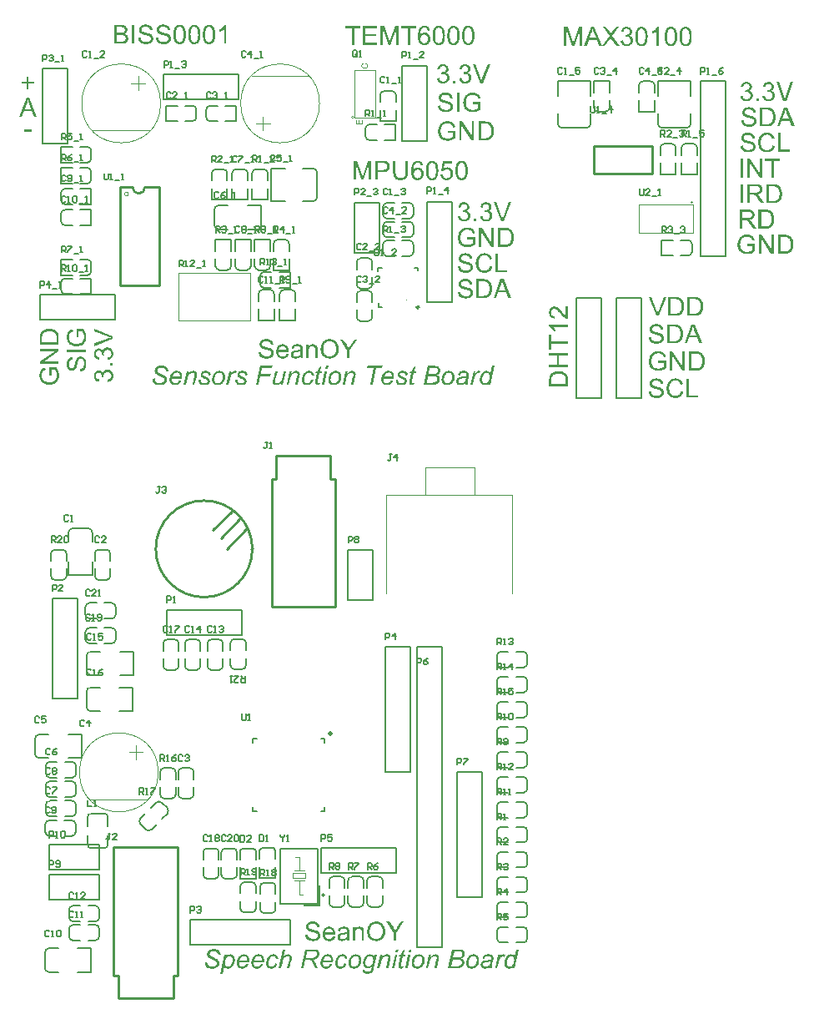
<source format=gto>
G04 Layer_Color=65535*
%FSLAX25Y25*%
%MOIN*%
G70*
G01*
G75*
%ADD34C,0.01000*%
%ADD53C,0.01968*%
%ADD58C,0.00787*%
%ADD59C,0.00100*%
%ADD60C,0.00394*%
%ADD61C,0.00000*%
%ADD62C,0.00591*%
%ADD63C,0.00500*%
%ADD64R,0.07000X0.00700*%
%ADD65R,0.01000X0.07900*%
G36*
X248379Y381984D02*
X248517Y381961D01*
X248678Y381938D01*
X248863Y381892D01*
X249047Y381823D01*
X249220Y381742D01*
X249243Y381731D01*
X249301Y381696D01*
X249382Y381638D01*
X249497Y381569D01*
X249612Y381465D01*
X249739Y381338D01*
X249866Y381200D01*
X249981Y381039D01*
X249993Y381016D01*
X250028Y380958D01*
X250085Y380854D01*
X250154Y380727D01*
X250224Y380566D01*
X250304Y380370D01*
X250385Y380151D01*
X250454Y379909D01*
Y379897D01*
X250466Y379874D01*
Y379839D01*
X250477Y379782D01*
X250500Y379724D01*
X250512Y379644D01*
X250523Y379540D01*
X250546Y379436D01*
X250558Y379309D01*
X250570Y379182D01*
X250592Y379032D01*
X250604Y378871D01*
X250616Y378698D01*
Y378525D01*
X250627Y378122D01*
Y378110D01*
Y378064D01*
Y377995D01*
Y377903D01*
X250616Y377787D01*
Y377660D01*
X250604Y377510D01*
X250592Y377349D01*
X250558Y377003D01*
X250512Y376646D01*
X250443Y376288D01*
X250396Y376127D01*
X250350Y375965D01*
Y375954D01*
X250339Y375931D01*
X250327Y375885D01*
X250304Y375827D01*
X250270Y375758D01*
X250235Y375689D01*
X250143Y375504D01*
X250028Y375297D01*
X249889Y375089D01*
X249728Y374882D01*
X249532Y374697D01*
X249520D01*
X249509Y374674D01*
X249474Y374663D01*
X249440Y374628D01*
X249313Y374559D01*
X249163Y374478D01*
X248955Y374397D01*
X248725Y374328D01*
X248460Y374282D01*
X248160Y374259D01*
X248056D01*
X247975Y374271D01*
X247883Y374282D01*
X247779Y374305D01*
X247664Y374328D01*
X247537Y374351D01*
X247260Y374444D01*
X247111Y374513D01*
X246972Y374582D01*
X246822Y374674D01*
X246684Y374778D01*
X246557Y374893D01*
X246430Y375031D01*
X246419Y375043D01*
X246396Y375078D01*
X246361Y375135D01*
X246315Y375216D01*
X246257Y375320D01*
X246200Y375447D01*
X246130Y375596D01*
X246061Y375781D01*
X245992Y375977D01*
X245923Y376208D01*
X245865Y376461D01*
X245808Y376738D01*
X245761Y377049D01*
X245727Y377372D01*
X245704Y377741D01*
X245692Y378122D01*
Y378133D01*
Y378179D01*
Y378248D01*
Y378341D01*
X245704Y378456D01*
Y378583D01*
X245715Y378733D01*
X245727Y378894D01*
X245761Y379240D01*
X245808Y379597D01*
X245865Y379955D01*
X245911Y380116D01*
X245957Y380278D01*
Y380289D01*
X245969Y380312D01*
X245992Y380358D01*
X246015Y380416D01*
X246038Y380485D01*
X246073Y380566D01*
X246165Y380750D01*
X246280Y380958D01*
X246419Y381166D01*
X246580Y381362D01*
X246776Y381546D01*
X246788D01*
X246799Y381569D01*
X246834Y381592D01*
X246880Y381615D01*
X246995Y381684D01*
X247157Y381777D01*
X247353Y381857D01*
X247595Y381926D01*
X247860Y381973D01*
X248160Y381996D01*
X248264D01*
X248379Y381984D01*
D02*
G37*
G36*
X260139D02*
X260278Y381961D01*
X260439Y381938D01*
X260624Y381892D01*
X260808Y381823D01*
X260981Y381742D01*
X261004Y381731D01*
X261062Y381696D01*
X261142Y381638D01*
X261258Y381569D01*
X261373Y381465D01*
X261500Y381338D01*
X261627Y381200D01*
X261742Y381039D01*
X261754Y381016D01*
X261788Y380958D01*
X261846Y380854D01*
X261915Y380727D01*
X261984Y380566D01*
X262065Y380370D01*
X262146Y380151D01*
X262215Y379909D01*
Y379897D01*
X262226Y379874D01*
Y379839D01*
X262238Y379782D01*
X262261Y379724D01*
X262272Y379644D01*
X262284Y379540D01*
X262307Y379436D01*
X262318Y379309D01*
X262330Y379182D01*
X262353Y379032D01*
X262365Y378871D01*
X262376Y378698D01*
Y378525D01*
X262388Y378122D01*
Y378110D01*
Y378064D01*
Y377995D01*
Y377903D01*
X262376Y377787D01*
Y377660D01*
X262365Y377510D01*
X262353Y377349D01*
X262318Y377003D01*
X262272Y376646D01*
X262203Y376288D01*
X262157Y376127D01*
X262111Y375965D01*
Y375954D01*
X262100Y375931D01*
X262088Y375885D01*
X262065Y375827D01*
X262030Y375758D01*
X261996Y375689D01*
X261904Y375504D01*
X261788Y375297D01*
X261650Y375089D01*
X261488Y374882D01*
X261292Y374697D01*
X261281D01*
X261269Y374674D01*
X261235Y374663D01*
X261200Y374628D01*
X261073Y374559D01*
X260923Y374478D01*
X260716Y374397D01*
X260485Y374328D01*
X260220Y374282D01*
X259920Y374259D01*
X259817D01*
X259736Y374271D01*
X259644Y374282D01*
X259540Y374305D01*
X259424Y374328D01*
X259298Y374351D01*
X259021Y374444D01*
X258871Y374513D01*
X258733Y374582D01*
X258583Y374674D01*
X258444Y374778D01*
X258318Y374893D01*
X258191Y375031D01*
X258179Y375043D01*
X258156Y375078D01*
X258122Y375135D01*
X258075Y375216D01*
X258018Y375320D01*
X257960Y375447D01*
X257891Y375596D01*
X257822Y375781D01*
X257753Y375977D01*
X257683Y376208D01*
X257626Y376461D01*
X257568Y376738D01*
X257522Y377049D01*
X257488Y377372D01*
X257464Y377741D01*
X257453Y378122D01*
Y378133D01*
Y378179D01*
Y378248D01*
Y378341D01*
X257464Y378456D01*
Y378583D01*
X257476Y378733D01*
X257488Y378894D01*
X257522Y379240D01*
X257568Y379597D01*
X257626Y379955D01*
X257672Y380116D01*
X257718Y380278D01*
Y380289D01*
X257730Y380312D01*
X257753Y380358D01*
X257776Y380416D01*
X257799Y380485D01*
X257833Y380566D01*
X257926Y380750D01*
X258041Y380958D01*
X258179Y381166D01*
X258341Y381362D01*
X258537Y381546D01*
X258548D01*
X258560Y381569D01*
X258594Y381592D01*
X258641Y381615D01*
X258756Y381684D01*
X258917Y381777D01*
X259113Y381857D01*
X259355Y381926D01*
X259620Y381973D01*
X259920Y381996D01*
X260024D01*
X260139Y381984D01*
D02*
G37*
G36*
X266020D02*
X266158Y381961D01*
X266319Y381938D01*
X266504Y381892D01*
X266688Y381823D01*
X266861Y381742D01*
X266884Y381731D01*
X266942Y381696D01*
X267023Y381638D01*
X267138Y381569D01*
X267253Y381465D01*
X267380Y381338D01*
X267507Y381200D01*
X267622Y381039D01*
X267634Y381016D01*
X267668Y380958D01*
X267726Y380854D01*
X267795Y380727D01*
X267864Y380566D01*
X267945Y380370D01*
X268026Y380151D01*
X268095Y379909D01*
Y379897D01*
X268107Y379874D01*
Y379839D01*
X268118Y379782D01*
X268141Y379724D01*
X268153Y379644D01*
X268164Y379540D01*
X268187Y379436D01*
X268199Y379309D01*
X268210Y379182D01*
X268233Y379032D01*
X268245Y378871D01*
X268256Y378698D01*
Y378525D01*
X268268Y378122D01*
Y378110D01*
Y378064D01*
Y377995D01*
Y377903D01*
X268256Y377787D01*
Y377660D01*
X268245Y377510D01*
X268233Y377349D01*
X268199Y377003D01*
X268153Y376646D01*
X268084Y376288D01*
X268037Y376127D01*
X267991Y375965D01*
Y375954D01*
X267980Y375931D01*
X267968Y375885D01*
X267945Y375827D01*
X267911Y375758D01*
X267876Y375689D01*
X267784Y375504D01*
X267668Y375297D01*
X267530Y375089D01*
X267369Y374882D01*
X267173Y374697D01*
X267161D01*
X267150Y374674D01*
X267115Y374663D01*
X267080Y374628D01*
X266954Y374559D01*
X266804Y374478D01*
X266596Y374397D01*
X266366Y374328D01*
X266100Y374282D01*
X265801Y374259D01*
X265697D01*
X265616Y374271D01*
X265524Y374282D01*
X265420Y374305D01*
X265305Y374328D01*
X265178Y374351D01*
X264901Y374444D01*
X264751Y374513D01*
X264613Y374582D01*
X264463Y374674D01*
X264325Y374778D01*
X264198Y374893D01*
X264071Y375031D01*
X264060Y375043D01*
X264036Y375078D01*
X264002Y375135D01*
X263956Y375216D01*
X263898Y375320D01*
X263841Y375447D01*
X263771Y375596D01*
X263702Y375781D01*
X263633Y375977D01*
X263564Y376208D01*
X263506Y376461D01*
X263449Y376738D01*
X263402Y377049D01*
X263368Y377372D01*
X263345Y377741D01*
X263333Y378122D01*
Y378133D01*
Y378179D01*
Y378248D01*
Y378341D01*
X263345Y378456D01*
Y378583D01*
X263356Y378733D01*
X263368Y378894D01*
X263402Y379240D01*
X263449Y379597D01*
X263506Y379955D01*
X263552Y380116D01*
X263598Y380278D01*
Y380289D01*
X263610Y380312D01*
X263633Y380358D01*
X263656Y380416D01*
X263679Y380485D01*
X263714Y380566D01*
X263806Y380750D01*
X263921Y380958D01*
X264060Y381166D01*
X264221Y381362D01*
X264417Y381546D01*
X264428D01*
X264440Y381569D01*
X264475Y381592D01*
X264521Y381615D01*
X264636Y381684D01*
X264797Y381777D01*
X264994Y381857D01*
X265236Y381926D01*
X265501Y381973D01*
X265801Y381996D01*
X265904D01*
X266020Y381984D01*
D02*
G37*
G36*
X158961Y328441D02*
X159030D01*
X159123Y328429D01*
X159330Y328395D01*
X159561Y328326D01*
X159803Y328233D01*
X160045Y328118D01*
X160161Y328037D01*
X160276Y327945D01*
X160287D01*
X160299Y327922D01*
X160368Y327853D01*
X160460Y327737D01*
X160576Y327588D01*
X160702Y327392D01*
X160806Y327161D01*
X160910Y326884D01*
X160968Y326573D01*
X160045Y326504D01*
Y326515D01*
Y326527D01*
X160022Y326596D01*
X159987Y326688D01*
X159953Y326803D01*
X159838Y327069D01*
X159768Y327184D01*
X159688Y327288D01*
X159676Y327311D01*
X159619Y327357D01*
X159538Y327415D01*
X159434Y327495D01*
X159296Y327565D01*
X159134Y327634D01*
X158950Y327680D01*
X158754Y327691D01*
X158673D01*
X158592Y327680D01*
X158489Y327657D01*
X158362Y327634D01*
X158223Y327588D01*
X158097Y327518D01*
X157958Y327438D01*
X157935Y327426D01*
X157889Y327380D01*
X157808Y327299D01*
X157716Y327196D01*
X157601Y327069D01*
X157485Y326907D01*
X157370Y326711D01*
X157266Y326492D01*
Y326481D01*
X157255Y326469D01*
X157243Y326423D01*
X157232Y326377D01*
X157209Y326319D01*
X157186Y326239D01*
X157163Y326146D01*
X157140Y326043D01*
X157117Y325927D01*
X157094Y325800D01*
X157071Y325651D01*
X157047Y325501D01*
X157036Y325328D01*
X157024Y325143D01*
X157013Y324947D01*
Y324751D01*
X157024Y324763D01*
X157071Y324820D01*
X157140Y324913D01*
X157243Y325028D01*
X157359Y325155D01*
X157497Y325282D01*
X157659Y325397D01*
X157831Y325501D01*
X157854Y325512D01*
X157912Y325535D01*
X158016Y325581D01*
X158143Y325627D01*
X158293Y325674D01*
X158466Y325720D01*
X158650Y325743D01*
X158846Y325754D01*
X158938D01*
X159008Y325743D01*
X159088Y325731D01*
X159180Y325720D01*
X159399Y325674D01*
X159642Y325581D01*
X159780Y325535D01*
X159907Y325466D01*
X160045Y325385D01*
X160184Y325293D01*
X160310Y325189D01*
X160437Y325062D01*
X160449Y325051D01*
X160460Y325028D01*
X160495Y324993D01*
X160541Y324936D01*
X160587Y324867D01*
X160645Y324786D01*
X160702Y324694D01*
X160772Y324590D01*
X160829Y324463D01*
X160887Y324336D01*
X160944Y324186D01*
X160991Y324036D01*
X161037Y323863D01*
X161071Y323690D01*
X161083Y323494D01*
X161094Y323298D01*
Y323287D01*
Y323264D01*
Y323229D01*
Y323183D01*
X161083Y323114D01*
Y323045D01*
X161060Y322860D01*
X161014Y322664D01*
X160968Y322434D01*
X160887Y322203D01*
X160783Y321972D01*
Y321961D01*
X160772Y321949D01*
X160749Y321915D01*
X160725Y321869D01*
X160656Y321765D01*
X160564Y321627D01*
X160437Y321477D01*
X160287Y321327D01*
X160126Y321177D01*
X159930Y321039D01*
X159907Y321027D01*
X159838Y320992D01*
X159722Y320935D01*
X159584Y320877D01*
X159399Y320819D01*
X159192Y320762D01*
X158961Y320727D01*
X158719Y320716D01*
X158673D01*
X158604Y320727D01*
X158523D01*
X158431Y320739D01*
X158316Y320762D01*
X158189Y320785D01*
X158051Y320819D01*
X157901Y320866D01*
X157739Y320923D01*
X157589Y320992D01*
X157428Y321073D01*
X157266Y321177D01*
X157105Y321292D01*
X156955Y321419D01*
X156817Y321569D01*
X156805Y321581D01*
X156782Y321615D01*
X156748Y321661D01*
X156702Y321730D01*
X156644Y321823D01*
X156586Y321938D01*
X156517Y322076D01*
X156459Y322238D01*
X156390Y322422D01*
X156321Y322630D01*
X156263Y322860D01*
X156206Y323114D01*
X156160Y323391D01*
X156125Y323702D01*
X156102Y324025D01*
X156090Y324382D01*
Y324394D01*
Y324405D01*
Y324440D01*
Y324475D01*
Y324590D01*
X156102Y324740D01*
X156114Y324924D01*
X156137Y325132D01*
X156160Y325362D01*
X156194Y325604D01*
X156229Y325870D01*
X156286Y326135D01*
X156356Y326400D01*
X156436Y326654D01*
X156528Y326919D01*
X156632Y327149D01*
X156759Y327380D01*
X156897Y327576D01*
X156909Y327588D01*
X156932Y327611D01*
X156967Y327657D01*
X157024Y327714D01*
X157105Y327784D01*
X157186Y327853D01*
X157290Y327934D01*
X157405Y328014D01*
X157532Y328095D01*
X157682Y328176D01*
X157831Y328245D01*
X158004Y328314D01*
X158189Y328372D01*
X158385Y328418D01*
X158592Y328441D01*
X158811Y328452D01*
X158892D01*
X158961Y328441D01*
D02*
G37*
G36*
X136721Y342933D02*
X134198D01*
Y344757D01*
X134493D01*
Y343267D01*
X135269D01*
Y344661D01*
X135565D01*
Y343267D01*
X136425D01*
Y344815D01*
X136721D01*
Y342933D01*
D02*
G37*
G36*
X138008Y367499D02*
X138027Y367491D01*
X138058Y367484D01*
X138089Y367468D01*
X138131Y367453D01*
X138173Y367438D01*
X138219Y367414D01*
X138323Y367365D01*
X138426Y367296D01*
X138526Y367219D01*
X138572Y367173D01*
X138615Y367123D01*
X138619Y367119D01*
X138622Y367111D01*
X138634Y367096D01*
X138649Y367073D01*
X138664Y367046D01*
X138684Y367015D01*
X138703Y366981D01*
X138722Y366938D01*
X138741Y366892D01*
X138760Y366842D01*
X138780Y366785D01*
X138795Y366727D01*
X138822Y366600D01*
X138826Y366531D01*
X138830Y366458D01*
Y366455D01*
Y366439D01*
Y366420D01*
X138826Y366389D01*
Y366355D01*
X138822Y366316D01*
X138814Y366270D01*
X138810Y366224D01*
X138787Y366117D01*
X138760Y366005D01*
X138718Y365898D01*
X138695Y365844D01*
X138664Y365794D01*
X138661Y365790D01*
X138657Y365782D01*
X138645Y365771D01*
X138634Y365752D01*
X138595Y365706D01*
X138542Y365652D01*
X138476Y365587D01*
X138392Y365525D01*
X138296Y365460D01*
X138184Y365406D01*
X138181D01*
X138169Y365402D01*
X138154Y365395D01*
X138131Y365387D01*
X138100Y365375D01*
X138066Y365364D01*
X138027Y365352D01*
X137981Y365341D01*
X137935Y365329D01*
X137881Y365318D01*
X137766Y365295D01*
X137643Y365280D01*
X137509Y365276D01*
X137470D01*
X137443Y365280D01*
X137409D01*
X137367Y365283D01*
X137324Y365287D01*
X137275Y365295D01*
X137167Y365314D01*
X137052Y365337D01*
X136933Y365375D01*
X136821Y365425D01*
X136818D01*
X136810Y365433D01*
X136794Y365441D01*
X136771Y365452D01*
X136748Y365468D01*
X136722Y365487D01*
X136656Y365537D01*
X136583Y365594D01*
X136510Y365667D01*
X136437Y365756D01*
X136376Y365852D01*
Y365856D01*
X136368Y365863D01*
X136361Y365879D01*
X136353Y365901D01*
X136341Y365925D01*
X136326Y365955D01*
X136314Y365994D01*
X136299Y366032D01*
X136284Y366074D01*
X136272Y366120D01*
X136245Y366224D01*
X136230Y366339D01*
X136222Y366462D01*
Y366466D01*
Y366477D01*
Y366501D01*
X136226Y366528D01*
X136230Y366558D01*
X136234Y366597D01*
X136238Y366639D01*
X136245Y366685D01*
X136268Y366785D01*
X136303Y366892D01*
X136326Y366946D01*
X136353Y367000D01*
X136384Y367050D01*
X136418Y367100D01*
X136422Y367104D01*
X136426Y367111D01*
X136437Y367123D01*
X136453Y367142D01*
X136472Y367161D01*
X136499Y367188D01*
X136526Y367215D01*
X136556Y367242D01*
X136595Y367272D01*
X136633Y367299D01*
X136679Y367330D01*
X136729Y367361D01*
X136779Y367388D01*
X136837Y367414D01*
X136960Y367461D01*
X137036Y367130D01*
X137032D01*
X137025Y367126D01*
X137010Y367123D01*
X136990Y367115D01*
X136967Y367104D01*
X136940Y367092D01*
X136883Y367065D01*
X136818Y367031D01*
X136748Y366984D01*
X136687Y366934D01*
X136633Y366873D01*
X136629Y366865D01*
X136614Y366842D01*
X136595Y366808D01*
X136568Y366758D01*
X136545Y366700D01*
X136526Y366627D01*
X136510Y366547D01*
X136506Y366455D01*
Y366451D01*
Y366443D01*
Y366428D01*
X136510Y366408D01*
Y366382D01*
X136514Y366355D01*
X136526Y366285D01*
X136541Y366209D01*
X136568Y366128D01*
X136602Y366048D01*
X136648Y365971D01*
Y365967D01*
X136656Y365963D01*
X136675Y365940D01*
X136706Y365905D01*
X136748Y365863D01*
X136802Y365821D01*
X136864Y365775D01*
X136940Y365733D01*
X137025Y365698D01*
X137029D01*
X137036Y365694D01*
X137048Y365690D01*
X137067Y365686D01*
X137086Y365679D01*
X137113Y365675D01*
X137175Y365660D01*
X137248Y365644D01*
X137328Y365633D01*
X137417Y365625D01*
X137509Y365621D01*
X137562D01*
X137589Y365625D01*
X137624D01*
X137658Y365629D01*
X137697Y365633D01*
X137785Y365644D01*
X137881Y365660D01*
X137977Y365683D01*
X138069Y365713D01*
X138073D01*
X138081Y365717D01*
X138092Y365725D01*
X138108Y365733D01*
X138154Y365752D01*
X138204Y365782D01*
X138265Y365825D01*
X138323Y365875D01*
X138380Y365932D01*
X138430Y366001D01*
Y366005D01*
X138434Y366009D01*
X138442Y366021D01*
X138450Y366036D01*
X138465Y366078D01*
X138488Y366132D01*
X138507Y366193D01*
X138526Y366266D01*
X138542Y366347D01*
X138546Y366431D01*
Y366435D01*
Y366443D01*
Y366458D01*
X138542Y366477D01*
Y366501D01*
X138538Y366531D01*
X138526Y366597D01*
X138507Y366670D01*
X138476Y366750D01*
X138438Y366827D01*
X138384Y366904D01*
X138380Y366908D01*
X138376Y366912D01*
X138354Y366934D01*
X138315Y366969D01*
X138265Y367011D01*
X138196Y367054D01*
X138115Y367100D01*
X138016Y367138D01*
X137904Y367169D01*
X137989Y367503D01*
X137993D01*
X138008Y367499D01*
D02*
G37*
G36*
X242406Y381984D02*
X242556Y381961D01*
X242729Y381926D01*
X242925Y381880D01*
X243121Y381811D01*
X243317Y381719D01*
X243329D01*
X243340Y381707D01*
X243409Y381673D01*
X243502Y381615D01*
X243617Y381535D01*
X243744Y381431D01*
X243882Y381304D01*
X244009Y381154D01*
X244124Y380993D01*
X244136Y380970D01*
X244170Y380912D01*
X244216Y380820D01*
X244263Y380704D01*
X244309Y380554D01*
X244355Y380393D01*
X244389Y380220D01*
X244401Y380024D01*
Y380001D01*
Y379943D01*
X244389Y379851D01*
X244366Y379736D01*
X244332Y379597D01*
X244286Y379448D01*
X244228Y379286D01*
X244136Y379136D01*
X244124Y379113D01*
X244090Y379067D01*
X244020Y378998D01*
X243940Y378906D01*
X243824Y378802D01*
X243698Y378698D01*
X243536Y378583D01*
X243352Y378490D01*
X243363D01*
X243386Y378479D01*
X243421D01*
X243467Y378456D01*
X243582Y378421D01*
X243732Y378352D01*
X243894Y378272D01*
X244067Y378156D01*
X244239Y378018D01*
X244389Y377845D01*
X244401Y377822D01*
X244447Y377753D01*
X244505Y377649D01*
X244585Y377510D01*
X244655Y377338D01*
X244712Y377130D01*
X244758Y376888D01*
X244770Y376623D01*
Y376611D01*
Y376576D01*
Y376530D01*
X244758Y376461D01*
X244747Y376369D01*
X244735Y376277D01*
X244712Y376162D01*
X244678Y376046D01*
X244597Y375781D01*
X244539Y375631D01*
X244459Y375493D01*
X244378Y375354D01*
X244286Y375216D01*
X244170Y375078D01*
X244043Y374939D01*
X244032Y374928D01*
X244009Y374905D01*
X243974Y374882D01*
X243917Y374835D01*
X243847Y374778D01*
X243755Y374720D01*
X243652Y374663D01*
X243548Y374605D01*
X243421Y374536D01*
X243283Y374478D01*
X243133Y374420D01*
X242971Y374363D01*
X242798Y374317D01*
X242614Y374294D01*
X242418Y374271D01*
X242222Y374259D01*
X242129D01*
X242060Y374271D01*
X241968Y374282D01*
X241876Y374294D01*
X241760Y374305D01*
X241645Y374328D01*
X241380Y374397D01*
X241103Y374513D01*
X240965Y374570D01*
X240838Y374651D01*
X240700Y374743D01*
X240573Y374847D01*
X240561Y374859D01*
X240550Y374870D01*
X240515Y374905D01*
X240469Y374951D01*
X240423Y375020D01*
X240365Y375089D01*
X240296Y375170D01*
X240239Y375262D01*
X240100Y375493D01*
X239985Y375758D01*
X239881Y376058D01*
X239847Y376219D01*
X239824Y376392D01*
X240757Y376519D01*
Y376507D01*
X240769Y376484D01*
Y376438D01*
X240792Y376392D01*
X240827Y376254D01*
X240884Y376081D01*
X240953Y375896D01*
X241046Y375700D01*
X241161Y375527D01*
X241288Y375377D01*
X241311Y375366D01*
X241357Y375320D01*
X241438Y375274D01*
X241553Y375204D01*
X241680Y375147D01*
X241841Y375089D01*
X242026Y375043D01*
X242222Y375031D01*
X242291D01*
X242337Y375043D01*
X242452Y375055D01*
X242602Y375089D01*
X242787Y375147D01*
X242971Y375216D01*
X243156Y375331D01*
X243329Y375481D01*
X243352Y375504D01*
X243398Y375562D01*
X243467Y375654D01*
X243559Y375793D01*
X243640Y375954D01*
X243709Y376150D01*
X243755Y376369D01*
X243778Y376611D01*
Y376623D01*
Y376634D01*
Y376669D01*
X243767Y376715D01*
X243755Y376830D01*
X243721Y376980D01*
X243674Y377141D01*
X243594Y377326D01*
X243490Y377499D01*
X243352Y377660D01*
X243329Y377683D01*
X243283Y377730D01*
X243190Y377787D01*
X243063Y377868D01*
X242914Y377949D01*
X242729Y378006D01*
X242533Y378052D01*
X242302Y378076D01*
X242199D01*
X242118Y378064D01*
X242026Y378052D01*
X241910Y378041D01*
X241784Y378018D01*
X241645Y377983D01*
X241749Y378802D01*
X241807D01*
X241853Y378790D01*
X242003D01*
X242106Y378802D01*
X242256Y378825D01*
X242418Y378859D01*
X242591Y378917D01*
X242775Y378986D01*
X242960Y379090D01*
X242983Y379102D01*
X243040Y379148D01*
X243109Y379228D01*
X243202Y379332D01*
X243294Y379459D01*
X243363Y379621D01*
X243421Y379817D01*
X243444Y380047D01*
Y380059D01*
Y380070D01*
Y380128D01*
X243421Y380220D01*
X243398Y380347D01*
X243363Y380474D01*
X243294Y380612D01*
X243213Y380762D01*
X243098Y380889D01*
X243087Y380900D01*
X243040Y380946D01*
X242960Y381004D01*
X242856Y381062D01*
X242729Y381131D01*
X242579Y381177D01*
X242406Y381223D01*
X242210Y381235D01*
X242118D01*
X242014Y381212D01*
X241899Y381189D01*
X241749Y381154D01*
X241599Y381085D01*
X241449Y381004D01*
X241299Y380889D01*
X241288Y380877D01*
X241242Y380831D01*
X241184Y380750D01*
X241115Y380635D01*
X241034Y380497D01*
X240965Y380324D01*
X240896Y380116D01*
X240850Y379874D01*
X239916Y380036D01*
Y380047D01*
X239927Y380082D01*
X239939Y380128D01*
X239950Y380185D01*
X239973Y380266D01*
X239997Y380358D01*
X240077Y380566D01*
X240169Y380797D01*
X240308Y381039D01*
X240469Y381269D01*
X240677Y381477D01*
X240688Y381488D01*
X240700Y381500D01*
X240734Y381523D01*
X240792Y381557D01*
X240850Y381592D01*
X240919Y381638D01*
X241092Y381742D01*
X241311Y381834D01*
X241576Y381915D01*
X241864Y381973D01*
X242026Y381996D01*
X242291D01*
X242406Y381984D01*
D02*
G37*
G36*
X236457Y378352D02*
X239305Y374386D01*
X238071D01*
X236157Y377084D01*
X236145Y377095D01*
X236134Y377118D01*
X236099Y377165D01*
X236053Y377234D01*
X235961Y377372D01*
X235846Y377545D01*
X235834Y377534D01*
X235800Y377487D01*
X235765Y377418D01*
X235707Y377326D01*
X235580Y377153D01*
X235523Y377072D01*
X235477Y377003D01*
X233563Y374386D01*
X232364D01*
X235292Y378306D01*
X232710Y381961D01*
X233897D01*
X235281Y380012D01*
Y380001D01*
X235304Y379989D01*
X235350Y379909D01*
X235431Y379805D01*
X235511Y379678D01*
X235615Y379528D01*
X235719Y379367D01*
X235800Y379228D01*
X235880Y379090D01*
X235892Y379113D01*
X235926Y379159D01*
X235984Y379240D01*
X236053Y379344D01*
X236134Y379471D01*
X236238Y379621D01*
X236353Y379770D01*
X236480Y379932D01*
X238002Y381961D01*
X239097D01*
X236457Y378352D01*
D02*
G37*
G36*
X63776Y382771D02*
X63915Y382749D01*
X64076Y382725D01*
X64261Y382679D01*
X64445Y382610D01*
X64618Y382529D01*
X64641Y382518D01*
X64699Y382483D01*
X64779Y382426D01*
X64895Y382356D01*
X65010Y382253D01*
X65137Y382126D01*
X65264Y381988D01*
X65379Y381826D01*
X65390Y381803D01*
X65425Y381745D01*
X65483Y381642D01*
X65552Y381515D01*
X65621Y381353D01*
X65702Y381157D01*
X65782Y380938D01*
X65852Y380696D01*
Y380685D01*
X65863Y380662D01*
Y380627D01*
X65875Y380569D01*
X65898Y380512D01*
X65909Y380431D01*
X65921Y380327D01*
X65944Y380223D01*
X65956Y380097D01*
X65967Y379970D01*
X65990Y379820D01*
X66002Y379658D01*
X66013Y379486D01*
Y379312D01*
X66025Y378909D01*
Y378897D01*
Y378851D01*
Y378782D01*
Y378690D01*
X66013Y378575D01*
Y378448D01*
X66002Y378298D01*
X65990Y378136D01*
X65956Y377791D01*
X65909Y377433D01*
X65840Y377076D01*
X65794Y376914D01*
X65748Y376753D01*
Y376741D01*
X65736Y376718D01*
X65725Y376672D01*
X65702Y376614D01*
X65667Y376545D01*
X65633Y376476D01*
X65540Y376292D01*
X65425Y376084D01*
X65287Y375877D01*
X65125Y375669D01*
X64929Y375485D01*
X64918D01*
X64906Y375462D01*
X64872Y375450D01*
X64837Y375415D01*
X64710Y375346D01*
X64560Y375266D01*
X64353Y375185D01*
X64122Y375116D01*
X63857Y375069D01*
X63557Y375046D01*
X63454D01*
X63373Y375058D01*
X63280Y375069D01*
X63177Y375093D01*
X63061Y375116D01*
X62935Y375139D01*
X62658Y375231D01*
X62508Y375300D01*
X62370Y375369D01*
X62220Y375462D01*
X62081Y375565D01*
X61955Y375681D01*
X61828Y375819D01*
X61816Y375831D01*
X61793Y375865D01*
X61759Y375923D01*
X61712Y376003D01*
X61655Y376107D01*
X61597Y376234D01*
X61528Y376384D01*
X61459Y376568D01*
X61390Y376764D01*
X61320Y376995D01*
X61263Y377249D01*
X61205Y377525D01*
X61159Y377837D01*
X61124Y378159D01*
X61101Y378528D01*
X61090Y378909D01*
Y378921D01*
Y378967D01*
Y379036D01*
Y379128D01*
X61101Y379243D01*
Y379370D01*
X61113Y379520D01*
X61124Y379681D01*
X61159Y380027D01*
X61205Y380385D01*
X61263Y380742D01*
X61309Y380904D01*
X61355Y381065D01*
Y381077D01*
X61366Y381100D01*
X61390Y381146D01*
X61413Y381203D01*
X61436Y381273D01*
X61470Y381353D01*
X61563Y381538D01*
X61678Y381745D01*
X61816Y381953D01*
X61978Y382149D01*
X62174Y382333D01*
X62185D01*
X62197Y382356D01*
X62231Y382380D01*
X62277Y382403D01*
X62393Y382472D01*
X62554Y382564D01*
X62750Y382645D01*
X62992Y382714D01*
X63257Y382760D01*
X63557Y382783D01*
X63661D01*
X63776Y382771D01*
D02*
G37*
G36*
X232317Y374386D02*
X231188D01*
X230311Y376680D01*
X227129D01*
X226310Y374386D01*
X225250D01*
X228144Y381961D01*
X229239D01*
X232317Y374386D01*
D02*
G37*
G36*
X255078D02*
X254144D01*
Y380312D01*
X254132Y380301D01*
X254086Y380255D01*
X254005Y380197D01*
X253902Y380116D01*
X253775Y380012D01*
X253625Y379909D01*
X253452Y379782D01*
X253256Y379667D01*
X253244D01*
X253233Y379655D01*
X253164Y379609D01*
X253060Y379551D01*
X252933Y379482D01*
X252783Y379401D01*
X252622Y379332D01*
X252449Y379252D01*
X252287Y379182D01*
Y380093D01*
X252299D01*
X252322Y380105D01*
X252368Y380128D01*
X252414Y380162D01*
X252483Y380197D01*
X252564Y380232D01*
X252749Y380335D01*
X252956Y380462D01*
X253187Y380612D01*
X253417Y380785D01*
X253636Y380970D01*
X253648Y380981D01*
X253660Y380993D01*
X253729Y381062D01*
X253833Y381166D01*
X253959Y381292D01*
X254098Y381454D01*
X254236Y381627D01*
X254363Y381811D01*
X254467Y381996D01*
X255078D01*
Y374386D01*
D02*
G37*
G36*
X224465D02*
X223497D01*
Y380727D01*
X221283Y374386D01*
X220384D01*
X218205Y380831D01*
Y374386D01*
X217236D01*
Y381961D01*
X218735D01*
X220534Y376600D01*
Y376588D01*
X220545Y376565D01*
X220557Y376530D01*
X220568Y376473D01*
X220615Y376346D01*
X220672Y376185D01*
X220730Y376000D01*
X220788Y375816D01*
X220845Y375631D01*
X220891Y375481D01*
X220903Y375504D01*
X220914Y375562D01*
X220949Y375654D01*
X220995Y375781D01*
X221041Y375954D01*
X221110Y376162D01*
X221203Y376404D01*
X221295Y376692D01*
X223105Y381961D01*
X224465D01*
Y374386D01*
D02*
G37*
G36*
X77427Y13596D02*
X77531D01*
X77738Y13573D01*
X77992Y13527D01*
X78257Y13481D01*
X78511Y13400D01*
X78764Y13296D01*
X78776D01*
X78787Y13285D01*
X78822Y13262D01*
X78868Y13239D01*
X78983Y13169D01*
X79122Y13077D01*
X79272Y12962D01*
X79422Y12812D01*
X79560Y12651D01*
X79687Y12466D01*
X79698Y12443D01*
X79733Y12374D01*
X79779Y12282D01*
X79837Y12143D01*
X79883Y11993D01*
X79929Y11832D01*
X79963Y11648D01*
X79975Y11474D01*
Y11463D01*
Y11440D01*
Y11382D01*
Y11313D01*
X78983Y11244D01*
Y11255D01*
Y11302D01*
Y11359D01*
X78972Y11428D01*
X78960Y11590D01*
X78949Y11671D01*
X78926Y11740D01*
Y11751D01*
X78903Y11797D01*
X78880Y11855D01*
X78845Y11924D01*
X78741Y12109D01*
X78603Y12282D01*
X78592Y12293D01*
X78568Y12316D01*
X78511Y12362D01*
X78442Y12408D01*
X78361Y12466D01*
X78257Y12524D01*
X78142Y12581D01*
X78003Y12628D01*
X77992Y12639D01*
X77934Y12651D01*
X77865Y12674D01*
X77761Y12697D01*
X77635Y12720D01*
X77496Y12743D01*
X77346Y12766D01*
X77035D01*
X76966Y12754D01*
X76885Y12743D01*
X76701Y12720D01*
X76493Y12674D01*
X76285Y12604D01*
X76078Y12512D01*
X75893Y12385D01*
X75882Y12374D01*
X75836Y12339D01*
X75790Y12270D01*
X75721Y12189D01*
X75663Y12086D01*
X75605Y11947D01*
X75559Y11809D01*
X75548Y11636D01*
Y11624D01*
Y11590D01*
X75559Y11532D01*
X75571Y11474D01*
X75605Y11313D01*
X75640Y11221D01*
X75686Y11140D01*
X75697Y11129D01*
X75709Y11106D01*
X75755Y11059D01*
X75801Y11002D01*
X75870Y10933D01*
X75963Y10863D01*
X76078Y10783D01*
X76205Y10702D01*
X76216Y10690D01*
X76262Y10667D01*
X76343Y10633D01*
X76401Y10610D01*
X76458Y10575D01*
X76539Y10541D01*
X76631Y10494D01*
X76735Y10448D01*
X76850Y10391D01*
X76989Y10333D01*
X77127Y10264D01*
X77289Y10195D01*
X77473Y10114D01*
X77485D01*
X77508Y10102D01*
X77554Y10079D01*
X77600Y10056D01*
X77750Y9987D01*
X77911Y9906D01*
X78096Y9814D01*
X78280Y9710D01*
X78453Y9618D01*
X78522Y9584D01*
X78592Y9538D01*
X78614Y9526D01*
X78661Y9491D01*
X78730Y9434D01*
X78822Y9353D01*
X78926Y9261D01*
X79030Y9145D01*
X79122Y9019D01*
X79214Y8880D01*
X79226Y8857D01*
X79249Y8811D01*
X79283Y8730D01*
X79329Y8627D01*
X79375Y8488D01*
X79410Y8338D01*
X79433Y8177D01*
X79445Y7992D01*
Y7981D01*
Y7969D01*
Y7935D01*
Y7889D01*
X79422Y7773D01*
X79399Y7623D01*
X79352Y7451D01*
X79283Y7254D01*
X79191Y7058D01*
X79064Y6863D01*
X79053Y6839D01*
X78995Y6782D01*
X78914Y6678D01*
X78799Y6563D01*
X78649Y6436D01*
X78476Y6309D01*
X78269Y6171D01*
X78026Y6055D01*
X78015D01*
X77992Y6044D01*
X77957Y6032D01*
X77911Y6009D01*
X77854Y5986D01*
X77773Y5963D01*
X77588Y5917D01*
X77369Y5871D01*
X77116Y5825D01*
X76839Y5790D01*
X76528Y5779D01*
X76401D01*
X76320Y5790D01*
X76205D01*
X76078Y5813D01*
X75940Y5825D01*
X75790Y5848D01*
X75455Y5917D01*
X75098Y6009D01*
X74752Y6148D01*
X74591Y6240D01*
X74429Y6332D01*
X74418Y6344D01*
X74395Y6355D01*
X74360Y6390D01*
X74302Y6447D01*
X74245Y6505D01*
X74176Y6586D01*
X74106Y6690D01*
X74026Y6793D01*
X73956Y6932D01*
X73876Y7082D01*
X73807Y7243D01*
X73749Y7428D01*
X73691Y7635D01*
X73657Y7854D01*
X73634Y8096D01*
X73622Y8361D01*
X74614Y8454D01*
X74602Y8189D01*
Y8165D01*
Y8108D01*
X74614Y8027D01*
X74625Y7923D01*
X74648Y7796D01*
X74683Y7658D01*
X74729Y7508D01*
X74798Y7370D01*
X74810Y7358D01*
X74833Y7312D01*
X74890Y7243D01*
X74959Y7162D01*
X75040Y7082D01*
X75156Y6989D01*
X75294Y6897D01*
X75455Y6816D01*
X75478Y6805D01*
X75536Y6782D01*
X75640Y6759D01*
X75767Y6724D01*
X75928Y6678D01*
X76124Y6655D01*
X76332Y6632D01*
X76562Y6620D01*
X76643D01*
X76712Y6632D01*
X76781D01*
X76873Y6643D01*
X77069Y6667D01*
X77289Y6713D01*
X77519Y6782D01*
X77738Y6886D01*
X77934Y7012D01*
X77957Y7035D01*
X78015Y7082D01*
X78084Y7162D01*
X78176Y7278D01*
X78269Y7404D01*
X78338Y7566D01*
X78395Y7739D01*
X78418Y7923D01*
Y7935D01*
Y7981D01*
X78407Y8050D01*
X78384Y8142D01*
X78361Y8235D01*
X78315Y8350D01*
X78246Y8454D01*
X78165Y8569D01*
X78153Y8580D01*
X78107Y8627D01*
X78073Y8650D01*
X78026Y8684D01*
X77957Y8730D01*
X77888Y8777D01*
X77807Y8834D01*
X77704Y8892D01*
X77588Y8949D01*
X77461Y9019D01*
X77312Y9099D01*
X77150Y9180D01*
X76966Y9261D01*
X76758Y9353D01*
X76747D01*
X76724Y9376D01*
X76678Y9388D01*
X76620Y9422D01*
X76539Y9445D01*
X76458Y9491D01*
X76274Y9572D01*
X76078Y9676D01*
X75870Y9768D01*
X75697Y9872D01*
X75617Y9906D01*
X75548Y9952D01*
X75524Y9964D01*
X75467Y10010D01*
X75375Y10079D01*
X75259Y10172D01*
X75133Y10275D01*
X75006Y10402D01*
X74890Y10541D01*
X74787Y10679D01*
X74775Y10702D01*
X74752Y10748D01*
X74717Y10829D01*
X74671Y10944D01*
X74625Y11071D01*
X74591Y11221D01*
X74568Y11394D01*
X74556Y11578D01*
Y11590D01*
Y11601D01*
Y11636D01*
Y11682D01*
X74568Y11786D01*
X74591Y11936D01*
X74637Y12097D01*
X74683Y12270D01*
X74764Y12455D01*
X74867Y12639D01*
X74879Y12662D01*
X74925Y12720D01*
X75006Y12800D01*
X75109Y12904D01*
X75236Y13020D01*
X75398Y13135D01*
X75582Y13250D01*
X75801Y13354D01*
X75813D01*
X75824Y13365D01*
X75859Y13377D01*
X75916Y13388D01*
X75974Y13411D01*
X76043Y13435D01*
X76205Y13481D01*
X76412Y13527D01*
X76654Y13573D01*
X76920Y13596D01*
X77196Y13608D01*
X77358D01*
X77427Y13596D01*
D02*
G37*
G36*
X150746Y12420D02*
X149812D01*
X150043Y13481D01*
X150965D01*
X150746Y12420D01*
D02*
G37*
G36*
X156038D02*
X155105D01*
X155335Y13481D01*
X156258D01*
X156038Y12420D01*
D02*
G37*
G36*
X166058Y11498D02*
X166219Y11474D01*
X166381Y11428D01*
X166565Y11371D01*
X166738Y11278D01*
X166888Y11152D01*
X166900Y11140D01*
X166946Y11083D01*
X167004Y11002D01*
X167084Y10887D01*
X167153Y10748D01*
X167211Y10587D01*
X167257Y10391D01*
X167269Y10172D01*
Y10160D01*
Y10114D01*
X167257Y10045D01*
Y9941D01*
X167234Y9803D01*
X167211Y9641D01*
X167176Y9445D01*
X167130Y9215D01*
X166392Y5906D01*
X165470D01*
X166231Y9376D01*
Y9388D01*
Y9399D01*
X166254Y9457D01*
X166266Y9549D01*
X166289Y9664D01*
X166323Y9906D01*
X166346Y10022D01*
Y10125D01*
Y10137D01*
Y10172D01*
X166335Y10218D01*
X166323Y10287D01*
X166300Y10356D01*
X166266Y10437D01*
X166219Y10506D01*
X166150Y10575D01*
X166139Y10587D01*
X166116Y10598D01*
X166070Y10633D01*
X166012Y10667D01*
X165931Y10690D01*
X165839Y10725D01*
X165724Y10737D01*
X165597Y10748D01*
X165528D01*
X165470Y10737D01*
X165412D01*
X165332Y10725D01*
X165159Y10679D01*
X164963Y10621D01*
X164744Y10529D01*
X164513Y10402D01*
X164409Y10322D01*
X164294Y10229D01*
X164282Y10218D01*
X164271Y10206D01*
X164236Y10172D01*
X164202Y10125D01*
X164156Y10068D01*
X164098Y9999D01*
X164040Y9918D01*
X163971Y9814D01*
X163902Y9699D01*
X163833Y9572D01*
X163764Y9422D01*
X163694Y9261D01*
X163625Y9088D01*
X163568Y8892D01*
X163510Y8684D01*
X163452Y8454D01*
X162922Y5906D01*
X161999D01*
X163141Y11394D01*
X163983D01*
X163787Y10437D01*
X163798Y10448D01*
X163810Y10460D01*
X163879Y10529D01*
X163994Y10633D01*
X164132Y10748D01*
X164294Y10887D01*
X164467Y11025D01*
X164651Y11152D01*
X164836Y11255D01*
X164859Y11267D01*
X164917Y11302D01*
X165020Y11336D01*
X165147Y11394D01*
X165286Y11440D01*
X165459Y11474D01*
X165643Y11509D01*
X165828Y11521D01*
X165943D01*
X166058Y11498D01*
D02*
G37*
G36*
X197558Y5906D02*
X196693D01*
X196855Y6690D01*
X196843Y6678D01*
X196820Y6655D01*
X196774Y6609D01*
X196716Y6551D01*
X196636Y6482D01*
X196555Y6401D01*
X196451Y6321D01*
X196347Y6240D01*
X196094Y6067D01*
X195806Y5917D01*
X195656Y5859D01*
X195494Y5813D01*
X195333Y5790D01*
X195171Y5779D01*
X195102D01*
X195045Y5790D01*
X194975Y5802D01*
X194895Y5813D01*
X194722Y5848D01*
X194514Y5917D01*
X194307Y6021D01*
X194191Y6090D01*
X194088Y6171D01*
X193984Y6251D01*
X193880Y6355D01*
Y6367D01*
X193857Y6378D01*
X193834Y6413D01*
X193799Y6459D01*
X193765Y6528D01*
X193719Y6597D01*
X193672Y6678D01*
X193626Y6782D01*
X193569Y6897D01*
X193523Y7012D01*
X193476Y7151D01*
X193442Y7301D01*
X193407Y7462D01*
X193384Y7647D01*
X193373Y7831D01*
X193361Y8027D01*
Y8039D01*
Y8073D01*
Y8131D01*
X193373Y8200D01*
Y8281D01*
X193384Y8384D01*
X193396Y8500D01*
X193407Y8638D01*
X193465Y8915D01*
X193534Y9226D01*
X193626Y9549D01*
X193765Y9860D01*
Y9872D01*
X193788Y9895D01*
X193811Y9941D01*
X193834Y9999D01*
X193880Y10068D01*
X193926Y10149D01*
X194053Y10333D01*
X194203Y10529D01*
X194376Y10737D01*
X194572Y10933D01*
X194791Y11106D01*
X194802D01*
X194814Y11129D01*
X194849Y11140D01*
X194895Y11175D01*
X195021Y11232D01*
X195183Y11313D01*
X195367Y11394D01*
X195575Y11451D01*
X195806Y11498D01*
X196036Y11521D01*
X196082D01*
X196128Y11509D01*
X196209D01*
X196290Y11486D01*
X196382Y11463D01*
X196497Y11440D01*
X196613Y11394D01*
X196728Y11348D01*
X196855Y11278D01*
X196993Y11198D01*
X197120Y11106D01*
X197247Y10990D01*
X197362Y10852D01*
X197477Y10702D01*
X197581Y10529D01*
X198204Y13481D01*
X199138D01*
X197558Y5906D01*
D02*
G37*
G36*
X83930Y11509D02*
X83999D01*
X84080Y11486D01*
X84264Y11451D01*
X84472Y11382D01*
X84679Y11278D01*
X84795Y11209D01*
X84898Y11140D01*
X85002Y11048D01*
X85106Y10944D01*
X85118Y10933D01*
X85129Y10921D01*
X85152Y10887D01*
X85187Y10840D01*
X85221Y10783D01*
X85267Y10702D01*
X85313Y10621D01*
X85371Y10529D01*
X85417Y10414D01*
X85463Y10287D01*
X85510Y10160D01*
X85544Y10010D01*
X85579Y9849D01*
X85602Y9687D01*
X85625Y9503D01*
Y9307D01*
Y9295D01*
Y9272D01*
Y9226D01*
Y9157D01*
X85613Y9088D01*
Y8996D01*
X85590Y8788D01*
X85556Y8546D01*
X85498Y8281D01*
X85429Y8004D01*
X85337Y7739D01*
Y7727D01*
X85325Y7704D01*
X85302Y7670D01*
X85290Y7623D01*
X85221Y7497D01*
X85141Y7335D01*
X85037Y7151D01*
X84921Y6966D01*
X84783Y6782D01*
X84633Y6609D01*
X84610Y6586D01*
X84564Y6540D01*
X84483Y6459D01*
X84368Y6367D01*
X84241Y6263D01*
X84103Y6159D01*
X83953Y6067D01*
X83792Y5975D01*
X83768Y5963D01*
X83722Y5940D01*
X83642Y5917D01*
X83526Y5883D01*
X83399Y5836D01*
X83250Y5813D01*
X83088Y5790D01*
X82927Y5779D01*
X82881D01*
X82835Y5790D01*
X82765D01*
X82685Y5813D01*
X82581Y5836D01*
X82477Y5859D01*
X82362Y5906D01*
X82247Y5963D01*
X82120Y6021D01*
X81993Y6101D01*
X81866Y6205D01*
X81739Y6321D01*
X81612Y6447D01*
X81497Y6609D01*
X81393Y6782D01*
X80771Y3807D01*
X79848D01*
X81439Y11394D01*
X82293D01*
X82131Y10633D01*
X82143Y10644D01*
X82154Y10656D01*
X82212Y10713D01*
X82304Y10806D01*
X82419Y10909D01*
X82558Y11025D01*
X82696Y11129D01*
X82846Y11244D01*
X82996Y11325D01*
X83019Y11336D01*
X83065Y11359D01*
X83134Y11382D01*
X83238Y11428D01*
X83365Y11463D01*
X83492Y11486D01*
X83642Y11509D01*
X83803Y11521D01*
X83884D01*
X83930Y11509D01*
D02*
G37*
G36*
X172555Y327415D02*
X169534D01*
X169119Y325374D01*
X169131Y325385D01*
X169154Y325397D01*
X169188Y325420D01*
X169235Y325454D01*
X169304Y325489D01*
X169373Y325524D01*
X169557Y325616D01*
X169765Y325708D01*
X170007Y325777D01*
X170272Y325835D01*
X170549Y325858D01*
X170641D01*
X170710Y325847D01*
X170803Y325835D01*
X170895Y325823D01*
X171010Y325800D01*
X171125Y325777D01*
X171391Y325685D01*
X171529Y325639D01*
X171667Y325570D01*
X171817Y325489D01*
X171956Y325397D01*
X172094Y325293D01*
X172221Y325166D01*
X172232Y325155D01*
X172256Y325132D01*
X172290Y325097D01*
X172325Y325039D01*
X172382Y324970D01*
X172440Y324890D01*
X172498Y324797D01*
X172567Y324694D01*
X172636Y324567D01*
X172694Y324440D01*
X172751Y324290D01*
X172809Y324140D01*
X172844Y323967D01*
X172878Y323794D01*
X172901Y323598D01*
X172913Y323402D01*
Y323391D01*
Y323356D01*
Y323298D01*
X172901Y323229D01*
X172890Y323137D01*
X172878Y323033D01*
X172867Y322918D01*
X172844Y322791D01*
X172763Y322514D01*
X172659Y322226D01*
X172590Y322065D01*
X172509Y321915D01*
X172417Y321765D01*
X172313Y321627D01*
X172302Y321615D01*
X172278Y321592D01*
X172232Y321546D01*
X172175Y321488D01*
X172106Y321419D01*
X172013Y321338D01*
X171910Y321258D01*
X171783Y321177D01*
X171656Y321085D01*
X171506Y321004D01*
X171333Y320923D01*
X171160Y320854D01*
X170964Y320796D01*
X170768Y320750D01*
X170549Y320727D01*
X170318Y320716D01*
X170215D01*
X170145Y320727D01*
X170065Y320739D01*
X169961Y320750D01*
X169846Y320762D01*
X169719Y320785D01*
X169454Y320854D01*
X169177Y320958D01*
X169039Y321027D01*
X168900Y321108D01*
X168762Y321188D01*
X168635Y321292D01*
X168623Y321304D01*
X168612Y321315D01*
X168577Y321350D01*
X168531Y321396D01*
X168485Y321454D01*
X168428Y321523D01*
X168370Y321603D01*
X168301Y321696D01*
X168174Y321915D01*
X168047Y322180D01*
X167955Y322480D01*
X167920Y322653D01*
X167897Y322826D01*
X168877Y322895D01*
Y322883D01*
Y322860D01*
X168889Y322826D01*
X168900Y322780D01*
X168935Y322653D01*
X168981Y322491D01*
X169039Y322318D01*
X169131Y322145D01*
X169235Y321972D01*
X169373Y321823D01*
X169396Y321811D01*
X169442Y321765D01*
X169523Y321719D01*
X169638Y321650D01*
X169776Y321592D01*
X169938Y321534D01*
X170122Y321488D01*
X170318Y321477D01*
X170388D01*
X170434Y321488D01*
X170561Y321500D01*
X170722Y321534D01*
X170895Y321603D01*
X171091Y321684D01*
X171275Y321811D01*
X171368Y321880D01*
X171460Y321972D01*
Y321984D01*
X171483Y321995D01*
X171529Y322065D01*
X171610Y322180D01*
X171690Y322330D01*
X171771Y322526D01*
X171852Y322757D01*
X171898Y323022D01*
X171921Y323322D01*
Y323333D01*
Y323356D01*
Y323402D01*
X171910Y323448D01*
Y323517D01*
X171898Y323598D01*
X171863Y323783D01*
X171817Y323979D01*
X171737Y324186D01*
X171621Y324394D01*
X171471Y324578D01*
X171448Y324601D01*
X171391Y324647D01*
X171299Y324728D01*
X171160Y324809D01*
X170999Y324890D01*
X170791Y324970D01*
X170561Y325016D01*
X170307Y325039D01*
X170226D01*
X170145Y325028D01*
X170030Y325016D01*
X169903Y324982D01*
X169765Y324947D01*
X169627Y324890D01*
X169488Y324820D01*
X169477Y324809D01*
X169431Y324786D01*
X169361Y324740D01*
X169281Y324682D01*
X169200Y324601D01*
X169108Y324509D01*
X169016Y324405D01*
X168935Y324290D01*
X168059Y324417D01*
X168797Y328302D01*
X172555D01*
Y327415D01*
D02*
G37*
G36*
X154845Y324036D02*
Y324025D01*
Y323990D01*
Y323933D01*
Y323852D01*
X154834Y323748D01*
Y323644D01*
X154822Y323517D01*
X154811Y323379D01*
X154776Y323091D01*
X154730Y322791D01*
X154672Y322491D01*
X154580Y322226D01*
Y322215D01*
X154568Y322192D01*
X154557Y322157D01*
X154534Y322111D01*
X154465Y321995D01*
X154372Y321834D01*
X154246Y321661D01*
X154084Y321477D01*
X153877Y321304D01*
X153646Y321131D01*
X153635D01*
X153611Y321108D01*
X153577Y321096D01*
X153519Y321062D01*
X153462Y321039D01*
X153381Y321004D01*
X153277Y320958D01*
X153173Y320923D01*
X153058Y320889D01*
X152920Y320843D01*
X152781Y320808D01*
X152620Y320785D01*
X152274Y320739D01*
X151882Y320716D01*
X151778D01*
X151709Y320727D01*
X151617D01*
X151513Y320739D01*
X151398Y320750D01*
X151271Y320762D01*
X150994Y320808D01*
X150706Y320866D01*
X150406Y320958D01*
X150141Y321073D01*
X150129D01*
X150106Y321096D01*
X150083Y321108D01*
X150037Y321142D01*
X149910Y321223D01*
X149772Y321350D01*
X149610Y321500D01*
X149461Y321673D01*
X149311Y321892D01*
X149184Y322134D01*
Y322145D01*
X149172Y322168D01*
X149161Y322203D01*
X149138Y322261D01*
X149115Y322330D01*
X149092Y322422D01*
X149069Y322526D01*
X149046Y322641D01*
X149011Y322768D01*
X148988Y322906D01*
X148965Y323068D01*
X148942Y323229D01*
X148919Y323414D01*
X148907Y323610D01*
X148896Y323817D01*
Y324036D01*
Y328418D01*
X149899D01*
Y324036D01*
Y324025D01*
Y323990D01*
Y323944D01*
Y323875D01*
Y323794D01*
X149910Y323702D01*
X149922Y323483D01*
X149945Y323252D01*
X149968Y323010D01*
X150014Y322780D01*
X150037Y322676D01*
X150072Y322584D01*
X150083Y322561D01*
X150106Y322503D01*
X150152Y322422D01*
X150222Y322318D01*
X150302Y322203D01*
X150418Y322076D01*
X150545Y321961D01*
X150706Y321857D01*
X150729Y321846D01*
X150787Y321823D01*
X150879Y321777D01*
X151006Y321742D01*
X151167Y321696D01*
X151352Y321650D01*
X151559Y321627D01*
X151790Y321615D01*
X151893D01*
X151974Y321627D01*
X152066D01*
X152170Y321638D01*
X152401Y321673D01*
X152666Y321742D01*
X152920Y321823D01*
X153162Y321949D01*
X153277Y322019D01*
X153369Y322111D01*
Y322122D01*
X153392Y322134D01*
X153415Y322168D01*
X153438Y322215D01*
X153485Y322272D01*
X153519Y322341D01*
X153565Y322434D01*
X153611Y322537D01*
X153646Y322664D01*
X153692Y322803D01*
X153738Y322953D01*
X153773Y323137D01*
X153796Y323333D01*
X153819Y323540D01*
X153842Y323783D01*
Y324036D01*
Y328418D01*
X154845D01*
Y324036D01*
D02*
G37*
G36*
X140214Y320843D02*
X139245D01*
Y327184D01*
X137031Y320843D01*
X136132D01*
X133953Y327288D01*
Y320843D01*
X132984D01*
Y328418D01*
X134483D01*
X136282Y323056D01*
Y323045D01*
X136293Y323022D01*
X136305Y322987D01*
X136317Y322930D01*
X136363Y322803D01*
X136420Y322641D01*
X136478Y322457D01*
X136536Y322272D01*
X136593Y322088D01*
X136639Y321938D01*
X136651Y321961D01*
X136662Y322019D01*
X136697Y322111D01*
X136743Y322238D01*
X136789Y322411D01*
X136858Y322618D01*
X136951Y322860D01*
X137043Y323148D01*
X138853Y328418D01*
X140214D01*
Y320843D01*
D02*
G37*
G36*
X164703Y328441D02*
X164842Y328418D01*
X165003Y328395D01*
X165188Y328349D01*
X165372Y328279D01*
X165545Y328199D01*
X165568Y328187D01*
X165626Y328153D01*
X165706Y328095D01*
X165822Y328026D01*
X165937Y327922D01*
X166064Y327795D01*
X166191Y327657D01*
X166306Y327495D01*
X166317Y327472D01*
X166352Y327415D01*
X166410Y327311D01*
X166479Y327184D01*
X166548Y327023D01*
X166629Y326827D01*
X166709Y326607D01*
X166779Y326365D01*
Y326354D01*
X166790Y326331D01*
Y326296D01*
X166802Y326239D01*
X166825Y326181D01*
X166836Y326100D01*
X166848Y325996D01*
X166871Y325893D01*
X166883Y325766D01*
X166894Y325639D01*
X166917Y325489D01*
X166929Y325328D01*
X166940Y325155D01*
Y324982D01*
X166952Y324578D01*
Y324567D01*
Y324521D01*
Y324451D01*
Y324359D01*
X166940Y324244D01*
Y324117D01*
X166929Y323967D01*
X166917Y323806D01*
X166883Y323460D01*
X166836Y323102D01*
X166767Y322745D01*
X166721Y322584D01*
X166675Y322422D01*
Y322411D01*
X166663Y322388D01*
X166652Y322341D01*
X166629Y322284D01*
X166594Y322215D01*
X166560Y322145D01*
X166467Y321961D01*
X166352Y321753D01*
X166214Y321546D01*
X166052Y321338D01*
X165856Y321154D01*
X165845D01*
X165833Y321131D01*
X165799Y321119D01*
X165764Y321085D01*
X165637Y321016D01*
X165487Y320935D01*
X165280Y320854D01*
X165049Y320785D01*
X164784Y320739D01*
X164484Y320716D01*
X164381D01*
X164300Y320727D01*
X164207Y320739D01*
X164104Y320762D01*
X163988Y320785D01*
X163862Y320808D01*
X163585Y320900D01*
X163435Y320969D01*
X163297Y321039D01*
X163147Y321131D01*
X163008Y321234D01*
X162882Y321350D01*
X162755Y321488D01*
X162743Y321500D01*
X162720Y321534D01*
X162686Y321592D01*
X162639Y321673D01*
X162582Y321777D01*
X162524Y321903D01*
X162455Y322053D01*
X162386Y322238D01*
X162317Y322434D01*
X162247Y322664D01*
X162190Y322918D01*
X162132Y323195D01*
X162086Y323506D01*
X162051Y323829D01*
X162028Y324198D01*
X162017Y324578D01*
Y324590D01*
Y324636D01*
Y324705D01*
Y324797D01*
X162028Y324913D01*
Y325039D01*
X162040Y325189D01*
X162051Y325351D01*
X162086Y325697D01*
X162132Y326054D01*
X162190Y326412D01*
X162236Y326573D01*
X162282Y326734D01*
Y326746D01*
X162294Y326769D01*
X162317Y326815D01*
X162340Y326873D01*
X162363Y326942D01*
X162397Y327023D01*
X162490Y327207D01*
X162605Y327415D01*
X162743Y327622D01*
X162905Y327818D01*
X163101Y328003D01*
X163112D01*
X163124Y328026D01*
X163158Y328049D01*
X163204Y328072D01*
X163320Y328141D01*
X163481Y328233D01*
X163677Y328314D01*
X163919Y328383D01*
X164184Y328429D01*
X164484Y328452D01*
X164588D01*
X164703Y328441D01*
D02*
G37*
G36*
X176464D02*
X176602Y328418D01*
X176764Y328395D01*
X176948Y328349D01*
X177133Y328279D01*
X177306Y328199D01*
X177329Y328187D01*
X177386Y328153D01*
X177467Y328095D01*
X177582Y328026D01*
X177698Y327922D01*
X177824Y327795D01*
X177951Y327657D01*
X178067Y327495D01*
X178078Y327472D01*
X178113Y327415D01*
X178170Y327311D01*
X178240Y327184D01*
X178309Y327023D01*
X178389Y326827D01*
X178470Y326607D01*
X178539Y326365D01*
Y326354D01*
X178551Y326331D01*
Y326296D01*
X178562Y326239D01*
X178585Y326181D01*
X178597Y326100D01*
X178609Y325996D01*
X178631Y325893D01*
X178643Y325766D01*
X178655Y325639D01*
X178678Y325489D01*
X178689Y325328D01*
X178701Y325155D01*
Y324982D01*
X178712Y324578D01*
Y324567D01*
Y324521D01*
Y324451D01*
Y324359D01*
X178701Y324244D01*
Y324117D01*
X178689Y323967D01*
X178678Y323806D01*
X178643Y323460D01*
X178597Y323102D01*
X178528Y322745D01*
X178482Y322584D01*
X178436Y322422D01*
Y322411D01*
X178424Y322388D01*
X178412Y322341D01*
X178389Y322284D01*
X178355Y322215D01*
X178320Y322145D01*
X178228Y321961D01*
X178113Y321753D01*
X177974Y321546D01*
X177813Y321338D01*
X177617Y321154D01*
X177605D01*
X177594Y321131D01*
X177559Y321119D01*
X177525Y321085D01*
X177398Y321016D01*
X177248Y320935D01*
X177040Y320854D01*
X176810Y320785D01*
X176545Y320739D01*
X176245Y320716D01*
X176141D01*
X176060Y320727D01*
X175968Y320739D01*
X175864Y320762D01*
X175749Y320785D01*
X175622Y320808D01*
X175346Y320900D01*
X175196Y320969D01*
X175057Y321039D01*
X174907Y321131D01*
X174769Y321234D01*
X174642Y321350D01*
X174515Y321488D01*
X174504Y321500D01*
X174481Y321534D01*
X174446Y321592D01*
X174400Y321673D01*
X174342Y321777D01*
X174285Y321903D01*
X174216Y322053D01*
X174146Y322238D01*
X174077Y322434D01*
X174008Y322664D01*
X173950Y322918D01*
X173893Y323195D01*
X173847Y323506D01*
X173812Y323829D01*
X173789Y324198D01*
X173777Y324578D01*
Y324590D01*
Y324636D01*
Y324705D01*
Y324797D01*
X173789Y324913D01*
Y325039D01*
X173801Y325189D01*
X173812Y325351D01*
X173847Y325697D01*
X173893Y326054D01*
X173950Y326412D01*
X173996Y326573D01*
X174043Y326734D01*
Y326746D01*
X174054Y326769D01*
X174077Y326815D01*
X174100Y326873D01*
X174123Y326942D01*
X174158Y327023D01*
X174250Y327207D01*
X174365Y327415D01*
X174504Y327622D01*
X174665Y327818D01*
X174861Y328003D01*
X174873D01*
X174884Y328026D01*
X174919Y328049D01*
X174965Y328072D01*
X175080Y328141D01*
X175242Y328233D01*
X175438Y328314D01*
X175680Y328383D01*
X175945Y328429D01*
X176245Y328452D01*
X176349D01*
X176464Y328441D01*
D02*
G37*
G36*
X145102Y328406D02*
X145287Y328395D01*
X145483Y328383D01*
X145667Y328360D01*
X145829Y328337D01*
X145852D01*
X145921Y328314D01*
X146025Y328291D01*
X146151Y328256D01*
X146301Y328210D01*
X146451Y328153D01*
X146613Y328072D01*
X146763Y327980D01*
X146774Y327968D01*
X146832Y327934D01*
X146901Y327876D01*
X146982Y327795D01*
X147074Y327691D01*
X147178Y327565D01*
X147282Y327426D01*
X147374Y327253D01*
X147385Y327230D01*
X147408Y327172D01*
X147443Y327080D01*
X147489Y326953D01*
X147535Y326803D01*
X147570Y326631D01*
X147593Y326435D01*
X147604Y326227D01*
Y326216D01*
Y326181D01*
Y326135D01*
X147593Y326066D01*
X147581Y325985D01*
X147570Y325881D01*
X147558Y325777D01*
X147524Y325662D01*
X147454Y325397D01*
X147339Y325132D01*
X147270Y324993D01*
X147189Y324855D01*
X147097Y324717D01*
X146982Y324590D01*
X146970Y324578D01*
X146947Y324567D01*
X146913Y324532D01*
X146866Y324486D01*
X146786Y324440D01*
X146705Y324382D01*
X146601Y324325D01*
X146474Y324267D01*
X146336Y324198D01*
X146175Y324140D01*
X145990Y324082D01*
X145794Y324036D01*
X145563Y323990D01*
X145321Y323956D01*
X145056Y323944D01*
X144768Y323933D01*
X142831D01*
Y320843D01*
X141828D01*
Y328418D01*
X144929D01*
X145102Y328406D01*
D02*
G37*
G36*
X181266Y336591D02*
X180240D01*
X176262Y342540D01*
Y336591D01*
X175305D01*
Y344166D01*
X176320D01*
X180309Y338216D01*
Y344166D01*
X181266D01*
Y336591D01*
D02*
G37*
G36*
X170832Y344281D02*
X170924D01*
X171120Y344258D01*
X171339Y344223D01*
X171593Y344177D01*
X171846Y344108D01*
X172100Y344016D01*
X172112D01*
X172135Y344004D01*
X172169Y343993D01*
X172215Y343970D01*
X172331Y343912D01*
X172481Y343820D01*
X172654Y343716D01*
X172827Y343589D01*
X173000Y343451D01*
X173149Y343278D01*
X173161Y343255D01*
X173207Y343197D01*
X173276Y343093D01*
X173369Y342944D01*
X173461Y342771D01*
X173553Y342563D01*
X173645Y342321D01*
X173726Y342044D01*
X172815Y341791D01*
Y341802D01*
X172803Y341814D01*
X172792Y341883D01*
X172746Y341987D01*
X172700Y342125D01*
X172642Y342263D01*
X172573Y342413D01*
X172492Y342563D01*
X172400Y342702D01*
X172388Y342713D01*
X172354Y342759D01*
X172296Y342817D01*
X172215Y342898D01*
X172112Y342978D01*
X171985Y343070D01*
X171846Y343151D01*
X171674Y343232D01*
X171651Y343243D01*
X171593Y343266D01*
X171489Y343301D01*
X171362Y343336D01*
X171212Y343370D01*
X171039Y343405D01*
X170843Y343428D01*
X170636Y343439D01*
X170521D01*
X170394Y343428D01*
X170232Y343416D01*
X170048Y343382D01*
X169840Y343347D01*
X169644Y343289D01*
X169448Y343220D01*
X169425Y343209D01*
X169368Y343186D01*
X169275Y343140D01*
X169160Y343070D01*
X169033Y342990D01*
X168895Y342898D01*
X168768Y342794D01*
X168641Y342667D01*
X168630Y342655D01*
X168595Y342609D01*
X168537Y342540D01*
X168468Y342448D01*
X168387Y342333D01*
X168307Y342206D01*
X168238Y342067D01*
X168168Y341917D01*
Y341906D01*
X168157Y341883D01*
X168145Y341848D01*
X168122Y341791D01*
X168099Y341733D01*
X168076Y341652D01*
X168030Y341468D01*
X167973Y341237D01*
X167926Y340984D01*
X167892Y340695D01*
X167880Y340395D01*
Y340384D01*
Y340349D01*
Y340303D01*
X167892Y340223D01*
Y340142D01*
X167903Y340038D01*
X167915Y339923D01*
X167926Y339808D01*
X167961Y339531D01*
X168030Y339243D01*
X168111Y338966D01*
X168226Y338689D01*
Y338678D01*
X168238Y338654D01*
X168261Y338620D01*
X168295Y338574D01*
X168376Y338458D01*
X168480Y338309D01*
X168618Y338147D01*
X168791Y337974D01*
X168999Y337813D01*
X169229Y337674D01*
X169241D01*
X169264Y337663D01*
X169298Y337640D01*
X169344Y337628D01*
X169402Y337605D01*
X169483Y337571D01*
X169656Y337513D01*
X169875Y337455D01*
X170106Y337398D01*
X170371Y337363D01*
X170647Y337352D01*
X170763D01*
X170889Y337363D01*
X171051Y337386D01*
X171235Y337409D01*
X171455Y337455D01*
X171685Y337513D01*
X171916Y337594D01*
X171927D01*
X171939Y337605D01*
X171973Y337617D01*
X172020Y337640D01*
X172135Y337686D01*
X172273Y337755D01*
X172423Y337836D01*
X172573Y337928D01*
X172723Y338032D01*
X172861Y338136D01*
Y339565D01*
X170636D01*
Y340453D01*
X173841D01*
Y337640D01*
X173830Y337628D01*
X173807Y337617D01*
X173772Y337582D01*
X173714Y337548D01*
X173645Y337490D01*
X173565Y337444D01*
X173369Y337305D01*
X173138Y337167D01*
X172884Y337017D01*
X172596Y336879D01*
X172308Y336752D01*
X172296D01*
X172273Y336740D01*
X172227Y336729D01*
X172169Y336706D01*
X172100Y336683D01*
X172020Y336660D01*
X171916Y336637D01*
X171812Y336614D01*
X171570Y336556D01*
X171305Y336510D01*
X171005Y336475D01*
X170705Y336464D01*
X170601D01*
X170521Y336475D01*
X170417D01*
X170301Y336487D01*
X170175Y336498D01*
X170036Y336521D01*
X169713Y336579D01*
X169379Y336660D01*
X169022Y336775D01*
X168676Y336936D01*
X168664Y336948D01*
X168641Y336960D01*
X168584Y336983D01*
X168526Y337029D01*
X168445Y337075D01*
X168365Y337133D01*
X168168Y337282D01*
X167938Y337478D01*
X167719Y337720D01*
X167500Y337997D01*
X167304Y338309D01*
Y338320D01*
X167281Y338355D01*
X167258Y338401D01*
X167235Y338470D01*
X167200Y338551D01*
X167154Y338654D01*
X167119Y338770D01*
X167073Y338908D01*
X167027Y339047D01*
X166992Y339208D01*
X166912Y339554D01*
X166866Y339934D01*
X166842Y340338D01*
Y340349D01*
Y340384D01*
Y340442D01*
X166854Y340522D01*
Y340626D01*
X166866Y340741D01*
X166877Y340868D01*
X166900Y341007D01*
X166958Y341329D01*
X167039Y341675D01*
X167154Y342044D01*
X167304Y342402D01*
Y342413D01*
X167327Y342448D01*
X167350Y342494D01*
X167384Y342563D01*
X167442Y342644D01*
X167500Y342724D01*
X167638Y342944D01*
X167834Y343174D01*
X168053Y343405D01*
X168330Y343624D01*
X168468Y343728D01*
X168630Y343820D01*
X168641D01*
X168664Y343843D01*
X168722Y343866D01*
X168780Y343889D01*
X168860Y343935D01*
X168964Y343970D01*
X169079Y344016D01*
X169206Y344062D01*
X169344Y344097D01*
X169494Y344143D01*
X169840Y344223D01*
X170209Y344270D01*
X170624Y344293D01*
X170763D01*
X170832Y344281D01*
D02*
G37*
G36*
X3247Y360044D02*
X5311D01*
Y359179D01*
X3247D01*
Y357104D01*
X2371D01*
Y359179D01*
X307D01*
Y360044D01*
X2371D01*
Y362108D01*
X3247D01*
Y360044D01*
D02*
G37*
G36*
X180909Y355698D02*
X181001D01*
X181197Y355675D01*
X181416Y355641D01*
X181670Y355595D01*
X181924Y355525D01*
X182177Y355433D01*
X182189D01*
X182212Y355422D01*
X182247Y355410D01*
X182293Y355387D01*
X182408Y355329D01*
X182558Y355237D01*
X182731Y355133D01*
X182904Y355007D01*
X183077Y354868D01*
X183227Y354695D01*
X183238Y354672D01*
X183284Y354615D01*
X183353Y354511D01*
X183446Y354361D01*
X183538Y354188D01*
X183630Y353980D01*
X183722Y353738D01*
X183803Y353462D01*
X182892Y353208D01*
Y353220D01*
X182881Y353231D01*
X182869Y353300D01*
X182823Y353404D01*
X182777Y353542D01*
X182719Y353681D01*
X182650Y353831D01*
X182569Y353980D01*
X182477Y354119D01*
X182466Y354130D01*
X182431Y354176D01*
X182373Y354234D01*
X182293Y354315D01*
X182189Y354396D01*
X182062Y354488D01*
X181924Y354569D01*
X181751Y354649D01*
X181728Y354661D01*
X181670Y354684D01*
X181566Y354718D01*
X181439Y354753D01*
X181290Y354787D01*
X181117Y354822D01*
X180921Y354845D01*
X180713Y354857D01*
X180598D01*
X180471Y354845D01*
X180309Y354834D01*
X180125Y354799D01*
X179918Y354765D01*
X179721Y354707D01*
X179525Y354638D01*
X179502Y354626D01*
X179445Y354603D01*
X179353Y354557D01*
X179237Y354488D01*
X179110Y354407D01*
X178972Y354315D01*
X178845Y354211D01*
X178718Y354084D01*
X178707Y354073D01*
X178672Y354027D01*
X178615Y353957D01*
X178545Y353865D01*
X178465Y353750D01*
X178384Y353623D01*
X178315Y353485D01*
X178246Y353335D01*
Y353323D01*
X178234Y353300D01*
X178223Y353266D01*
X178200Y353208D01*
X178176Y353150D01*
X178153Y353070D01*
X178107Y352885D01*
X178050Y352655D01*
X178004Y352401D01*
X177969Y352113D01*
X177957Y351813D01*
Y351801D01*
Y351767D01*
Y351721D01*
X177969Y351640D01*
Y351559D01*
X177980Y351455D01*
X177992Y351340D01*
X178004Y351225D01*
X178038Y350948D01*
X178107Y350660D01*
X178188Y350383D01*
X178303Y350106D01*
Y350095D01*
X178315Y350072D01*
X178338Y350037D01*
X178373Y349991D01*
X178453Y349876D01*
X178557Y349726D01*
X178695Y349564D01*
X178868Y349392D01*
X179076Y349230D01*
X179306Y349092D01*
X179318D01*
X179341Y349080D01*
X179376Y349057D01*
X179422Y349046D01*
X179479Y349023D01*
X179560Y348988D01*
X179733Y348930D01*
X179952Y348873D01*
X180183Y348815D01*
X180448Y348780D01*
X180725Y348769D01*
X180840D01*
X180967Y348780D01*
X181128Y348803D01*
X181313Y348827D01*
X181532Y348873D01*
X181762Y348930D01*
X181993Y349011D01*
X182004D01*
X182016Y349023D01*
X182051Y349034D01*
X182097Y349057D01*
X182212Y349103D01*
X182350Y349172D01*
X182500Y349253D01*
X182650Y349345D01*
X182800Y349449D01*
X182938Y349553D01*
Y350983D01*
X180713D01*
Y351870D01*
X183918D01*
Y349057D01*
X183907Y349046D01*
X183884Y349034D01*
X183849Y349000D01*
X183792Y348965D01*
X183722Y348907D01*
X183642Y348861D01*
X183446Y348723D01*
X183215Y348584D01*
X182961Y348434D01*
X182673Y348296D01*
X182385Y348169D01*
X182373D01*
X182350Y348158D01*
X182304Y348146D01*
X182247Y348123D01*
X182177Y348100D01*
X182097Y348077D01*
X181993Y348054D01*
X181889Y348031D01*
X181647Y347973D01*
X181382Y347927D01*
X181082Y347893D01*
X180782Y347881D01*
X180678D01*
X180598Y347893D01*
X180494D01*
X180379Y347904D01*
X180252Y347916D01*
X180113Y347939D01*
X179791Y347996D01*
X179456Y348077D01*
X179099Y348192D01*
X178753Y348354D01*
X178742Y348365D01*
X178718Y348377D01*
X178661Y348400D01*
X178603Y348446D01*
X178522Y348492D01*
X178442Y348550D01*
X178246Y348700D01*
X178015Y348896D01*
X177796Y349138D01*
X177577Y349415D01*
X177381Y349726D01*
Y349737D01*
X177358Y349772D01*
X177335Y349818D01*
X177312Y349887D01*
X177277Y349968D01*
X177231Y350072D01*
X177197Y350187D01*
X177150Y350325D01*
X177104Y350464D01*
X177070Y350625D01*
X176989Y350971D01*
X176943Y351352D01*
X176920Y351755D01*
Y351767D01*
Y351801D01*
Y351859D01*
X176931Y351940D01*
Y352043D01*
X176943Y352159D01*
X176954Y352286D01*
X176977Y352424D01*
X177035Y352747D01*
X177116Y353093D01*
X177231Y353462D01*
X177381Y353819D01*
Y353831D01*
X177404Y353865D01*
X177427Y353911D01*
X177462Y353980D01*
X177519Y354061D01*
X177577Y354142D01*
X177715Y354361D01*
X177911Y354591D01*
X178130Y354822D01*
X178407Y355041D01*
X178545Y355145D01*
X178707Y355237D01*
X178718D01*
X178742Y355260D01*
X178799Y355283D01*
X178857Y355306D01*
X178937Y355352D01*
X179041Y355387D01*
X179156Y355433D01*
X179283Y355479D01*
X179422Y355514D01*
X179572Y355560D01*
X179918Y355641D01*
X180287Y355687D01*
X180702Y355710D01*
X180840D01*
X180909Y355698D01*
D02*
G37*
G36*
X170002D02*
X170082D01*
X170278Y355675D01*
X170509Y355641D01*
X170763Y355595D01*
X171016Y355525D01*
X171258Y355433D01*
X171270D01*
X171282Y355422D01*
X171316Y355410D01*
X171362Y355387D01*
X171478Y355318D01*
X171627Y355237D01*
X171789Y355122D01*
X171950Y354984D01*
X172112Y354822D01*
X172250Y354638D01*
X172262Y354615D01*
X172308Y354545D01*
X172365Y354430D01*
X172423Y354292D01*
X172492Y354119D01*
X172561Y353911D01*
X172608Y353692D01*
X172631Y353450D01*
X171674Y353381D01*
Y353392D01*
Y353415D01*
X171662Y353450D01*
X171651Y353496D01*
X171627Y353623D01*
X171581Y353784D01*
X171512Y353957D01*
X171420Y354130D01*
X171293Y354303D01*
X171143Y354453D01*
X171120Y354465D01*
X171063Y354511D01*
X170959Y354569D01*
X170820Y354638D01*
X170636Y354707D01*
X170405Y354765D01*
X170140Y354811D01*
X169829Y354822D01*
X169679D01*
X169610Y354811D01*
X169518D01*
X169322Y354776D01*
X169102Y354741D01*
X168883Y354684D01*
X168676Y354603D01*
X168584Y354545D01*
X168503Y354488D01*
X168491Y354476D01*
X168445Y354430D01*
X168376Y354361D01*
X168307Y354257D01*
X168226Y354142D01*
X168168Y354004D01*
X168122Y353854D01*
X168099Y353681D01*
Y353658D01*
Y353611D01*
X168111Y353531D01*
X168134Y353438D01*
X168168Y353335D01*
X168226Y353220D01*
X168295Y353116D01*
X168387Y353012D01*
X168399Y353000D01*
X168457Y352966D01*
X168491Y352943D01*
X168537Y352908D01*
X168607Y352885D01*
X168687Y352851D01*
X168780Y352804D01*
X168883Y352758D01*
X168999Y352724D01*
X169137Y352678D01*
X169298Y352620D01*
X169471Y352574D01*
X169667Y352528D01*
X169886Y352470D01*
X169898D01*
X169944Y352459D01*
X170002Y352447D01*
X170082Y352424D01*
X170186Y352401D01*
X170301Y352366D01*
X170555Y352309D01*
X170832Y352228D01*
X171109Y352147D01*
X171247Y352113D01*
X171362Y352066D01*
X171478Y352020D01*
X171570Y351986D01*
X171581D01*
X171604Y351974D01*
X171627Y351951D01*
X171674Y351928D01*
X171789Y351859D01*
X171939Y351778D01*
X172100Y351663D01*
X172262Y351524D01*
X172412Y351375D01*
X172538Y351213D01*
X172550Y351190D01*
X172584Y351132D01*
X172642Y351040D01*
X172700Y350902D01*
X172757Y350752D01*
X172815Y350568D01*
X172850Y350360D01*
X172861Y350141D01*
Y350129D01*
Y350118D01*
Y350083D01*
Y350037D01*
X172838Y349922D01*
X172815Y349772D01*
X172781Y349599D01*
X172711Y349403D01*
X172631Y349196D01*
X172515Y349000D01*
X172504Y348976D01*
X172446Y348907D01*
X172377Y348815D01*
X172262Y348700D01*
X172123Y348561D01*
X171950Y348423D01*
X171743Y348296D01*
X171512Y348169D01*
X171501D01*
X171478Y348158D01*
X171443Y348146D01*
X171397Y348123D01*
X171339Y348100D01*
X171270Y348077D01*
X171086Y348031D01*
X170878Y347973D01*
X170624Y347927D01*
X170359Y347893D01*
X170059Y347881D01*
X169886D01*
X169806Y347893D01*
X169702D01*
X169587Y347904D01*
X169460Y347916D01*
X169195Y347950D01*
X168906Y348008D01*
X168618Y348077D01*
X168341Y348169D01*
X168330D01*
X168307Y348181D01*
X168272Y348204D01*
X168226Y348227D01*
X168099Y348296D01*
X167949Y348400D01*
X167765Y348527D01*
X167592Y348677D01*
X167408Y348861D01*
X167246Y349069D01*
Y349080D01*
X167235Y349092D01*
X167211Y349126D01*
X167188Y349172D01*
X167154Y349230D01*
X167119Y349299D01*
X167050Y349472D01*
X166981Y349668D01*
X166912Y349910D01*
X166866Y350164D01*
X166842Y350441D01*
X167788Y350521D01*
Y350510D01*
Y350498D01*
X167799Y350429D01*
X167823Y350325D01*
X167846Y350187D01*
X167892Y350037D01*
X167938Y349876D01*
X168007Y349726D01*
X168088Y349576D01*
X168099Y349564D01*
X168134Y349518D01*
X168192Y349449D01*
X168284Y349368D01*
X168387Y349276D01*
X168514Y349172D01*
X168676Y349080D01*
X168849Y348988D01*
X168860D01*
X168872Y348976D01*
X168941Y348953D01*
X169045Y348919D01*
X169195Y348884D01*
X169356Y348838D01*
X169564Y348803D01*
X169783Y348780D01*
X170013Y348769D01*
X170106D01*
X170221Y348780D01*
X170348Y348792D01*
X170509Y348803D01*
X170670Y348838D01*
X170843Y348873D01*
X171016Y348930D01*
X171039Y348942D01*
X171086Y348965D01*
X171166Y349000D01*
X171258Y349057D01*
X171374Y349126D01*
X171478Y349207D01*
X171581Y349299D01*
X171674Y349403D01*
X171685Y349415D01*
X171708Y349461D01*
X171743Y349518D01*
X171789Y349599D01*
X171824Y349691D01*
X171858Y349807D01*
X171881Y349922D01*
X171893Y350049D01*
Y350060D01*
Y350106D01*
X171881Y350175D01*
X171870Y350256D01*
X171846Y350360D01*
X171800Y350464D01*
X171754Y350568D01*
X171685Y350671D01*
X171674Y350683D01*
X171651Y350717D01*
X171593Y350764D01*
X171524Y350833D01*
X171431Y350902D01*
X171316Y350971D01*
X171166Y351052D01*
X171005Y351121D01*
X170993Y351132D01*
X170947Y351144D01*
X170855Y351167D01*
X170797Y351190D01*
X170728Y351213D01*
X170636Y351236D01*
X170544Y351259D01*
X170428Y351294D01*
X170313Y351328D01*
X170175Y351363D01*
X170013Y351398D01*
X169840Y351444D01*
X169656Y351490D01*
X169644D01*
X169610Y351501D01*
X169552Y351513D01*
X169483Y351536D01*
X169402Y351559D01*
X169310Y351582D01*
X169091Y351640D01*
X168849Y351721D01*
X168607Y351801D01*
X168387Y351882D01*
X168284Y351917D01*
X168203Y351963D01*
X168192D01*
X168180Y351974D01*
X168111Y352020D01*
X168019Y352078D01*
X167903Y352159D01*
X167765Y352262D01*
X167638Y352378D01*
X167511Y352516D01*
X167396Y352666D01*
X167384Y352689D01*
X167350Y352747D01*
X167315Y352827D01*
X167269Y352943D01*
X167211Y353081D01*
X167177Y353242D01*
X167142Y353427D01*
X167131Y353611D01*
Y353623D01*
Y353635D01*
Y353669D01*
Y353715D01*
X167154Y353819D01*
X167177Y353957D01*
X167211Y354130D01*
X167269Y354303D01*
X167350Y354499D01*
X167454Y354684D01*
Y354695D01*
X167465Y354707D01*
X167511Y354765D01*
X167592Y354857D01*
X167696Y354972D01*
X167823Y355087D01*
X167984Y355214D01*
X168180Y355341D01*
X168399Y355445D01*
X168411D01*
X168422Y355456D01*
X168457Y355468D01*
X168514Y355491D01*
X168572Y355502D01*
X168641Y355525D01*
X168803Y355583D01*
X169010Y355629D01*
X169241Y355664D01*
X169506Y355698D01*
X169783Y355710D01*
X169921D01*
X170002Y355698D01*
D02*
G37*
G36*
X186051Y344154D02*
X186259Y344143D01*
X186490Y344120D01*
X186709Y344085D01*
X186893Y344051D01*
X186905D01*
X186928Y344039D01*
X186951D01*
X186997Y344016D01*
X187124Y343981D01*
X187274Y343924D01*
X187447Y343854D01*
X187631Y343762D01*
X187816Y343647D01*
X188000Y343509D01*
X188012D01*
X188023Y343485D01*
X188104Y343416D01*
X188208Y343301D01*
X188334Y343151D01*
X188484Y342967D01*
X188634Y342748D01*
X188773Y342494D01*
X188899Y342206D01*
Y342194D01*
X188911Y342171D01*
X188923Y342125D01*
X188945Y342067D01*
X188969Y341998D01*
X188992Y341906D01*
X189026Y341802D01*
X189049Y341687D01*
X189072Y341560D01*
X189107Y341422D01*
X189153Y341122D01*
X189188Y340788D01*
X189199Y340419D01*
Y340407D01*
Y340384D01*
Y340338D01*
Y340269D01*
X189188Y340199D01*
Y340107D01*
X189176Y339900D01*
X189153Y339669D01*
X189107Y339404D01*
X189061Y339139D01*
X188992Y338885D01*
Y338874D01*
X188980Y338850D01*
X188969Y338816D01*
X188957Y338770D01*
X188911Y338654D01*
X188853Y338493D01*
X188784Y338320D01*
X188692Y338136D01*
X188588Y337951D01*
X188473Y337778D01*
X188461Y337755D01*
X188415Y337709D01*
X188357Y337628D01*
X188265Y337525D01*
X188173Y337421D01*
X188046Y337305D01*
X187919Y337190D01*
X187781Y337086D01*
X187769Y337075D01*
X187712Y337052D01*
X187631Y337006D01*
X187527Y336948D01*
X187400Y336890D01*
X187251Y336833D01*
X187078Y336775D01*
X186882Y336717D01*
X186859D01*
X186789Y336694D01*
X186686Y336683D01*
X186536Y336660D01*
X186363Y336637D01*
X186155Y336614D01*
X185925Y336602D01*
X185671Y336591D01*
X182950D01*
Y344166D01*
X185855D01*
X186051Y344154D01*
D02*
G37*
G36*
X290291Y359937D02*
X290441Y359914D01*
X290614Y359879D01*
X290810Y359833D01*
X291006Y359764D01*
X291202Y359672D01*
X291214D01*
X291225Y359660D01*
X291295Y359626D01*
X291387Y359568D01*
X291502Y359487D01*
X291629Y359383D01*
X291767Y359257D01*
X291894Y359107D01*
X292009Y358945D01*
X292021Y358922D01*
X292056Y358865D01*
X292102Y358772D01*
X292148Y358657D01*
X292194Y358507D01*
X292240Y358346D01*
X292274Y358173D01*
X292286Y357977D01*
Y357954D01*
Y357896D01*
X292274Y357804D01*
X292251Y357688D01*
X292217Y357550D01*
X292171Y357400D01*
X292113Y357239D01*
X292021Y357089D01*
X292009Y357066D01*
X291975Y357020D01*
X291906Y356951D01*
X291825Y356858D01*
X291710Y356755D01*
X291583Y356651D01*
X291421Y356536D01*
X291237Y356443D01*
X291248D01*
X291271Y356432D01*
X291306D01*
X291352Y356409D01*
X291467Y356374D01*
X291617Y356305D01*
X291779Y356224D01*
X291952Y356109D01*
X292125Y355971D01*
X292274Y355798D01*
X292286Y355774D01*
X292332Y355705D01*
X292390Y355602D01*
X292471Y355463D01*
X292540Y355290D01*
X292597Y355083D01*
X292643Y354841D01*
X292655Y354575D01*
Y354564D01*
Y354529D01*
Y354483D01*
X292643Y354414D01*
X292632Y354322D01*
X292620Y354229D01*
X292597Y354114D01*
X292563Y353999D01*
X292482Y353734D01*
X292424Y353584D01*
X292344Y353446D01*
X292263Y353307D01*
X292171Y353169D01*
X292056Y353030D01*
X291929Y352892D01*
X291917Y352881D01*
X291894Y352857D01*
X291860Y352834D01*
X291802Y352788D01*
X291733Y352731D01*
X291640Y352673D01*
X291537Y352615D01*
X291433Y352558D01*
X291306Y352488D01*
X291168Y352431D01*
X291018Y352373D01*
X290856Y352315D01*
X290683Y352269D01*
X290499Y352246D01*
X290303Y352223D01*
X290107Y352212D01*
X290015D01*
X289946Y352223D01*
X289853Y352235D01*
X289761Y352246D01*
X289646Y352258D01*
X289530Y352281D01*
X289265Y352350D01*
X288988Y352465D01*
X288850Y352523D01*
X288723Y352604D01*
X288585Y352696D01*
X288458Y352800D01*
X288447Y352811D01*
X288435Y352823D01*
X288401Y352857D01*
X288354Y352904D01*
X288308Y352973D01*
X288251Y353042D01*
X288181Y353123D01*
X288124Y353215D01*
X287985Y353446D01*
X287870Y353711D01*
X287766Y354010D01*
X287732Y354172D01*
X287709Y354345D01*
X288643Y354472D01*
Y354460D01*
X288654Y354437D01*
Y354391D01*
X288677Y354345D01*
X288712Y354206D01*
X288769Y354033D01*
X288839Y353849D01*
X288931Y353653D01*
X289046Y353480D01*
X289173Y353330D01*
X289196Y353319D01*
X289242Y353273D01*
X289323Y353226D01*
X289438Y353157D01*
X289565Y353100D01*
X289726Y353042D01*
X289911Y352996D01*
X290107Y352984D01*
X290176D01*
X290222Y352996D01*
X290337Y353007D01*
X290487Y353042D01*
X290672Y353100D01*
X290856Y353169D01*
X291041Y353284D01*
X291214Y353434D01*
X291237Y353457D01*
X291283Y353515D01*
X291352Y353607D01*
X291444Y353745D01*
X291525Y353907D01*
X291594Y354103D01*
X291640Y354322D01*
X291664Y354564D01*
Y354575D01*
Y354587D01*
Y354622D01*
X291652Y354668D01*
X291640Y354783D01*
X291606Y354933D01*
X291560Y355094D01*
X291479Y355279D01*
X291375Y355452D01*
X291237Y355613D01*
X291214Y355636D01*
X291168Y355682D01*
X291075Y355740D01*
X290949Y355821D01*
X290799Y355901D01*
X290614Y355959D01*
X290418Y356005D01*
X290188Y356028D01*
X290084D01*
X290003Y356017D01*
X289911Y356005D01*
X289796Y355994D01*
X289669Y355971D01*
X289530Y355936D01*
X289634Y356755D01*
X289692D01*
X289738Y356743D01*
X289888D01*
X289992Y356755D01*
X290142Y356778D01*
X290303Y356812D01*
X290476Y356870D01*
X290660Y356939D01*
X290845Y357043D01*
X290868Y357054D01*
X290926Y357101D01*
X290995Y357181D01*
X291087Y357285D01*
X291179Y357412D01*
X291248Y357573D01*
X291306Y357769D01*
X291329Y358000D01*
Y358011D01*
Y358023D01*
Y358081D01*
X291306Y358173D01*
X291283Y358300D01*
X291248Y358426D01*
X291179Y358565D01*
X291098Y358715D01*
X290983Y358841D01*
X290972Y358853D01*
X290926Y358899D01*
X290845Y358957D01*
X290741Y359014D01*
X290614Y359084D01*
X290464Y359130D01*
X290291Y359176D01*
X290095Y359187D01*
X290003D01*
X289899Y359164D01*
X289784Y359141D01*
X289634Y359107D01*
X289484Y359037D01*
X289334Y358957D01*
X289184Y358841D01*
X289173Y358830D01*
X289127Y358784D01*
X289069Y358703D01*
X289000Y358588D01*
X288919Y358450D01*
X288850Y358277D01*
X288781Y358069D01*
X288735Y357827D01*
X287801Y357988D01*
Y358000D01*
X287812Y358034D01*
X287824Y358081D01*
X287836Y358138D01*
X287859Y358219D01*
X287882Y358311D01*
X287962Y358519D01*
X288055Y358749D01*
X288193Y358991D01*
X288354Y359222D01*
X288562Y359430D01*
X288573Y359441D01*
X288585Y359453D01*
X288619Y359476D01*
X288677Y359510D01*
X288735Y359545D01*
X288804Y359591D01*
X288977Y359695D01*
X289196Y359787D01*
X289461Y359868D01*
X289750Y359925D01*
X289911Y359948D01*
X290176D01*
X290291Y359937D01*
D02*
G37*
G36*
X299112D02*
X299262Y359914D01*
X299435Y359879D01*
X299631Y359833D01*
X299827Y359764D01*
X300023Y359672D01*
X300034D01*
X300046Y359660D01*
X300115Y359626D01*
X300207Y359568D01*
X300323Y359487D01*
X300449Y359383D01*
X300588Y359257D01*
X300714Y359107D01*
X300830Y358945D01*
X300841Y358922D01*
X300876Y358865D01*
X300922Y358772D01*
X300968Y358657D01*
X301014Y358507D01*
X301060Y358346D01*
X301095Y358173D01*
X301107Y357977D01*
Y357954D01*
Y357896D01*
X301095Y357804D01*
X301072Y357688D01*
X301037Y357550D01*
X300991Y357400D01*
X300934Y357239D01*
X300841Y357089D01*
X300830Y357066D01*
X300795Y357020D01*
X300726Y356951D01*
X300645Y356858D01*
X300530Y356755D01*
X300403Y356651D01*
X300242Y356536D01*
X300057Y356443D01*
X300069D01*
X300092Y356432D01*
X300127D01*
X300173Y356409D01*
X300288Y356374D01*
X300438Y356305D01*
X300599Y356224D01*
X300772Y356109D01*
X300945Y355971D01*
X301095Y355798D01*
X301107Y355774D01*
X301153Y355705D01*
X301210Y355602D01*
X301291Y355463D01*
X301360Y355290D01*
X301418Y355083D01*
X301464Y354841D01*
X301476Y354575D01*
Y354564D01*
Y354529D01*
Y354483D01*
X301464Y354414D01*
X301452Y354322D01*
X301441Y354229D01*
X301418Y354114D01*
X301383Y353999D01*
X301303Y353734D01*
X301245Y353584D01*
X301164Y353446D01*
X301083Y353307D01*
X300991Y353169D01*
X300876Y353030D01*
X300749Y352892D01*
X300738Y352881D01*
X300714Y352857D01*
X300680Y352834D01*
X300622Y352788D01*
X300553Y352731D01*
X300461Y352673D01*
X300357Y352615D01*
X300253Y352558D01*
X300127Y352488D01*
X299988Y352431D01*
X299838Y352373D01*
X299677Y352315D01*
X299504Y352269D01*
X299319Y352246D01*
X299123Y352223D01*
X298927Y352212D01*
X298835D01*
X298766Y352223D01*
X298674Y352235D01*
X298582Y352246D01*
X298466Y352258D01*
X298351Y352281D01*
X298086Y352350D01*
X297809Y352465D01*
X297671Y352523D01*
X297544Y352604D01*
X297405Y352696D01*
X297279Y352800D01*
X297267Y352811D01*
X297255Y352823D01*
X297221Y352857D01*
X297175Y352904D01*
X297129Y352973D01*
X297071Y353042D01*
X297002Y353123D01*
X296944Y353215D01*
X296806Y353446D01*
X296691Y353711D01*
X296587Y354010D01*
X296552Y354172D01*
X296529Y354345D01*
X297463Y354472D01*
Y354460D01*
X297475Y354437D01*
Y354391D01*
X297498Y354345D01*
X297532Y354206D01*
X297590Y354033D01*
X297659Y353849D01*
X297751Y353653D01*
X297867Y353480D01*
X297993Y353330D01*
X298017Y353319D01*
X298063Y353273D01*
X298143Y353226D01*
X298259Y353157D01*
X298385Y353100D01*
X298547Y353042D01*
X298731Y352996D01*
X298927Y352984D01*
X298996D01*
X299043Y352996D01*
X299158Y353007D01*
X299308Y353042D01*
X299492Y353100D01*
X299677Y353169D01*
X299861Y353284D01*
X300034Y353434D01*
X300057Y353457D01*
X300103Y353515D01*
X300173Y353607D01*
X300265Y353745D01*
X300346Y353907D01*
X300415Y354103D01*
X300461Y354322D01*
X300484Y354564D01*
Y354575D01*
Y354587D01*
Y354622D01*
X300472Y354668D01*
X300461Y354783D01*
X300426Y354933D01*
X300380Y355094D01*
X300299Y355279D01*
X300196Y355452D01*
X300057Y355613D01*
X300034Y355636D01*
X299988Y355682D01*
X299896Y355740D01*
X299769Y355821D01*
X299619Y355901D01*
X299435Y355959D01*
X299239Y356005D01*
X299008Y356028D01*
X298904D01*
X298824Y356017D01*
X298731Y356005D01*
X298616Y355994D01*
X298489Y355971D01*
X298351Y355936D01*
X298455Y356755D01*
X298512D01*
X298558Y356743D01*
X298708D01*
X298812Y356755D01*
X298962Y356778D01*
X299123Y356812D01*
X299296Y356870D01*
X299481Y356939D01*
X299665Y357043D01*
X299688Y357054D01*
X299746Y357101D01*
X299815Y357181D01*
X299907Y357285D01*
X300000Y357412D01*
X300069Y357573D01*
X300127Y357769D01*
X300149Y358000D01*
Y358011D01*
Y358023D01*
Y358081D01*
X300127Y358173D01*
X300103Y358300D01*
X300069Y358426D01*
X300000Y358565D01*
X299919Y358715D01*
X299804Y358841D01*
X299792Y358853D01*
X299746Y358899D01*
X299665Y358957D01*
X299562Y359014D01*
X299435Y359084D01*
X299285Y359130D01*
X299112Y359176D01*
X298916Y359187D01*
X298824D01*
X298720Y359164D01*
X298604Y359141D01*
X298455Y359107D01*
X298305Y359037D01*
X298155Y358957D01*
X298005Y358841D01*
X297993Y358830D01*
X297947Y358784D01*
X297890Y358703D01*
X297820Y358588D01*
X297740Y358450D01*
X297671Y358277D01*
X297601Y358069D01*
X297555Y357827D01*
X296621Y357988D01*
Y358000D01*
X296633Y358034D01*
X296644Y358081D01*
X296656Y358138D01*
X296679Y358219D01*
X296702Y358311D01*
X296783Y358519D01*
X296875Y358749D01*
X297013Y358991D01*
X297175Y359222D01*
X297382Y359430D01*
X297394Y359441D01*
X297405Y359453D01*
X297440Y359476D01*
X297498Y359510D01*
X297555Y359545D01*
X297624Y359591D01*
X297797Y359695D01*
X298017Y359787D01*
X298282Y359868D01*
X298570Y359925D01*
X298731Y359948D01*
X298996D01*
X299112Y359937D01*
D02*
G37*
G36*
X298595Y349732D02*
X298802Y349720D01*
X299033Y349697D01*
X299252Y349662D01*
X299436Y349628D01*
X299448D01*
X299471Y349616D01*
X299494D01*
X299540Y349593D01*
X299667Y349559D01*
X299817Y349501D01*
X299990Y349432D01*
X300174Y349340D01*
X300359Y349224D01*
X300543Y349086D01*
X300555D01*
X300566Y349063D01*
X300647Y348994D01*
X300751Y348878D01*
X300878Y348728D01*
X301027Y348544D01*
X301177Y348325D01*
X301316Y348071D01*
X301443Y347783D01*
Y347772D01*
X301454Y347748D01*
X301466Y347702D01*
X301489Y347645D01*
X301512Y347576D01*
X301535Y347483D01*
X301569Y347379D01*
X301592Y347264D01*
X301616Y347137D01*
X301650Y346999D01*
X301696Y346699D01*
X301731Y346365D01*
X301742Y345996D01*
Y345984D01*
Y345961D01*
Y345915D01*
Y345846D01*
X301731Y345777D01*
Y345685D01*
X301719Y345477D01*
X301696Y345247D01*
X301650Y344981D01*
X301604Y344716D01*
X301535Y344462D01*
Y344451D01*
X301523Y344428D01*
X301512Y344393D01*
X301500Y344347D01*
X301454Y344232D01*
X301396Y344070D01*
X301327Y343898D01*
X301235Y343713D01*
X301131Y343529D01*
X301016Y343356D01*
X301004Y343333D01*
X300958Y343286D01*
X300901Y343206D01*
X300808Y343102D01*
X300716Y342998D01*
X300589Y342883D01*
X300463Y342768D01*
X300324Y342664D01*
X300313Y342652D01*
X300255Y342629D01*
X300174Y342583D01*
X300071Y342525D01*
X299944Y342468D01*
X299794Y342410D01*
X299621Y342353D01*
X299425Y342295D01*
X299402D01*
X299333Y342272D01*
X299229Y342260D01*
X299079Y342237D01*
X298906Y342214D01*
X298698Y342191D01*
X298468Y342179D01*
X298214Y342168D01*
X295493D01*
Y349743D01*
X298399D01*
X298595Y349732D01*
D02*
G37*
G36*
X4336Y340043D02*
X1488D01*
Y340977D01*
X4336D01*
Y340043D01*
D02*
G37*
G36*
X295157Y352339D02*
X294096D01*
Y353399D01*
X295157D01*
Y352339D01*
D02*
G37*
G36*
X305961D02*
X304935D01*
X301994Y359914D01*
X303090D01*
X305050Y354414D01*
Y354402D01*
X305061Y354379D01*
X305073Y354345D01*
X305096Y354299D01*
X305131Y354172D01*
X305188Y354010D01*
X305257Y353814D01*
X305327Y353607D01*
X305453Y353169D01*
Y353180D01*
X305465Y353192D01*
X305476Y353226D01*
X305488Y353273D01*
X305522Y353399D01*
X305569Y353561D01*
X305626Y353745D01*
X305696Y353953D01*
X305776Y354183D01*
X305857Y354414D01*
X307909Y359914D01*
X308924D01*
X305961Y352339D01*
D02*
G37*
G36*
X45594Y375173D02*
X44590D01*
Y382749D01*
X45594D01*
Y375173D01*
D02*
G37*
G36*
X82236D02*
X81302D01*
Y381100D01*
X81290Y381088D01*
X81244Y381042D01*
X81164Y380984D01*
X81060Y380904D01*
X80933Y380800D01*
X80783Y380696D01*
X80610Y380569D01*
X80414Y380454D01*
X80403D01*
X80391Y380443D01*
X80322Y380396D01*
X80218Y380339D01*
X80091Y380270D01*
X79941Y380189D01*
X79780Y380120D01*
X79607Y380039D01*
X79446Y379970D01*
Y380881D01*
X79457D01*
X79480Y380892D01*
X79526Y380915D01*
X79572Y380950D01*
X79642Y380984D01*
X79722Y381019D01*
X79907Y381123D01*
X80114Y381250D01*
X80345Y381399D01*
X80576Y381572D01*
X80795Y381757D01*
X80806Y381768D01*
X80818Y381780D01*
X80887Y381849D01*
X80991Y381953D01*
X81117Y382080D01*
X81256Y382241D01*
X81394Y382414D01*
X81521Y382599D01*
X81625Y382783D01*
X82236D01*
Y375173D01*
D02*
G37*
G36*
X50182Y382864D02*
X50263D01*
X50459Y382841D01*
X50690Y382806D01*
X50943Y382760D01*
X51197Y382691D01*
X51439Y382599D01*
X51451D01*
X51462Y382587D01*
X51497Y382575D01*
X51543Y382552D01*
X51658Y382483D01*
X51808Y382403D01*
X51970Y382287D01*
X52131Y382149D01*
X52292Y381988D01*
X52431Y381803D01*
X52442Y381780D01*
X52488Y381711D01*
X52546Y381595D01*
X52604Y381457D01*
X52673Y381284D01*
X52742Y381077D01*
X52788Y380857D01*
X52811Y380615D01*
X51854Y380546D01*
Y380558D01*
Y380581D01*
X51843Y380615D01*
X51831Y380662D01*
X51808Y380788D01*
X51762Y380950D01*
X51693Y381123D01*
X51601Y381296D01*
X51474Y381469D01*
X51324Y381618D01*
X51301Y381630D01*
X51243Y381676D01*
X51139Y381734D01*
X51001Y381803D01*
X50817Y381872D01*
X50586Y381930D01*
X50321Y381976D01*
X50010Y381988D01*
X49860D01*
X49790Y381976D01*
X49698D01*
X49502Y381941D01*
X49283Y381907D01*
X49064Y381849D01*
X48856Y381768D01*
X48764Y381711D01*
X48684Y381653D01*
X48672Y381642D01*
X48626Y381595D01*
X48557Y381526D01*
X48487Y381422D01*
X48407Y381307D01*
X48349Y381169D01*
X48303Y381019D01*
X48280Y380846D01*
Y380823D01*
Y380777D01*
X48292Y380696D01*
X48315Y380604D01*
X48349Y380500D01*
X48407Y380385D01*
X48476Y380281D01*
X48568Y380177D01*
X48580Y380166D01*
X48637Y380131D01*
X48672Y380108D01*
X48718Y380073D01*
X48787Y380050D01*
X48868Y380016D01*
X48960Y379970D01*
X49064Y379924D01*
X49179Y379889D01*
X49318Y379843D01*
X49479Y379785D01*
X49652Y379739D01*
X49848Y379693D01*
X50067Y379635D01*
X50079D01*
X50125Y379624D01*
X50182Y379612D01*
X50263Y379589D01*
X50367Y379566D01*
X50482Y379532D01*
X50736Y379474D01*
X51013Y379393D01*
X51289Y379312D01*
X51428Y379278D01*
X51543Y379232D01*
X51658Y379186D01*
X51750Y379151D01*
X51762D01*
X51785Y379140D01*
X51808Y379117D01*
X51854Y379093D01*
X51970Y379024D01*
X52119Y378944D01*
X52281Y378828D01*
X52442Y378690D01*
X52592Y378540D01*
X52719Y378379D01*
X52731Y378356D01*
X52765Y378298D01*
X52823Y378206D01*
X52881Y378067D01*
X52938Y377917D01*
X52996Y377733D01*
X53030Y377525D01*
X53042Y377306D01*
Y377295D01*
Y377283D01*
Y377249D01*
Y377203D01*
X53019Y377087D01*
X52996Y376937D01*
X52961Y376764D01*
X52892Y376568D01*
X52811Y376361D01*
X52696Y376165D01*
X52684Y376142D01*
X52627Y376073D01*
X52558Y375980D01*
X52442Y375865D01*
X52304Y375727D01*
X52131Y375588D01*
X51924Y375462D01*
X51693Y375335D01*
X51681D01*
X51658Y375323D01*
X51624Y375312D01*
X51578Y375289D01*
X51520Y375266D01*
X51451Y375242D01*
X51266Y375196D01*
X51059Y375139D01*
X50805Y375093D01*
X50540Y375058D01*
X50240Y375046D01*
X50067D01*
X49986Y375058D01*
X49883D01*
X49767Y375069D01*
X49641Y375081D01*
X49375Y375116D01*
X49087Y375173D01*
X48799Y375242D01*
X48522Y375335D01*
X48511D01*
X48487Y375346D01*
X48453Y375369D01*
X48407Y375392D01*
X48280Y375462D01*
X48130Y375565D01*
X47946Y375692D01*
X47773Y375842D01*
X47588Y376027D01*
X47427Y376234D01*
Y376245D01*
X47415Y376257D01*
X47392Y376292D01*
X47369Y376338D01*
X47335Y376395D01*
X47300Y376465D01*
X47231Y376638D01*
X47162Y376834D01*
X47092Y377076D01*
X47046Y377329D01*
X47023Y377606D01*
X47969Y377687D01*
Y377675D01*
Y377664D01*
X47980Y377594D01*
X48003Y377491D01*
X48026Y377352D01*
X48072Y377203D01*
X48119Y377041D01*
X48188Y376891D01*
X48268Y376741D01*
X48280Y376730D01*
X48315Y376684D01*
X48372Y376614D01*
X48465Y376534D01*
X48568Y376442D01*
X48695Y376338D01*
X48856Y376245D01*
X49029Y376153D01*
X49041D01*
X49053Y376142D01*
X49122Y376119D01*
X49226Y376084D01*
X49375Y376049D01*
X49537Y376003D01*
X49744Y375969D01*
X49963Y375946D01*
X50194Y375934D01*
X50286D01*
X50402Y375946D01*
X50528Y375957D01*
X50690Y375969D01*
X50851Y376003D01*
X51024Y376038D01*
X51197Y376096D01*
X51220Y376107D01*
X51266Y376130D01*
X51347Y376165D01*
X51439Y376222D01*
X51555Y376292D01*
X51658Y376372D01*
X51762Y376465D01*
X51854Y376568D01*
X51866Y376580D01*
X51889Y376626D01*
X51924Y376684D01*
X51970Y376764D01*
X52004Y376857D01*
X52039Y376972D01*
X52062Y377087D01*
X52073Y377214D01*
Y377226D01*
Y377272D01*
X52062Y377341D01*
X52050Y377422D01*
X52027Y377525D01*
X51981Y377629D01*
X51935Y377733D01*
X51866Y377837D01*
X51854Y377848D01*
X51831Y377883D01*
X51774Y377929D01*
X51704Y377998D01*
X51612Y378067D01*
X51497Y378136D01*
X51347Y378217D01*
X51186Y378286D01*
X51174Y378298D01*
X51128Y378309D01*
X51036Y378332D01*
X50978Y378356D01*
X50909Y378379D01*
X50817Y378402D01*
X50724Y378425D01*
X50609Y378459D01*
X50494Y378494D01*
X50355Y378528D01*
X50194Y378563D01*
X50021Y378609D01*
X49837Y378655D01*
X49825D01*
X49790Y378667D01*
X49733Y378678D01*
X49664Y378701D01*
X49583Y378725D01*
X49491Y378748D01*
X49272Y378805D01*
X49029Y378886D01*
X48787Y378967D01*
X48568Y379047D01*
X48465Y379082D01*
X48384Y379128D01*
X48372D01*
X48361Y379140D01*
X48292Y379186D01*
X48199Y379243D01*
X48084Y379324D01*
X47946Y379428D01*
X47819Y379543D01*
X47692Y379681D01*
X47577Y379831D01*
X47565Y379854D01*
X47530Y379912D01*
X47496Y379993D01*
X47450Y380108D01*
X47392Y380246D01*
X47358Y380408D01*
X47323Y380592D01*
X47311Y380777D01*
Y380788D01*
Y380800D01*
Y380835D01*
Y380881D01*
X47335Y380984D01*
X47358Y381123D01*
X47392Y381296D01*
X47450Y381469D01*
X47530Y381665D01*
X47634Y381849D01*
Y381861D01*
X47646Y381872D01*
X47692Y381930D01*
X47773Y382022D01*
X47876Y382137D01*
X48003Y382253D01*
X48165Y382380D01*
X48361Y382506D01*
X48580Y382610D01*
X48591D01*
X48603Y382622D01*
X48637Y382633D01*
X48695Y382656D01*
X48753Y382668D01*
X48822Y382691D01*
X48983Y382749D01*
X49191Y382795D01*
X49422Y382829D01*
X49687Y382864D01*
X49963Y382875D01*
X50102D01*
X50182Y382864D01*
D02*
G37*
G36*
X69657Y382771D02*
X69795Y382749D01*
X69956Y382725D01*
X70141Y382679D01*
X70325Y382610D01*
X70498Y382529D01*
X70521Y382518D01*
X70579Y382483D01*
X70660Y382426D01*
X70775Y382356D01*
X70890Y382253D01*
X71017Y382126D01*
X71144Y381988D01*
X71259Y381826D01*
X71271Y381803D01*
X71305Y381745D01*
X71363Y381642D01*
X71432Y381515D01*
X71501Y381353D01*
X71582Y381157D01*
X71663Y380938D01*
X71732Y380696D01*
Y380685D01*
X71744Y380662D01*
Y380627D01*
X71755Y380569D01*
X71778Y380512D01*
X71790Y380431D01*
X71801Y380327D01*
X71824Y380223D01*
X71836Y380097D01*
X71847Y379970D01*
X71870Y379820D01*
X71882Y379658D01*
X71893Y379486D01*
Y379312D01*
X71905Y378909D01*
Y378897D01*
Y378851D01*
Y378782D01*
Y378690D01*
X71893Y378575D01*
Y378448D01*
X71882Y378298D01*
X71870Y378136D01*
X71836Y377791D01*
X71790Y377433D01*
X71720Y377076D01*
X71674Y376914D01*
X71628Y376753D01*
Y376741D01*
X71617Y376718D01*
X71605Y376672D01*
X71582Y376614D01*
X71548Y376545D01*
X71513Y376476D01*
X71421Y376292D01*
X71305Y376084D01*
X71167Y375877D01*
X71006Y375669D01*
X70810Y375485D01*
X70798D01*
X70787Y375462D01*
X70752Y375450D01*
X70717Y375415D01*
X70591Y375346D01*
X70441Y375266D01*
X70233Y375185D01*
X70003Y375116D01*
X69737Y375069D01*
X69437Y375046D01*
X69334D01*
X69253Y375058D01*
X69161Y375069D01*
X69057Y375093D01*
X68942Y375116D01*
X68815Y375139D01*
X68538Y375231D01*
X68388Y375300D01*
X68250Y375369D01*
X68100Y375462D01*
X67962Y375565D01*
X67835Y375681D01*
X67708Y375819D01*
X67696Y375831D01*
X67673Y375865D01*
X67639Y375923D01*
X67593Y376003D01*
X67535Y376107D01*
X67477Y376234D01*
X67408Y376384D01*
X67339Y376568D01*
X67270Y376764D01*
X67201Y376995D01*
X67143Y377249D01*
X67085Y377525D01*
X67039Y377837D01*
X67005Y378159D01*
X66982Y378528D01*
X66970Y378909D01*
Y378921D01*
Y378967D01*
Y379036D01*
Y379128D01*
X66982Y379243D01*
Y379370D01*
X66993Y379520D01*
X67005Y379681D01*
X67039Y380027D01*
X67085Y380385D01*
X67143Y380742D01*
X67189Y380904D01*
X67235Y381065D01*
Y381077D01*
X67247Y381100D01*
X67270Y381146D01*
X67293Y381203D01*
X67316Y381273D01*
X67351Y381353D01*
X67443Y381538D01*
X67558Y381745D01*
X67696Y381953D01*
X67858Y382149D01*
X68054Y382333D01*
X68066D01*
X68077Y382356D01*
X68112Y382380D01*
X68158Y382403D01*
X68273Y382472D01*
X68434Y382564D01*
X68630Y382645D01*
X68873Y382714D01*
X69138Y382760D01*
X69437Y382783D01*
X69541D01*
X69657Y382771D01*
D02*
G37*
G36*
X75537D02*
X75675Y382749D01*
X75837Y382725D01*
X76021Y382679D01*
X76206Y382610D01*
X76379Y382529D01*
X76402Y382518D01*
X76459Y382483D01*
X76540Y382426D01*
X76655Y382356D01*
X76771Y382253D01*
X76898Y382126D01*
X77024Y381988D01*
X77140Y381826D01*
X77151Y381803D01*
X77186Y381745D01*
X77243Y381642D01*
X77312Y381515D01*
X77382Y381353D01*
X77462Y381157D01*
X77543Y380938D01*
X77612Y380696D01*
Y380685D01*
X77624Y380662D01*
Y380627D01*
X77635Y380569D01*
X77658Y380512D01*
X77670Y380431D01*
X77681Y380327D01*
X77705Y380223D01*
X77716Y380097D01*
X77728Y379970D01*
X77751Y379820D01*
X77762Y379658D01*
X77774Y379486D01*
Y379312D01*
X77785Y378909D01*
Y378897D01*
Y378851D01*
Y378782D01*
Y378690D01*
X77774Y378575D01*
Y378448D01*
X77762Y378298D01*
X77751Y378136D01*
X77716Y377791D01*
X77670Y377433D01*
X77601Y377076D01*
X77555Y376914D01*
X77509Y376753D01*
Y376741D01*
X77497Y376718D01*
X77486Y376672D01*
X77462Y376614D01*
X77428Y376545D01*
X77393Y376476D01*
X77301Y376292D01*
X77186Y376084D01*
X77047Y375877D01*
X76886Y375669D01*
X76690Y375485D01*
X76678D01*
X76667Y375462D01*
X76632Y375450D01*
X76598Y375415D01*
X76471Y375346D01*
X76321Y375266D01*
X76113Y375185D01*
X75883Y375116D01*
X75618Y375069D01*
X75318Y375046D01*
X75214D01*
X75133Y375058D01*
X75041Y375069D01*
X74937Y375093D01*
X74822Y375116D01*
X74695Y375139D01*
X74418Y375231D01*
X74269Y375300D01*
X74130Y375369D01*
X73980Y375462D01*
X73842Y375565D01*
X73715Y375681D01*
X73588Y375819D01*
X73577Y375831D01*
X73554Y375865D01*
X73519Y375923D01*
X73473Y376003D01*
X73415Y376107D01*
X73358Y376234D01*
X73289Y376384D01*
X73219Y376568D01*
X73150Y376764D01*
X73081Y376995D01*
X73023Y377249D01*
X72966Y377525D01*
X72920Y377837D01*
X72885Y378159D01*
X72862Y378528D01*
X72850Y378909D01*
Y378921D01*
Y378967D01*
Y379036D01*
Y379128D01*
X72862Y379243D01*
Y379370D01*
X72874Y379520D01*
X72885Y379681D01*
X72920Y380027D01*
X72966Y380385D01*
X73023Y380742D01*
X73070Y380904D01*
X73116Y381065D01*
Y381077D01*
X73127Y381100D01*
X73150Y381146D01*
X73173Y381203D01*
X73196Y381273D01*
X73231Y381353D01*
X73323Y381538D01*
X73439Y381745D01*
X73577Y381953D01*
X73738Y382149D01*
X73934Y382333D01*
X73946D01*
X73957Y382356D01*
X73992Y382380D01*
X74038Y382403D01*
X74153Y382472D01*
X74315Y382564D01*
X74511Y382645D01*
X74753Y382714D01*
X75018Y382760D01*
X75318Y382783D01*
X75422D01*
X75537Y382771D01*
D02*
G37*
G36*
X40370Y382737D02*
X40451D01*
X40647Y382725D01*
X40866Y382691D01*
X41097Y382656D01*
X41327Y382599D01*
X41535Y382518D01*
X41546D01*
X41558Y382506D01*
X41627Y382472D01*
X41719Y382414D01*
X41835Y382345D01*
X41973Y382241D01*
X42112Y382114D01*
X42238Y381976D01*
X42365Y381803D01*
X42377Y381780D01*
X42411Y381722D01*
X42457Y381618D01*
X42515Y381492D01*
X42573Y381342D01*
X42619Y381180D01*
X42653Y380996D01*
X42665Y380800D01*
Y380777D01*
Y380719D01*
X42653Y380627D01*
X42630Y380500D01*
X42596Y380362D01*
X42550Y380212D01*
X42492Y380039D01*
X42400Y379877D01*
X42388Y379854D01*
X42354Y379808D01*
X42284Y379728D01*
X42204Y379635D01*
X42088Y379520D01*
X41950Y379416D01*
X41789Y379301D01*
X41593Y379197D01*
X41604D01*
X41627Y379186D01*
X41662Y379174D01*
X41708Y379163D01*
X41835Y379105D01*
X41985Y379036D01*
X42158Y378932D01*
X42331Y378817D01*
X42503Y378678D01*
X42653Y378505D01*
X42665Y378482D01*
X42711Y378425D01*
X42769Y378321D01*
X42849Y378183D01*
X42919Y378010D01*
X42976Y377825D01*
X43022Y377606D01*
X43034Y377364D01*
Y377341D01*
Y377272D01*
X43022Y377168D01*
X43011Y377041D01*
X42976Y376891D01*
X42942Y376718D01*
X42884Y376545D01*
X42803Y376372D01*
X42792Y376349D01*
X42769Y376292D01*
X42711Y376211D01*
X42653Y376107D01*
X42573Y375992D01*
X42480Y375877D01*
X42365Y375761D01*
X42250Y375658D01*
X42238Y375646D01*
X42192Y375623D01*
X42123Y375577D01*
X42019Y375519D01*
X41904Y375462D01*
X41754Y375404D01*
X41593Y375346D01*
X41420Y375289D01*
X41397D01*
X41327Y375266D01*
X41224Y375254D01*
X41085Y375231D01*
X40901Y375208D01*
X40693Y375196D01*
X40463Y375173D01*
X37315D01*
Y382749D01*
X40290D01*
X40370Y382737D01*
D02*
G37*
G36*
X169032Y367023D02*
X169181Y367000D01*
X169354Y366966D01*
X169550Y366920D01*
X169746Y366850D01*
X169942Y366758D01*
X169954D01*
X169966Y366747D01*
X170035Y366712D01*
X170127Y366654D01*
X170242Y366574D01*
X170369Y366470D01*
X170507Y366343D01*
X170634Y366193D01*
X170749Y366032D01*
X170761Y366009D01*
X170796Y365951D01*
X170842Y365859D01*
X170888Y365744D01*
X170934Y365594D01*
X170980Y365432D01*
X171015Y365259D01*
X171026Y365063D01*
Y365040D01*
Y364983D01*
X171015Y364890D01*
X170992Y364775D01*
X170957Y364637D01*
X170911Y364487D01*
X170853Y364325D01*
X170761Y364176D01*
X170749Y364153D01*
X170715Y364106D01*
X170646Y364037D01*
X170565Y363945D01*
X170450Y363841D01*
X170323Y363737D01*
X170161Y363622D01*
X169977Y363530D01*
X169989D01*
X170012Y363518D01*
X170046D01*
X170092Y363495D01*
X170208Y363461D01*
X170358Y363391D01*
X170519Y363311D01*
X170692Y363195D01*
X170865Y363057D01*
X171015Y362884D01*
X171026Y362861D01*
X171072Y362792D01*
X171130Y362688D01*
X171211Y362550D01*
X171280Y362377D01*
X171337Y362169D01*
X171384Y361927D01*
X171395Y361662D01*
Y361650D01*
Y361616D01*
Y361570D01*
X171384Y361501D01*
X171372Y361408D01*
X171361Y361316D01*
X171337Y361201D01*
X171303Y361086D01*
X171222Y360820D01*
X171165Y360670D01*
X171084Y360532D01*
X171003Y360394D01*
X170911Y360255D01*
X170796Y360117D01*
X170669Y359979D01*
X170657Y359967D01*
X170634Y359944D01*
X170600Y359921D01*
X170542Y359875D01*
X170473Y359817D01*
X170380Y359760D01*
X170277Y359702D01*
X170173Y359644D01*
X170046Y359575D01*
X169908Y359518D01*
X169758Y359460D01*
X169597Y359402D01*
X169424Y359356D01*
X169239Y359333D01*
X169043Y359310D01*
X168847Y359298D01*
X168755D01*
X168686Y359310D01*
X168593Y359321D01*
X168501Y359333D01*
X168386Y359345D01*
X168271Y359368D01*
X168005Y359437D01*
X167729Y359552D01*
X167590Y359610D01*
X167463Y359690D01*
X167325Y359783D01*
X167198Y359886D01*
X167187Y359898D01*
X167175Y359910D01*
X167141Y359944D01*
X167095Y359990D01*
X167048Y360059D01*
X166991Y360128D01*
X166921Y360209D01*
X166864Y360301D01*
X166726Y360532D01*
X166610Y360797D01*
X166507Y361097D01*
X166472Y361259D01*
X166449Y361431D01*
X167383Y361558D01*
Y361547D01*
X167394Y361524D01*
Y361478D01*
X167417Y361431D01*
X167452Y361293D01*
X167510Y361120D01*
X167579Y360936D01*
X167671Y360740D01*
X167786Y360567D01*
X167913Y360417D01*
X167936Y360405D01*
X167982Y360359D01*
X168063Y360313D01*
X168178Y360244D01*
X168305Y360186D01*
X168467Y360128D01*
X168651Y360082D01*
X168847Y360071D01*
X168916D01*
X168962Y360082D01*
X169078Y360094D01*
X169228Y360128D01*
X169412Y360186D01*
X169597Y360255D01*
X169781Y360371D01*
X169954Y360521D01*
X169977Y360544D01*
X170023Y360601D01*
X170092Y360694D01*
X170185Y360832D01*
X170265Y360993D01*
X170334Y361189D01*
X170380Y361408D01*
X170404Y361650D01*
Y361662D01*
Y361674D01*
Y361708D01*
X170392Y361754D01*
X170380Y361870D01*
X170346Y362019D01*
X170300Y362181D01*
X170219Y362365D01*
X170115Y362538D01*
X169977Y362700D01*
X169954Y362723D01*
X169908Y362769D01*
X169816Y362827D01*
X169689Y362907D01*
X169539Y362988D01*
X169354Y363046D01*
X169158Y363092D01*
X168928Y363115D01*
X168824D01*
X168743Y363103D01*
X168651Y363092D01*
X168536Y363080D01*
X168409Y363057D01*
X168271Y363023D01*
X168374Y363841D01*
X168432D01*
X168478Y363830D01*
X168628D01*
X168732Y363841D01*
X168882Y363864D01*
X169043Y363899D01*
X169216Y363956D01*
X169401Y364026D01*
X169585Y364129D01*
X169608Y364141D01*
X169666Y364187D01*
X169735Y364268D01*
X169827Y364372D01*
X169919Y364498D01*
X169989Y364660D01*
X170046Y364856D01*
X170069Y365087D01*
Y365098D01*
Y365109D01*
Y365167D01*
X170046Y365259D01*
X170023Y365386D01*
X169989Y365513D01*
X169919Y365651D01*
X169839Y365801D01*
X169723Y365928D01*
X169712Y365940D01*
X169666Y365986D01*
X169585Y366043D01*
X169481Y366101D01*
X169354Y366170D01*
X169204Y366216D01*
X169032Y366263D01*
X168835Y366274D01*
X168743D01*
X168640Y366251D01*
X168524Y366228D01*
X168374Y366193D01*
X168224Y366124D01*
X168075Y366043D01*
X167925Y365928D01*
X167913Y365917D01*
X167867Y365870D01*
X167809Y365790D01*
X167740Y365674D01*
X167659Y365536D01*
X167590Y365363D01*
X167521Y365156D01*
X167475Y364914D01*
X166541Y365075D01*
Y365087D01*
X166553Y365121D01*
X166564Y365167D01*
X166576Y365225D01*
X166599Y365305D01*
X166622Y365398D01*
X166702Y365605D01*
X166795Y365836D01*
X166933Y366078D01*
X167095Y366309D01*
X167302Y366516D01*
X167314Y366528D01*
X167325Y366539D01*
X167360Y366562D01*
X167417Y366597D01*
X167475Y366632D01*
X167544Y366678D01*
X167717Y366781D01*
X167936Y366874D01*
X168201Y366954D01*
X168490Y367012D01*
X168651Y367035D01*
X168916D01*
X169032Y367023D01*
D02*
G37*
G36*
X177852D02*
X178002Y367000D01*
X178175Y366966D01*
X178371Y366920D01*
X178567Y366850D01*
X178763Y366758D01*
X178774D01*
X178786Y366747D01*
X178855Y366712D01*
X178947Y366654D01*
X179063Y366574D01*
X179190Y366470D01*
X179328Y366343D01*
X179455Y366193D01*
X179570Y366032D01*
X179581Y366009D01*
X179616Y365951D01*
X179662Y365859D01*
X179708Y365744D01*
X179754Y365594D01*
X179800Y365432D01*
X179835Y365259D01*
X179847Y365063D01*
Y365040D01*
Y364983D01*
X179835Y364890D01*
X179812Y364775D01*
X179778Y364637D01*
X179731Y364487D01*
X179674Y364325D01*
X179581Y364176D01*
X179570Y364153D01*
X179535Y364106D01*
X179466Y364037D01*
X179385Y363945D01*
X179270Y363841D01*
X179143Y363737D01*
X178982Y363622D01*
X178797Y363530D01*
X178809D01*
X178832Y363518D01*
X178867D01*
X178913Y363495D01*
X179028Y363461D01*
X179178Y363391D01*
X179339Y363311D01*
X179512Y363195D01*
X179685Y363057D01*
X179835Y362884D01*
X179847Y362861D01*
X179893Y362792D01*
X179950Y362688D01*
X180031Y362550D01*
X180100Y362377D01*
X180158Y362169D01*
X180204Y361927D01*
X180216Y361662D01*
Y361650D01*
Y361616D01*
Y361570D01*
X180204Y361501D01*
X180193Y361408D01*
X180181Y361316D01*
X180158Y361201D01*
X180123Y361086D01*
X180043Y360820D01*
X179985Y360670D01*
X179904Y360532D01*
X179824Y360394D01*
X179731Y360255D01*
X179616Y360117D01*
X179489Y359979D01*
X179478Y359967D01*
X179455Y359944D01*
X179420Y359921D01*
X179362Y359875D01*
X179293Y359817D01*
X179201Y359760D01*
X179097Y359702D01*
X178993Y359644D01*
X178867Y359575D01*
X178728Y359518D01*
X178578Y359460D01*
X178417Y359402D01*
X178244Y359356D01*
X178059Y359333D01*
X177864Y359310D01*
X177667Y359298D01*
X177575D01*
X177506Y359310D01*
X177414Y359321D01*
X177322Y359333D01*
X177206Y359345D01*
X177091Y359368D01*
X176826Y359437D01*
X176549Y359552D01*
X176411Y359610D01*
X176284Y359690D01*
X176146Y359783D01*
X176019Y359886D01*
X176007Y359898D01*
X175996Y359910D01*
X175961Y359944D01*
X175915Y359990D01*
X175869Y360059D01*
X175811Y360128D01*
X175742Y360209D01*
X175684Y360301D01*
X175546Y360532D01*
X175431Y360797D01*
X175327Y361097D01*
X175292Y361259D01*
X175269Y361431D01*
X176203Y361558D01*
Y361547D01*
X176215Y361524D01*
Y361478D01*
X176238Y361431D01*
X176272Y361293D01*
X176330Y361120D01*
X176399Y360936D01*
X176491Y360740D01*
X176607Y360567D01*
X176734Y360417D01*
X176757Y360405D01*
X176803Y360359D01*
X176883Y360313D01*
X176999Y360244D01*
X177126Y360186D01*
X177287Y360128D01*
X177471Y360082D01*
X177667Y360071D01*
X177737D01*
X177783Y360082D01*
X177898Y360094D01*
X178048Y360128D01*
X178233Y360186D01*
X178417Y360255D01*
X178601Y360371D01*
X178774Y360521D01*
X178797Y360544D01*
X178844Y360601D01*
X178913Y360694D01*
X179005Y360832D01*
X179086Y360993D01*
X179155Y361189D01*
X179201Y361408D01*
X179224Y361650D01*
Y361662D01*
Y361674D01*
Y361708D01*
X179212Y361754D01*
X179201Y361870D01*
X179166Y362019D01*
X179120Y362181D01*
X179040Y362365D01*
X178936Y362538D01*
X178797Y362700D01*
X178774Y362723D01*
X178728Y362769D01*
X178636Y362827D01*
X178509Y362907D01*
X178359Y362988D01*
X178175Y363046D01*
X177979Y363092D01*
X177748Y363115D01*
X177644D01*
X177564Y363103D01*
X177471Y363092D01*
X177356Y363080D01*
X177229Y363057D01*
X177091Y363023D01*
X177195Y363841D01*
X177252D01*
X177298Y363830D01*
X177448D01*
X177552Y363841D01*
X177702Y363864D01*
X177864Y363899D01*
X178036Y363956D01*
X178221Y364026D01*
X178405Y364129D01*
X178428Y364141D01*
X178486Y364187D01*
X178555Y364268D01*
X178648Y364372D01*
X178740Y364498D01*
X178809Y364660D01*
X178867Y364856D01*
X178890Y365087D01*
Y365098D01*
Y365109D01*
Y365167D01*
X178867Y365259D01*
X178844Y365386D01*
X178809Y365513D01*
X178740Y365651D01*
X178659Y365801D01*
X178544Y365928D01*
X178532Y365940D01*
X178486Y365986D01*
X178405Y366043D01*
X178302Y366101D01*
X178175Y366170D01*
X178025Y366216D01*
X177852Y366263D01*
X177656Y366274D01*
X177564D01*
X177460Y366251D01*
X177345Y366228D01*
X177195Y366193D01*
X177045Y366124D01*
X176895Y366043D01*
X176745Y365928D01*
X176734Y365917D01*
X176687Y365870D01*
X176630Y365790D01*
X176561Y365674D01*
X176480Y365536D01*
X176411Y365363D01*
X176342Y365156D01*
X176295Y364914D01*
X175362Y365075D01*
Y365087D01*
X175373Y365121D01*
X175385Y365167D01*
X175396Y365225D01*
X175419Y365305D01*
X175442Y365398D01*
X175523Y365605D01*
X175615Y365836D01*
X175753Y366078D01*
X175915Y366309D01*
X176122Y366516D01*
X176134Y366528D01*
X176146Y366539D01*
X176180Y366562D01*
X176238Y366597D01*
X176295Y366632D01*
X176365Y366678D01*
X176538Y366781D01*
X176757Y366874D01*
X177022Y366954D01*
X177310Y367012D01*
X177471Y367035D01*
X177737D01*
X177852Y367023D01*
D02*
G37*
G36*
X175409Y348008D02*
X174406D01*
Y355583D01*
X175409D01*
Y348008D01*
D02*
G37*
G36*
X57239Y382864D02*
X57319D01*
X57516Y382841D01*
X57746Y382806D01*
X58000Y382760D01*
X58253Y382691D01*
X58496Y382599D01*
X58507D01*
X58519Y382587D01*
X58553Y382575D01*
X58599Y382552D01*
X58715Y382483D01*
X58864Y382403D01*
X59026Y382287D01*
X59187Y382149D01*
X59349Y381988D01*
X59487Y381803D01*
X59499Y381780D01*
X59545Y381711D01*
X59602Y381595D01*
X59660Y381457D01*
X59729Y381284D01*
X59799Y381077D01*
X59845Y380857D01*
X59868Y380615D01*
X58911Y380546D01*
Y380558D01*
Y380581D01*
X58899Y380615D01*
X58888Y380662D01*
X58864Y380788D01*
X58818Y380950D01*
X58749Y381123D01*
X58657Y381296D01*
X58530Y381469D01*
X58380Y381618D01*
X58357Y381630D01*
X58300Y381676D01*
X58196Y381734D01*
X58057Y381803D01*
X57873Y381872D01*
X57642Y381930D01*
X57377Y381976D01*
X57066Y381988D01*
X56916D01*
X56847Y381976D01*
X56754D01*
X56559Y381941D01*
X56340Y381907D01*
X56120Y381849D01*
X55913Y381768D01*
X55821Y381711D01*
X55740Y381653D01*
X55728Y381642D01*
X55682Y381595D01*
X55613Y381526D01*
X55544Y381422D01*
X55463Y381307D01*
X55405Y381169D01*
X55359Y381019D01*
X55336Y380846D01*
Y380823D01*
Y380777D01*
X55348Y380696D01*
X55371Y380604D01*
X55405Y380500D01*
X55463Y380385D01*
X55532Y380281D01*
X55625Y380177D01*
X55636Y380166D01*
X55694Y380131D01*
X55728Y380108D01*
X55774Y380073D01*
X55844Y380050D01*
X55924Y380016D01*
X56017Y379970D01*
X56120Y379924D01*
X56236Y379889D01*
X56374Y379843D01*
X56536Y379785D01*
X56708Y379739D01*
X56904Y379693D01*
X57124Y379635D01*
X57135D01*
X57181Y379624D01*
X57239Y379612D01*
X57319Y379589D01*
X57423Y379566D01*
X57539Y379532D01*
X57792Y379474D01*
X58069Y379393D01*
X58346Y379312D01*
X58484Y379278D01*
X58599Y379232D01*
X58715Y379186D01*
X58807Y379151D01*
X58818D01*
X58842Y379140D01*
X58864Y379117D01*
X58911Y379093D01*
X59026Y379024D01*
X59176Y378944D01*
X59337Y378828D01*
X59499Y378690D01*
X59649Y378540D01*
X59775Y378379D01*
X59787Y378356D01*
X59821Y378298D01*
X59879Y378206D01*
X59937Y378067D01*
X59995Y377917D01*
X60052Y377733D01*
X60087Y377525D01*
X60098Y377306D01*
Y377295D01*
Y377283D01*
Y377249D01*
Y377203D01*
X60075Y377087D01*
X60052Y376937D01*
X60018Y376764D01*
X59948Y376568D01*
X59868Y376361D01*
X59752Y376165D01*
X59741Y376142D01*
X59683Y376073D01*
X59614Y375980D01*
X59499Y375865D01*
X59360Y375727D01*
X59187Y375588D01*
X58980Y375462D01*
X58749Y375335D01*
X58738D01*
X58715Y375323D01*
X58680Y375312D01*
X58634Y375289D01*
X58576Y375266D01*
X58507Y375242D01*
X58323Y375196D01*
X58115Y375139D01*
X57861Y375093D01*
X57596Y375058D01*
X57297Y375046D01*
X57124D01*
X57043Y375058D01*
X56939D01*
X56824Y375069D01*
X56697Y375081D01*
X56432Y375116D01*
X56143Y375173D01*
X55855Y375242D01*
X55579Y375335D01*
X55567D01*
X55544Y375346D01*
X55509Y375369D01*
X55463Y375392D01*
X55336Y375462D01*
X55186Y375565D01*
X55002Y375692D01*
X54829Y375842D01*
X54645Y376027D01*
X54483Y376234D01*
Y376245D01*
X54472Y376257D01*
X54449Y376292D01*
X54426Y376338D01*
X54391Y376395D01*
X54356Y376465D01*
X54287Y376638D01*
X54218Y376834D01*
X54149Y377076D01*
X54103Y377329D01*
X54080Y377606D01*
X55025Y377687D01*
Y377675D01*
Y377664D01*
X55037Y377594D01*
X55060Y377491D01*
X55083Y377352D01*
X55129Y377203D01*
X55175Y377041D01*
X55244Y376891D01*
X55325Y376741D01*
X55336Y376730D01*
X55371Y376684D01*
X55429Y376614D01*
X55521Y376534D01*
X55625Y376442D01*
X55751Y376338D01*
X55913Y376245D01*
X56086Y376153D01*
X56097D01*
X56109Y376142D01*
X56178Y376119D01*
X56282Y376084D01*
X56432Y376049D01*
X56593Y376003D01*
X56801Y375969D01*
X57020Y375946D01*
X57250Y375934D01*
X57343D01*
X57458Y375946D01*
X57585Y375957D01*
X57746Y375969D01*
X57908Y376003D01*
X58081Y376038D01*
X58253Y376096D01*
X58276Y376107D01*
X58323Y376130D01*
X58403Y376165D01*
X58496Y376222D01*
X58611Y376292D01*
X58715Y376372D01*
X58818Y376465D01*
X58911Y376568D01*
X58922Y376580D01*
X58945Y376626D01*
X58980Y376684D01*
X59026Y376764D01*
X59061Y376857D01*
X59095Y376972D01*
X59118Y377087D01*
X59130Y377214D01*
Y377226D01*
Y377272D01*
X59118Y377341D01*
X59107Y377422D01*
X59084Y377525D01*
X59038Y377629D01*
X58991Y377733D01*
X58922Y377837D01*
X58911Y377848D01*
X58888Y377883D01*
X58830Y377929D01*
X58761Y377998D01*
X58669Y378067D01*
X58553Y378136D01*
X58403Y378217D01*
X58242Y378286D01*
X58230Y378298D01*
X58184Y378309D01*
X58092Y378332D01*
X58034Y378356D01*
X57965Y378379D01*
X57873Y378402D01*
X57781Y378425D01*
X57665Y378459D01*
X57550Y378494D01*
X57412Y378528D01*
X57250Y378563D01*
X57077Y378609D01*
X56893Y378655D01*
X56881D01*
X56847Y378667D01*
X56789Y378678D01*
X56720Y378701D01*
X56639Y378725D01*
X56547Y378748D01*
X56328Y378805D01*
X56086Y378886D01*
X55844Y378967D01*
X55625Y379047D01*
X55521Y379082D01*
X55440Y379128D01*
X55429D01*
X55417Y379140D01*
X55348Y379186D01*
X55256Y379243D01*
X55140Y379324D01*
X55002Y379428D01*
X54875Y379543D01*
X54748Y379681D01*
X54633Y379831D01*
X54621Y379854D01*
X54587Y379912D01*
X54552Y379993D01*
X54506Y380108D01*
X54449Y380246D01*
X54414Y380408D01*
X54379Y380592D01*
X54368Y380777D01*
Y380788D01*
Y380800D01*
Y380835D01*
Y380881D01*
X54391Y380984D01*
X54414Y381123D01*
X54449Y381296D01*
X54506Y381469D01*
X54587Y381665D01*
X54691Y381849D01*
Y381861D01*
X54702Y381872D01*
X54748Y381930D01*
X54829Y382022D01*
X54933Y382137D01*
X55060Y382253D01*
X55221Y382380D01*
X55417Y382506D01*
X55636Y382610D01*
X55648D01*
X55659Y382622D01*
X55694Y382633D01*
X55751Y382656D01*
X55809Y382668D01*
X55878Y382691D01*
X56040Y382749D01*
X56247Y382795D01*
X56478Y382829D01*
X56743Y382864D01*
X57020Y382875D01*
X57158D01*
X57239Y382864D01*
D02*
G37*
G36*
X173897Y359425D02*
X172836D01*
Y360486D01*
X173897D01*
Y359425D01*
D02*
G37*
G36*
X184701D02*
X183675D01*
X180735Y367000D01*
X181830D01*
X183790Y361501D01*
Y361489D01*
X183801Y361466D01*
X183813Y361431D01*
X183836Y361385D01*
X183871Y361259D01*
X183928Y361097D01*
X183997Y360901D01*
X184067Y360694D01*
X184194Y360255D01*
Y360267D01*
X184205Y360278D01*
X184216Y360313D01*
X184228Y360359D01*
X184263Y360486D01*
X184309Y360647D01*
X184366Y360832D01*
X184436Y361039D01*
X184516Y361270D01*
X184597Y361501D01*
X186649Y367000D01*
X187664D01*
X184701Y359425D01*
D02*
G37*
G36*
X146653Y11498D02*
X146815Y11474D01*
X146976Y11428D01*
X147160Y11371D01*
X147333Y11278D01*
X147483Y11152D01*
X147495Y11140D01*
X147541Y11083D01*
X147599Y11002D01*
X147679Y10887D01*
X147748Y10748D01*
X147806Y10587D01*
X147852Y10391D01*
X147864Y10172D01*
Y10160D01*
Y10114D01*
X147852Y10045D01*
Y9941D01*
X147829Y9803D01*
X147806Y9641D01*
X147772Y9445D01*
X147725Y9215D01*
X146987Y5906D01*
X146065D01*
X146826Y9376D01*
Y9388D01*
Y9399D01*
X146849Y9457D01*
X146861Y9549D01*
X146884Y9664D01*
X146918Y9906D01*
X146941Y10022D01*
Y10125D01*
Y10137D01*
Y10172D01*
X146930Y10218D01*
X146918Y10287D01*
X146895Y10356D01*
X146861Y10437D01*
X146815Y10506D01*
X146745Y10575D01*
X146734Y10587D01*
X146711Y10598D01*
X146665Y10633D01*
X146607Y10667D01*
X146526Y10690D01*
X146434Y10725D01*
X146319Y10737D01*
X146192Y10748D01*
X146123D01*
X146065Y10737D01*
X146007D01*
X145927Y10725D01*
X145754Y10679D01*
X145558Y10621D01*
X145339Y10529D01*
X145108Y10402D01*
X145004Y10322D01*
X144889Y10229D01*
X144877Y10218D01*
X144866Y10206D01*
X144831Y10172D01*
X144797Y10125D01*
X144751Y10068D01*
X144693Y9999D01*
X144635Y9918D01*
X144566Y9814D01*
X144497Y9699D01*
X144428Y9572D01*
X144359Y9422D01*
X144289Y9261D01*
X144220Y9088D01*
X144163Y8892D01*
X144105Y8684D01*
X144047Y8454D01*
X143517Y5906D01*
X142595D01*
X143736Y11394D01*
X144578D01*
X144382Y10437D01*
X144393Y10448D01*
X144405Y10460D01*
X144474Y10529D01*
X144589Y10633D01*
X144728Y10748D01*
X144889Y10887D01*
X145062Y11025D01*
X145246Y11152D01*
X145431Y11255D01*
X145454Y11267D01*
X145512Y11302D01*
X145615Y11336D01*
X145742Y11394D01*
X145881Y11440D01*
X146054Y11474D01*
X146238Y11509D01*
X146423Y11521D01*
X146538D01*
X146653Y11498D01*
D02*
G37*
G36*
X218811Y262079D02*
X212885D01*
X212896Y262067D01*
X212942Y262021D01*
X213000Y261940D01*
X213081Y261837D01*
X213184Y261710D01*
X213288Y261560D01*
X213415Y261387D01*
X213530Y261191D01*
Y261179D01*
X213542Y261168D01*
X213588Y261099D01*
X213646Y260995D01*
X213715Y260868D01*
X213795Y260718D01*
X213865Y260557D01*
X213945Y260384D01*
X214015Y260222D01*
X213104D01*
Y260234D01*
X213092Y260257D01*
X213069Y260303D01*
X213035Y260349D01*
X213000Y260418D01*
X212965Y260499D01*
X212861Y260683D01*
X212735Y260891D01*
X212585Y261122D01*
X212412Y261352D01*
X212227Y261571D01*
X212216Y261583D01*
X212204Y261594D01*
X212135Y261664D01*
X212031Y261767D01*
X211905Y261894D01*
X211743Y262033D01*
X211570Y262171D01*
X211386Y262298D01*
X211201Y262401D01*
Y263013D01*
X218811D01*
Y262079D01*
D02*
G37*
G36*
Y265261D02*
X218684D01*
X218603Y265272D01*
X218511Y265284D01*
X218408Y265296D01*
X218292Y265330D01*
X218177Y265365D01*
X218165D01*
X218154Y265376D01*
X218085Y265399D01*
X217992Y265445D01*
X217854Y265514D01*
X217704Y265595D01*
X217531Y265710D01*
X217358Y265826D01*
X217174Y265976D01*
X217162D01*
X217151Y265999D01*
X217081Y266056D01*
X216978Y266149D01*
X216839Y266287D01*
X216678Y266460D01*
X216482Y266668D01*
X216263Y266921D01*
X216021Y267198D01*
X216009Y267209D01*
X215975Y267256D01*
X215929Y267313D01*
X215848Y267394D01*
X215767Y267498D01*
X215663Y267613D01*
X215444Y267867D01*
X215179Y268143D01*
X214914Y268420D01*
X214787Y268558D01*
X214660Y268674D01*
X214533Y268777D01*
X214418Y268870D01*
X214407D01*
X214395Y268893D01*
X214360Y268916D01*
X214314Y268939D01*
X214199Y269008D01*
X214049Y269089D01*
X213876Y269169D01*
X213692Y269239D01*
X213484Y269285D01*
X213288Y269308D01*
X213265D01*
X213196Y269296D01*
X213092Y269285D01*
X212965Y269262D01*
X212815Y269204D01*
X212666Y269135D01*
X212504Y269043D01*
X212354Y268904D01*
X212343Y268881D01*
X212297Y268835D01*
X212239Y268743D01*
X212158Y268628D01*
X212089Y268478D01*
X212031Y268305D01*
X211985Y268097D01*
X211974Y267867D01*
Y267855D01*
Y267832D01*
Y267797D01*
X211985Y267751D01*
X211997Y267636D01*
X212020Y267486D01*
X212077Y267313D01*
X212147Y267129D01*
X212250Y266956D01*
X212389Y266794D01*
X212412Y266783D01*
X212458Y266737D01*
X212550Y266668D01*
X212677Y266598D01*
X212839Y266518D01*
X213023Y266460D01*
X213242Y266414D01*
X213496Y266391D01*
X213392Y265434D01*
X213346D01*
X213288Y265445D01*
X213219Y265457D01*
X213127Y265480D01*
X213023Y265492D01*
X212792Y265561D01*
X212527Y265653D01*
X212262Y265780D01*
X211997Y265953D01*
X211881Y266045D01*
X211766Y266160D01*
X211755Y266172D01*
X211743Y266195D01*
X211709Y266229D01*
X211674Y266276D01*
X211639Y266345D01*
X211582Y266425D01*
X211536Y266518D01*
X211478Y266621D01*
X211432Y266737D01*
X211374Y266863D01*
X211328Y267013D01*
X211294Y267163D01*
X211224Y267509D01*
X211213Y267694D01*
X211201Y267890D01*
Y267901D01*
Y267936D01*
Y267993D01*
X211213Y268074D01*
X211224Y268166D01*
X211236Y268270D01*
X211247Y268386D01*
X211282Y268512D01*
X211351Y268789D01*
X211455Y269077D01*
X211524Y269227D01*
X211605Y269366D01*
X211709Y269492D01*
X211812Y269619D01*
X211824Y269631D01*
X211835Y269642D01*
X211870Y269677D01*
X211916Y269723D01*
X211985Y269769D01*
X212054Y269827D01*
X212227Y269942D01*
X212446Y270057D01*
X212700Y270161D01*
X212988Y270242D01*
X213150Y270253D01*
X213311Y270265D01*
X213392D01*
X213484Y270253D01*
X213599Y270242D01*
X213738Y270219D01*
X213888Y270184D01*
X214049Y270138D01*
X214211Y270069D01*
X214234Y270057D01*
X214291Y270034D01*
X214372Y269988D01*
X214487Y269919D01*
X214626Y269838D01*
X214787Y269735D01*
X214949Y269596D01*
X215133Y269446D01*
X215156Y269423D01*
X215225Y269366D01*
X215329Y269262D01*
X215398Y269193D01*
X215479Y269112D01*
X215571Y269020D01*
X215675Y268904D01*
X215779Y268789D01*
X215905Y268662D01*
X216032Y268524D01*
X216171Y268362D01*
X216309Y268201D01*
X216470Y268017D01*
X216482Y268005D01*
X216505Y267982D01*
X216540Y267936D01*
X216586Y267878D01*
X216701Y267740D01*
X216851Y267567D01*
X217012Y267394D01*
X217174Y267209D01*
X217312Y267059D01*
X217370Y267002D01*
X217427Y266944D01*
X217439Y266933D01*
X217474Y266910D01*
X217520Y266863D01*
X217589Y266806D01*
X217739Y266679D01*
X217923Y266552D01*
Y270276D01*
X218811D01*
Y265261D01*
D02*
G37*
G36*
X167365Y382378D02*
X167503Y382355D01*
X167665Y382332D01*
X167849Y382286D01*
X168034Y382216D01*
X168207Y382136D01*
X168229Y382124D01*
X168287Y382090D01*
X168368Y382032D01*
X168483Y381963D01*
X168598Y381859D01*
X168725Y381732D01*
X168852Y381594D01*
X168967Y381432D01*
X168979Y381409D01*
X169014Y381352D01*
X169071Y381248D01*
X169140Y381121D01*
X169210Y380960D01*
X169290Y380764D01*
X169371Y380544D01*
X169440Y380302D01*
Y380291D01*
X169452Y380268D01*
Y380233D01*
X169463Y380176D01*
X169486Y380118D01*
X169498Y380037D01*
X169509Y379934D01*
X169532Y379830D01*
X169544Y379703D01*
X169555Y379576D01*
X169579Y379426D01*
X169590Y379265D01*
X169602Y379092D01*
Y378919D01*
X169613Y378515D01*
Y378504D01*
Y378458D01*
Y378388D01*
Y378296D01*
X169602Y378181D01*
Y378054D01*
X169590Y377904D01*
X169579Y377743D01*
X169544Y377397D01*
X169498Y377039D01*
X169429Y376682D01*
X169383Y376521D01*
X169336Y376359D01*
Y376348D01*
X169325Y376325D01*
X169313Y376278D01*
X169290Y376221D01*
X169256Y376152D01*
X169221Y376082D01*
X169129Y375898D01*
X169014Y375690D01*
X168875Y375483D01*
X168714Y375275D01*
X168518Y375091D01*
X168506D01*
X168495Y375068D01*
X168460Y375056D01*
X168426Y375022D01*
X168299Y374953D01*
X168149Y374872D01*
X167941Y374791D01*
X167711Y374722D01*
X167446Y374676D01*
X167146Y374653D01*
X167042D01*
X166961Y374664D01*
X166869Y374676D01*
X166765Y374699D01*
X166650Y374722D01*
X166523Y374745D01*
X166246Y374837D01*
X166096Y374906D01*
X165958Y374976D01*
X165808Y375068D01*
X165670Y375172D01*
X165543Y375287D01*
X165416Y375425D01*
X165405Y375437D01*
X165382Y375471D01*
X165347Y375529D01*
X165301Y375610D01*
X165243Y375713D01*
X165186Y375840D01*
X165116Y375990D01*
X165047Y376175D01*
X164978Y376371D01*
X164909Y376601D01*
X164851Y376855D01*
X164794Y377132D01*
X164748Y377443D01*
X164713Y377766D01*
X164690Y378135D01*
X164678Y378515D01*
Y378527D01*
Y378573D01*
Y378642D01*
Y378734D01*
X164690Y378850D01*
Y378976D01*
X164701Y379126D01*
X164713Y379288D01*
X164748Y379634D01*
X164794Y379991D01*
X164851Y380348D01*
X164897Y380510D01*
X164944Y380671D01*
Y380683D01*
X164955Y380706D01*
X164978Y380752D01*
X165001Y380810D01*
X165024Y380879D01*
X165059Y380960D01*
X165151Y381144D01*
X165266Y381352D01*
X165405Y381559D01*
X165566Y381755D01*
X165762Y381940D01*
X165774D01*
X165785Y381963D01*
X165820Y381986D01*
X165866Y382009D01*
X165981Y382078D01*
X166143Y382170D01*
X166339Y382251D01*
X166581Y382320D01*
X166846Y382366D01*
X167146Y382389D01*
X167250D01*
X167365Y382378D01*
D02*
G37*
G36*
X215202Y244403D02*
X215294D01*
X215502Y244392D01*
X215733Y244369D01*
X215998Y244322D01*
X216263Y244276D01*
X216517Y244207D01*
X216528D01*
X216551Y244196D01*
X216586Y244184D01*
X216632Y244173D01*
X216747Y244126D01*
X216909Y244069D01*
X217081Y244000D01*
X217266Y243907D01*
X217450Y243804D01*
X217623Y243688D01*
X217647Y243677D01*
X217693Y243631D01*
X217773Y243573D01*
X217877Y243481D01*
X217981Y243389D01*
X218096Y243262D01*
X218212Y243135D01*
X218315Y242996D01*
X218327Y242985D01*
X218350Y242927D01*
X218396Y242846D01*
X218454Y242743D01*
X218511Y242616D01*
X218569Y242466D01*
X218626Y242293D01*
X218684Y242097D01*
Y242074D01*
X218707Y242005D01*
X218719Y241901D01*
X218742Y241751D01*
X218765Y241578D01*
X218788Y241371D01*
X218799Y241140D01*
X218811Y240886D01*
Y238165D01*
X211236D01*
Y240760D01*
Y240771D01*
Y240794D01*
Y240840D01*
Y240910D01*
Y240979D01*
Y241071D01*
X211247Y241267D01*
X211259Y241475D01*
X211282Y241705D01*
X211316Y241924D01*
X211351Y242109D01*
Y242120D01*
X211363Y242143D01*
Y242166D01*
X211386Y242212D01*
X211420Y242339D01*
X211478Y242489D01*
X211547Y242662D01*
X211639Y242846D01*
X211755Y243031D01*
X211893Y243215D01*
Y243227D01*
X211916Y243239D01*
X211985Y243319D01*
X212101Y243423D01*
X212250Y243550D01*
X212435Y243700D01*
X212654Y243850D01*
X212908Y243988D01*
X213196Y244115D01*
X213208D01*
X213230Y244126D01*
X213277Y244138D01*
X213334Y244161D01*
X213404Y244184D01*
X213496Y244207D01*
X213599Y244242D01*
X213715Y244265D01*
X213842Y244288D01*
X213980Y244322D01*
X214280Y244369D01*
X214614Y244403D01*
X214983Y244415D01*
X215133D01*
X215202Y244403D01*
D02*
G37*
G36*
X218811Y250756D02*
X215237D01*
Y246836D01*
X218811D01*
Y245833D01*
X211236D01*
Y246836D01*
X214349D01*
Y250756D01*
X211236D01*
Y251759D01*
X218811D01*
Y250756D01*
D02*
G37*
G36*
X212124Y256360D02*
X218811D01*
Y255357D01*
X212124D01*
Y252866D01*
X211236D01*
Y258850D01*
X212124D01*
Y256360D01*
D02*
G37*
G36*
X142356Y381467D02*
X137883D01*
Y379138D01*
X142068D01*
Y378250D01*
X137883D01*
Y375667D01*
X142529D01*
Y374780D01*
X136880D01*
Y382355D01*
X142356D01*
Y381467D01*
D02*
G37*
G36*
X158141D02*
X155650D01*
Y374780D01*
X154647D01*
Y381467D01*
X152157D01*
Y382355D01*
X158141D01*
Y381467D01*
D02*
G37*
G36*
X151108Y374780D02*
X150139D01*
Y381121D01*
X147925Y374780D01*
X147026D01*
X144847Y381225D01*
Y374780D01*
X143878D01*
Y382355D01*
X145377D01*
X147176Y376993D01*
Y376982D01*
X147187Y376959D01*
X147199Y376924D01*
X147210Y376867D01*
X147257Y376740D01*
X147314Y376578D01*
X147372Y376394D01*
X147429Y376209D01*
X147487Y376025D01*
X147533Y375875D01*
X147545Y375898D01*
X147556Y375956D01*
X147591Y376048D01*
X147637Y376175D01*
X147683Y376348D01*
X147752Y376555D01*
X147845Y376797D01*
X147937Y377086D01*
X149747Y382355D01*
X151108D01*
Y374780D01*
D02*
G37*
G36*
X173245Y382378D02*
X173383Y382355D01*
X173545Y382332D01*
X173729Y382286D01*
X173914Y382216D01*
X174087Y382136D01*
X174110Y382124D01*
X174168Y382090D01*
X174248Y382032D01*
X174364Y381963D01*
X174479Y381859D01*
X174606Y381732D01*
X174732Y381594D01*
X174848Y381432D01*
X174859Y381409D01*
X174894Y381352D01*
X174952Y381248D01*
X175021Y381121D01*
X175090Y380960D01*
X175171Y380764D01*
X175251Y380544D01*
X175320Y380302D01*
Y380291D01*
X175332Y380268D01*
Y380233D01*
X175344Y380176D01*
X175367Y380118D01*
X175378Y380037D01*
X175390Y379934D01*
X175413Y379830D01*
X175424Y379703D01*
X175436Y379576D01*
X175459Y379426D01*
X175470Y379265D01*
X175482Y379092D01*
Y378919D01*
X175493Y378515D01*
Y378504D01*
Y378458D01*
Y378388D01*
Y378296D01*
X175482Y378181D01*
Y378054D01*
X175470Y377904D01*
X175459Y377743D01*
X175424Y377397D01*
X175378Y377039D01*
X175309Y376682D01*
X175263Y376521D01*
X175217Y376359D01*
Y376348D01*
X175205Y376325D01*
X175194Y376278D01*
X175171Y376221D01*
X175136Y376152D01*
X175101Y376082D01*
X175009Y375898D01*
X174894Y375690D01*
X174756Y375483D01*
X174594Y375275D01*
X174398Y375091D01*
X174387D01*
X174375Y375068D01*
X174340Y375056D01*
X174306Y375022D01*
X174179Y374953D01*
X174029Y374872D01*
X173822Y374791D01*
X173591Y374722D01*
X173326Y374676D01*
X173026Y374653D01*
X172922D01*
X172842Y374664D01*
X172749Y374676D01*
X172645Y374699D01*
X172530Y374722D01*
X172403Y374745D01*
X172127Y374837D01*
X171977Y374906D01*
X171838Y374976D01*
X171688Y375068D01*
X171550Y375172D01*
X171423Y375287D01*
X171297Y375425D01*
X171285Y375437D01*
X171262Y375471D01*
X171227Y375529D01*
X171181Y375610D01*
X171124Y375713D01*
X171066Y375840D01*
X170997Y375990D01*
X170928Y376175D01*
X170858Y376371D01*
X170789Y376601D01*
X170731Y376855D01*
X170674Y377132D01*
X170628Y377443D01*
X170593Y377766D01*
X170570Y378135D01*
X170559Y378515D01*
Y378527D01*
Y378573D01*
Y378642D01*
Y378734D01*
X170570Y378850D01*
Y378976D01*
X170582Y379126D01*
X170593Y379288D01*
X170628Y379634D01*
X170674Y379991D01*
X170731Y380348D01*
X170778Y380510D01*
X170824Y380671D01*
Y380683D01*
X170835Y380706D01*
X170858Y380752D01*
X170881Y380810D01*
X170905Y380879D01*
X170939Y380960D01*
X171031Y381144D01*
X171147Y381352D01*
X171285Y381559D01*
X171446Y381755D01*
X171642Y381940D01*
X171654D01*
X171666Y381963D01*
X171700Y381986D01*
X171746Y382009D01*
X171862Y382078D01*
X172023Y382170D01*
X172219Y382251D01*
X172461Y382320D01*
X172726Y382366D01*
X173026Y382389D01*
X173130D01*
X173245Y382378D01*
D02*
G37*
G36*
X179125D02*
X179264Y382355D01*
X179425Y382332D01*
X179610Y382286D01*
X179794Y382216D01*
X179967Y382136D01*
X179990Y382124D01*
X180048Y382090D01*
X180129Y382032D01*
X180244Y381963D01*
X180359Y381859D01*
X180486Y381732D01*
X180613Y381594D01*
X180728Y381432D01*
X180740Y381409D01*
X180774Y381352D01*
X180832Y381248D01*
X180901Y381121D01*
X180970Y380960D01*
X181051Y380764D01*
X181132Y380544D01*
X181201Y380302D01*
Y380291D01*
X181212Y380268D01*
Y380233D01*
X181224Y380176D01*
X181247Y380118D01*
X181258Y380037D01*
X181270Y379934D01*
X181293Y379830D01*
X181305Y379703D01*
X181316Y379576D01*
X181339Y379426D01*
X181351Y379265D01*
X181362Y379092D01*
Y378919D01*
X181374Y378515D01*
Y378504D01*
Y378458D01*
Y378388D01*
Y378296D01*
X181362Y378181D01*
Y378054D01*
X181351Y377904D01*
X181339Y377743D01*
X181305Y377397D01*
X181258Y377039D01*
X181189Y376682D01*
X181143Y376521D01*
X181097Y376359D01*
Y376348D01*
X181086Y376325D01*
X181074Y376278D01*
X181051Y376221D01*
X181016Y376152D01*
X180982Y376082D01*
X180889Y375898D01*
X180774Y375690D01*
X180636Y375483D01*
X180474Y375275D01*
X180278Y375091D01*
X180267D01*
X180255Y375068D01*
X180221Y375056D01*
X180186Y375022D01*
X180059Y374953D01*
X179909Y374872D01*
X179702Y374791D01*
X179471Y374722D01*
X179206Y374676D01*
X178906Y374653D01*
X178803D01*
X178722Y374664D01*
X178630Y374676D01*
X178526Y374699D01*
X178410Y374722D01*
X178284Y374745D01*
X178007Y374837D01*
X177857Y374906D01*
X177719Y374976D01*
X177569Y375068D01*
X177430Y375172D01*
X177304Y375287D01*
X177177Y375425D01*
X177165Y375437D01*
X177142Y375471D01*
X177108Y375529D01*
X177061Y375610D01*
X177004Y375713D01*
X176946Y375840D01*
X176877Y375990D01*
X176808Y376175D01*
X176739Y376371D01*
X176670Y376601D01*
X176612Y376855D01*
X176554Y377132D01*
X176508Y377443D01*
X176473Y377766D01*
X176450Y378135D01*
X176439Y378515D01*
Y378527D01*
Y378573D01*
Y378642D01*
Y378734D01*
X176450Y378850D01*
Y378976D01*
X176462Y379126D01*
X176473Y379288D01*
X176508Y379634D01*
X176554Y379991D01*
X176612Y380348D01*
X176658Y380510D01*
X176704Y380671D01*
Y380683D01*
X176716Y380706D01*
X176739Y380752D01*
X176762Y380810D01*
X176785Y380879D01*
X176819Y380960D01*
X176912Y381144D01*
X177027Y381352D01*
X177165Y381559D01*
X177327Y381755D01*
X177523Y381940D01*
X177534D01*
X177546Y381963D01*
X177580Y381986D01*
X177627Y382009D01*
X177742Y382078D01*
X177903Y382170D01*
X178099Y382251D01*
X178341Y382320D01*
X178606Y382366D01*
X178906Y382389D01*
X179010D01*
X179125Y382378D01*
D02*
G37*
G36*
X135819Y381467D02*
X133328D01*
Y374780D01*
X132325D01*
Y381467D01*
X129835D01*
Y382355D01*
X135819D01*
Y381467D01*
D02*
G37*
G36*
X261587Y263099D02*
X261794Y263087D01*
X262025Y263064D01*
X262244Y263029D01*
X262428Y262995D01*
X262440D01*
X262463Y262983D01*
X262486D01*
X262532Y262960D01*
X262659Y262926D01*
X262809Y262868D01*
X262982Y262799D01*
X263166Y262706D01*
X263351Y262591D01*
X263535Y262453D01*
X263547D01*
X263558Y262430D01*
X263639Y262361D01*
X263743Y262245D01*
X263870Y262095D01*
X264020Y261911D01*
X264170Y261692D01*
X264308Y261438D01*
X264435Y261150D01*
Y261138D01*
X264446Y261115D01*
X264458Y261069D01*
X264481Y261012D01*
X264504Y260942D01*
X264527Y260850D01*
X264562Y260746D01*
X264585Y260631D01*
X264608Y260504D01*
X264642Y260366D01*
X264688Y260066D01*
X264723Y259732D01*
X264735Y259363D01*
Y259351D01*
Y259328D01*
Y259282D01*
Y259213D01*
X264723Y259144D01*
Y259051D01*
X264711Y258844D01*
X264688Y258613D01*
X264642Y258348D01*
X264596Y258083D01*
X264527Y257829D01*
Y257818D01*
X264515Y257795D01*
X264504Y257760D01*
X264492Y257714D01*
X264446Y257599D01*
X264389Y257437D01*
X264319Y257264D01*
X264227Y257080D01*
X264123Y256895D01*
X264008Y256722D01*
X263997Y256699D01*
X263950Y256653D01*
X263893Y256573D01*
X263801Y256469D01*
X263708Y256365D01*
X263581Y256250D01*
X263455Y256134D01*
X263316Y256031D01*
X263305Y256019D01*
X263247Y255996D01*
X263166Y255950D01*
X263063Y255892D01*
X262936Y255835D01*
X262786Y255777D01*
X262613Y255719D01*
X262417Y255662D01*
X262394D01*
X262325Y255639D01*
X262221Y255627D01*
X262071Y255604D01*
X261898Y255581D01*
X261691Y255558D01*
X261460Y255546D01*
X261206Y255535D01*
X258485D01*
Y263110D01*
X261391D01*
X261587Y263099D01*
D02*
G37*
G36*
X272356Y255535D02*
X271226D01*
X270350Y257829D01*
X267167D01*
X266349Y255535D01*
X265288D01*
X268182Y263110D01*
X269277D01*
X272356Y255535D01*
D02*
G37*
G36*
X254254Y263225D02*
X254334D01*
X254530Y263202D01*
X254761Y263168D01*
X255015Y263122D01*
X255268Y263052D01*
X255510Y262960D01*
X255522D01*
X255534Y262949D01*
X255568Y262937D01*
X255614Y262914D01*
X255730Y262845D01*
X255879Y262764D01*
X256041Y262649D01*
X256202Y262510D01*
X256364Y262349D01*
X256502Y262165D01*
X256514Y262142D01*
X256560Y262072D01*
X256617Y261957D01*
X256675Y261819D01*
X256744Y261646D01*
X256813Y261438D01*
X256859Y261219D01*
X256883Y260977D01*
X255926Y260908D01*
Y260919D01*
Y260942D01*
X255914Y260977D01*
X255903Y261023D01*
X255879Y261150D01*
X255833Y261311D01*
X255764Y261484D01*
X255672Y261657D01*
X255545Y261830D01*
X255395Y261980D01*
X255372Y261992D01*
X255314Y262038D01*
X255211Y262095D01*
X255072Y262165D01*
X254888Y262234D01*
X254657Y262291D01*
X254392Y262338D01*
X254081Y262349D01*
X253931D01*
X253862Y262338D01*
X253769D01*
X253573Y262303D01*
X253354Y262268D01*
X253135Y262211D01*
X252928Y262130D01*
X252835Y262072D01*
X252755Y262015D01*
X252743Y262003D01*
X252697Y261957D01*
X252628Y261888D01*
X252559Y261784D01*
X252478Y261669D01*
X252420Y261530D01*
X252374Y261381D01*
X252351Y261208D01*
Y261185D01*
Y261138D01*
X252363Y261058D01*
X252386Y260965D01*
X252420Y260862D01*
X252478Y260746D01*
X252547Y260643D01*
X252640Y260539D01*
X252651Y260527D01*
X252709Y260493D01*
X252743Y260470D01*
X252789Y260435D01*
X252859Y260412D01*
X252939Y260378D01*
X253031Y260331D01*
X253135Y260285D01*
X253251Y260251D01*
X253389Y260205D01*
X253550Y260147D01*
X253723Y260101D01*
X253919Y260055D01*
X254138Y259997D01*
X254150D01*
X254196Y259985D01*
X254254Y259974D01*
X254334Y259951D01*
X254438Y259928D01*
X254554Y259893D01*
X254807Y259836D01*
X255084Y259755D01*
X255361Y259674D01*
X255499Y259640D01*
X255614Y259593D01*
X255730Y259547D01*
X255822Y259513D01*
X255833D01*
X255856Y259501D01*
X255879Y259478D01*
X255926Y259455D01*
X256041Y259386D01*
X256191Y259305D01*
X256352Y259190D01*
X256514Y259051D01*
X256663Y258902D01*
X256790Y258740D01*
X256802Y258717D01*
X256836Y258660D01*
X256894Y258567D01*
X256952Y258429D01*
X257009Y258279D01*
X257067Y258095D01*
X257102Y257887D01*
X257113Y257668D01*
Y257656D01*
Y257645D01*
Y257610D01*
Y257564D01*
X257090Y257449D01*
X257067Y257299D01*
X257032Y257126D01*
X256963Y256930D01*
X256883Y256722D01*
X256767Y256526D01*
X256756Y256503D01*
X256698Y256434D01*
X256629Y256342D01*
X256514Y256227D01*
X256375Y256088D01*
X256202Y255950D01*
X255995Y255823D01*
X255764Y255696D01*
X255753D01*
X255730Y255685D01*
X255695Y255673D01*
X255649Y255650D01*
X255591Y255627D01*
X255522Y255604D01*
X255338Y255558D01*
X255130Y255500D01*
X254876Y255454D01*
X254611Y255420D01*
X254311Y255408D01*
X254138D01*
X254058Y255420D01*
X253954D01*
X253839Y255431D01*
X253712Y255443D01*
X253447Y255477D01*
X253158Y255535D01*
X252870Y255604D01*
X252593Y255696D01*
X252582D01*
X252559Y255708D01*
X252524Y255731D01*
X252478Y255754D01*
X252351Y255823D01*
X252201Y255927D01*
X252017Y256054D01*
X251844Y256204D01*
X251659Y256388D01*
X251498Y256596D01*
Y256607D01*
X251486Y256619D01*
X251464Y256653D01*
X251440Y256699D01*
X251406Y256757D01*
X251371Y256826D01*
X251302Y256999D01*
X251233Y257195D01*
X251164Y257437D01*
X251118Y257691D01*
X251095Y257968D01*
X252040Y258048D01*
Y258037D01*
Y258025D01*
X252051Y257956D01*
X252075Y257852D01*
X252098Y257714D01*
X252144Y257564D01*
X252190Y257403D01*
X252259Y257253D01*
X252340Y257103D01*
X252351Y257091D01*
X252386Y257045D01*
X252444Y256976D01*
X252536Y256895D01*
X252640Y256803D01*
X252766Y256699D01*
X252928Y256607D01*
X253101Y256515D01*
X253112D01*
X253124Y256503D01*
X253193Y256480D01*
X253297Y256446D01*
X253447Y256411D01*
X253608Y256365D01*
X253816Y256330D01*
X254035Y256307D01*
X254265Y256296D01*
X254358D01*
X254473Y256307D01*
X254600Y256319D01*
X254761Y256330D01*
X254923Y256365D01*
X255095Y256400D01*
X255268Y256457D01*
X255291Y256469D01*
X255338Y256492D01*
X255418Y256526D01*
X255510Y256584D01*
X255626Y256653D01*
X255730Y256734D01*
X255833Y256826D01*
X255926Y256930D01*
X255937Y256942D01*
X255960Y256988D01*
X255995Y257045D01*
X256041Y257126D01*
X256076Y257218D01*
X256110Y257333D01*
X256133Y257449D01*
X256145Y257576D01*
Y257587D01*
Y257633D01*
X256133Y257702D01*
X256122Y257783D01*
X256099Y257887D01*
X256052Y257991D01*
X256006Y258095D01*
X255937Y258198D01*
X255926Y258210D01*
X255903Y258244D01*
X255845Y258291D01*
X255776Y258360D01*
X255683Y258429D01*
X255568Y258498D01*
X255418Y258579D01*
X255257Y258648D01*
X255245Y258660D01*
X255199Y258671D01*
X255107Y258694D01*
X255049Y258717D01*
X254980Y258740D01*
X254888Y258763D01*
X254796Y258786D01*
X254680Y258821D01*
X254565Y258856D01*
X254427Y258890D01*
X254265Y258925D01*
X254092Y258971D01*
X253908Y259017D01*
X253896D01*
X253862Y259029D01*
X253804Y259040D01*
X253735Y259063D01*
X253654Y259086D01*
X253562Y259109D01*
X253343Y259167D01*
X253101Y259247D01*
X252859Y259328D01*
X252640Y259409D01*
X252536Y259443D01*
X252455Y259490D01*
X252444D01*
X252432Y259501D01*
X252363Y259547D01*
X252271Y259605D01*
X252155Y259686D01*
X252017Y259789D01*
X251890Y259905D01*
X251763Y260043D01*
X251648Y260193D01*
X251636Y260216D01*
X251602Y260274D01*
X251567Y260354D01*
X251521Y260470D01*
X251464Y260608D01*
X251429Y260770D01*
X251394Y260954D01*
X251383Y261138D01*
Y261150D01*
Y261161D01*
Y261196D01*
Y261242D01*
X251406Y261346D01*
X251429Y261484D01*
X251464Y261657D01*
X251521Y261830D01*
X251602Y262026D01*
X251706Y262211D01*
Y262222D01*
X251717Y262234D01*
X251763Y262291D01*
X251844Y262384D01*
X251948Y262499D01*
X252075Y262614D01*
X252236Y262741D01*
X252432Y262868D01*
X252651Y262972D01*
X252663D01*
X252674Y262983D01*
X252709Y262995D01*
X252766Y263018D01*
X252824Y263029D01*
X252893Y263052D01*
X253055Y263110D01*
X253262Y263156D01*
X253493Y263191D01*
X253758Y263225D01*
X254035Y263237D01*
X254173D01*
X254254Y263225D01*
D02*
G37*
G36*
X262036Y274076D02*
X262244Y274064D01*
X262475Y274041D01*
X262694Y274006D01*
X262878Y273972D01*
X262890D01*
X262913Y273960D01*
X262936D01*
X262982Y273937D01*
X263109Y273903D01*
X263259Y273845D01*
X263432Y273776D01*
X263616Y273684D01*
X263801Y273568D01*
X263985Y273430D01*
X263997D01*
X264008Y273407D01*
X264089Y273338D01*
X264193Y273222D01*
X264319Y273072D01*
X264469Y272888D01*
X264619Y272669D01*
X264758Y272415D01*
X264884Y272127D01*
Y272115D01*
X264896Y272092D01*
X264908Y272046D01*
X264931Y271989D01*
X264954Y271919D01*
X264977Y271827D01*
X265011Y271723D01*
X265034Y271608D01*
X265057Y271481D01*
X265092Y271343D01*
X265138Y271043D01*
X265173Y270709D01*
X265184Y270340D01*
Y270328D01*
Y270305D01*
Y270259D01*
Y270190D01*
X265173Y270121D01*
Y270028D01*
X265161Y269821D01*
X265138Y269590D01*
X265092Y269325D01*
X265046Y269060D01*
X264977Y268806D01*
Y268795D01*
X264965Y268772D01*
X264954Y268737D01*
X264942Y268691D01*
X264896Y268576D01*
X264838Y268414D01*
X264769Y268241D01*
X264677Y268057D01*
X264573Y267872D01*
X264458Y267699D01*
X264446Y267676D01*
X264400Y267630D01*
X264342Y267549D01*
X264250Y267446D01*
X264158Y267342D01*
X264031Y267227D01*
X263904Y267111D01*
X263766Y267008D01*
X263754Y266996D01*
X263697Y266973D01*
X263616Y266927D01*
X263512Y266869D01*
X263386Y266812D01*
X263236Y266754D01*
X263063Y266696D01*
X262867Y266639D01*
X262844D01*
X262774Y266616D01*
X262671Y266604D01*
X262521Y266581D01*
X262348Y266558D01*
X262140Y266535D01*
X261910Y266523D01*
X261656Y266512D01*
X258935D01*
Y274087D01*
X261841D01*
X262036Y274076D01*
D02*
G37*
G36*
X269669D02*
X269877Y274064D01*
X270108Y274041D01*
X270326Y274006D01*
X270511Y273972D01*
X270523D01*
X270546Y273960D01*
X270569D01*
X270615Y273937D01*
X270742Y273903D01*
X270891Y273845D01*
X271064Y273776D01*
X271249Y273684D01*
X271433Y273568D01*
X271618Y273430D01*
X271629D01*
X271641Y273407D01*
X271722Y273338D01*
X271826Y273222D01*
X271952Y273072D01*
X272102Y272888D01*
X272252Y272669D01*
X272390Y272415D01*
X272517Y272127D01*
Y272115D01*
X272529Y272092D01*
X272540Y272046D01*
X272563Y271989D01*
X272586Y271919D01*
X272609Y271827D01*
X272644Y271723D01*
X272667Y271608D01*
X272690Y271481D01*
X272725Y271343D01*
X272771Y271043D01*
X272806Y270709D01*
X272817Y270340D01*
Y270328D01*
Y270305D01*
Y270259D01*
Y270190D01*
X272806Y270121D01*
Y270028D01*
X272794Y269821D01*
X272771Y269590D01*
X272725Y269325D01*
X272679Y269060D01*
X272609Y268806D01*
Y268795D01*
X272598Y268772D01*
X272586Y268737D01*
X272575Y268691D01*
X272529Y268576D01*
X272471Y268414D01*
X272402Y268241D01*
X272310Y268057D01*
X272206Y267872D01*
X272091Y267699D01*
X272079Y267676D01*
X272033Y267630D01*
X271975Y267549D01*
X271883Y267446D01*
X271791Y267342D01*
X271664Y267227D01*
X271537Y267111D01*
X271399Y267008D01*
X271387Y266996D01*
X271330Y266973D01*
X271249Y266927D01*
X271145Y266869D01*
X271018Y266812D01*
X270868Y266754D01*
X270695Y266696D01*
X270499Y266639D01*
X270476D01*
X270407Y266616D01*
X270304Y266604D01*
X270154Y266581D01*
X269981Y266558D01*
X269773Y266535D01*
X269543Y266523D01*
X269289Y266512D01*
X266568D01*
Y274087D01*
X269473D01*
X269669Y274076D01*
D02*
G37*
G36*
X255061Y266512D02*
X254035D01*
X251095Y274087D01*
X252190D01*
X254150Y268587D01*
Y268576D01*
X254162Y268553D01*
X254173Y268518D01*
X254196Y268472D01*
X254231Y268345D01*
X254288Y268184D01*
X254358Y267988D01*
X254427Y267780D01*
X254554Y267342D01*
Y267354D01*
X254565Y267365D01*
X254577Y267400D01*
X254588Y267446D01*
X254623Y267573D01*
X254669Y267734D01*
X254727Y267918D01*
X254796Y268126D01*
X254876Y268357D01*
X254957Y268587D01*
X257009Y274087D01*
X258024D01*
X255061Y266512D01*
D02*
G37*
G36*
X267075Y234722D02*
X270799D01*
Y233835D01*
X266072D01*
Y241410D01*
X267075D01*
Y234722D01*
D02*
G37*
G36*
X261956Y241525D02*
X262048Y241514D01*
X262163Y241502D01*
X262290Y241491D01*
X262428Y241467D01*
X262728Y241398D01*
X263051Y241295D01*
X263212Y241225D01*
X263374Y241145D01*
X263524Y241052D01*
X263674Y240949D01*
X263685Y240937D01*
X263708Y240926D01*
X263743Y240891D01*
X263801Y240845D01*
X263858Y240787D01*
X263939Y240706D01*
X264020Y240626D01*
X264100Y240534D01*
X264193Y240418D01*
X264273Y240303D01*
X264366Y240165D01*
X264458Y240015D01*
X264539Y239865D01*
X264619Y239692D01*
X264757Y239323D01*
X263766Y239092D01*
Y239104D01*
X263754Y239127D01*
X263743Y239173D01*
X263720Y239231D01*
X263685Y239300D01*
X263651Y239381D01*
X263570Y239553D01*
X263466Y239750D01*
X263328Y239957D01*
X263178Y240142D01*
X262994Y240303D01*
X262970Y240315D01*
X262901Y240361D01*
X262797Y240418D01*
X262648Y240499D01*
X262475Y240568D01*
X262256Y240626D01*
X262013Y240672D01*
X261737Y240684D01*
X261656D01*
X261598Y240672D01*
X261518D01*
X261437Y240660D01*
X261229Y240626D01*
X260999Y240580D01*
X260757Y240499D01*
X260514Y240395D01*
X260284Y240257D01*
X260272D01*
X260261Y240234D01*
X260192Y240176D01*
X260088Y240084D01*
X259961Y239957D01*
X259834Y239796D01*
X259696Y239611D01*
X259569Y239381D01*
X259465Y239127D01*
Y239115D01*
X259454Y239092D01*
X259442Y239058D01*
X259431Y239000D01*
X259408Y238942D01*
X259396Y238862D01*
X259350Y238677D01*
X259304Y238458D01*
X259269Y238216D01*
X259246Y237951D01*
X259235Y237674D01*
Y237663D01*
Y237628D01*
Y237582D01*
Y237513D01*
X259246Y237432D01*
Y237328D01*
X259258Y237225D01*
X259269Y237109D01*
X259304Y236844D01*
X259350Y236556D01*
X259419Y236267D01*
X259511Y235991D01*
Y235979D01*
X259523Y235956D01*
X259546Y235922D01*
X259569Y235876D01*
X259627Y235737D01*
X259719Y235587D01*
X259846Y235403D01*
X259996Y235230D01*
X260169Y235057D01*
X260376Y234907D01*
X260388D01*
X260399Y234895D01*
X260434Y234872D01*
X260480Y234849D01*
X260607Y234803D01*
X260768Y234734D01*
X260953Y234676D01*
X261172Y234619D01*
X261414Y234573D01*
X261667Y234561D01*
X261748D01*
X261806Y234573D01*
X261875D01*
X261967Y234584D01*
X262163Y234619D01*
X262382Y234676D01*
X262625Y234769D01*
X262855Y234884D01*
X263086Y235045D01*
X263097Y235057D01*
X263109Y235068D01*
X263178Y235138D01*
X263282Y235253D01*
X263408Y235403D01*
X263535Y235610D01*
X263674Y235852D01*
X263789Y236152D01*
X263881Y236487D01*
X264884Y236233D01*
Y236221D01*
X264873Y236175D01*
X264850Y236118D01*
X264827Y236025D01*
X264781Y235933D01*
X264735Y235806D01*
X264688Y235679D01*
X264619Y235541D01*
X264469Y235230D01*
X264262Y234918D01*
X264031Y234619D01*
X263893Y234480D01*
X263743Y234353D01*
X263731Y234342D01*
X263708Y234330D01*
X263662Y234296D01*
X263593Y234250D01*
X263512Y234204D01*
X263420Y234146D01*
X263316Y234088D01*
X263190Y234031D01*
X263051Y233973D01*
X262901Y233915D01*
X262728Y233858D01*
X262555Y233812D01*
X262175Y233731D01*
X261967Y233719D01*
X261748Y233708D01*
X261633D01*
X261541Y233719D01*
X261437D01*
X261322Y233731D01*
X261183Y233754D01*
X261045Y233766D01*
X260722Y233835D01*
X260388Y233915D01*
X260065Y234042D01*
X259903Y234111D01*
X259753Y234204D01*
X259742Y234215D01*
X259719Y234227D01*
X259684Y234261D01*
X259627Y234296D01*
X259488Y234411D01*
X259327Y234573D01*
X259131Y234769D01*
X258946Y235022D01*
X258750Y235311D01*
X258589Y235645D01*
Y235656D01*
X258577Y235691D01*
X258554Y235737D01*
X258531Y235806D01*
X258497Y235898D01*
X258462Y236002D01*
X258428Y236118D01*
X258393Y236256D01*
X258358Y236394D01*
X258324Y236556D01*
X258255Y236902D01*
X258208Y237271D01*
X258197Y237674D01*
Y237686D01*
Y237732D01*
Y237789D01*
X258208Y237870D01*
Y237974D01*
X258220Y238101D01*
X258232Y238228D01*
X258255Y238377D01*
X258312Y238700D01*
X258382Y239046D01*
X258497Y239404D01*
X258647Y239738D01*
Y239750D01*
X258670Y239773D01*
X258693Y239819D01*
X258727Y239888D01*
X258773Y239957D01*
X258831Y240038D01*
X258981Y240234D01*
X259154Y240453D01*
X259373Y240672D01*
X259638Y240891D01*
X259927Y241075D01*
X259938D01*
X259961Y241098D01*
X260007Y241122D01*
X260076Y241145D01*
X260146Y241179D01*
X260238Y241225D01*
X260353Y241260D01*
X260468Y241306D01*
X260595Y241352D01*
X260734Y241387D01*
X261045Y241467D01*
X261391Y241514D01*
X261760Y241537D01*
X261875D01*
X261956Y241525D01*
D02*
G37*
G36*
X254254D02*
X254334D01*
X254530Y241502D01*
X254761Y241467D01*
X255015Y241421D01*
X255268Y241352D01*
X255510Y241260D01*
X255522D01*
X255534Y241248D01*
X255568Y241237D01*
X255614Y241214D01*
X255730Y241145D01*
X255879Y241064D01*
X256041Y240949D01*
X256202Y240810D01*
X256364Y240649D01*
X256502Y240464D01*
X256514Y240441D01*
X256560Y240372D01*
X256617Y240257D01*
X256675Y240119D01*
X256744Y239946D01*
X256813Y239738D01*
X256859Y239519D01*
X256883Y239277D01*
X255926Y239208D01*
Y239219D01*
Y239242D01*
X255914Y239277D01*
X255903Y239323D01*
X255879Y239450D01*
X255833Y239611D01*
X255764Y239784D01*
X255672Y239957D01*
X255545Y240130D01*
X255395Y240280D01*
X255372Y240291D01*
X255314Y240338D01*
X255211Y240395D01*
X255072Y240464D01*
X254888Y240534D01*
X254657Y240591D01*
X254392Y240637D01*
X254081Y240649D01*
X253931D01*
X253862Y240637D01*
X253769D01*
X253573Y240603D01*
X253354Y240568D01*
X253135Y240511D01*
X252928Y240430D01*
X252835Y240372D01*
X252755Y240315D01*
X252743Y240303D01*
X252697Y240257D01*
X252628Y240188D01*
X252559Y240084D01*
X252478Y239969D01*
X252420Y239830D01*
X252374Y239680D01*
X252351Y239507D01*
Y239484D01*
Y239438D01*
X252363Y239357D01*
X252386Y239265D01*
X252420Y239161D01*
X252478Y239046D01*
X252547Y238942D01*
X252640Y238839D01*
X252651Y238827D01*
X252709Y238792D01*
X252743Y238770D01*
X252789Y238735D01*
X252859Y238712D01*
X252939Y238677D01*
X253031Y238631D01*
X253135Y238585D01*
X253251Y238550D01*
X253389Y238504D01*
X253550Y238447D01*
X253723Y238401D01*
X253919Y238354D01*
X254138Y238297D01*
X254150D01*
X254196Y238285D01*
X254254Y238274D01*
X254334Y238251D01*
X254438Y238228D01*
X254554Y238193D01*
X254807Y238135D01*
X255084Y238055D01*
X255361Y237974D01*
X255499Y237939D01*
X255614Y237893D01*
X255730Y237847D01*
X255822Y237812D01*
X255833D01*
X255856Y237801D01*
X255879Y237778D01*
X255926Y237755D01*
X256041Y237686D01*
X256191Y237605D01*
X256352Y237490D01*
X256514Y237351D01*
X256663Y237201D01*
X256790Y237040D01*
X256802Y237017D01*
X256836Y236959D01*
X256894Y236867D01*
X256952Y236729D01*
X257009Y236579D01*
X257067Y236394D01*
X257102Y236187D01*
X257113Y235968D01*
Y235956D01*
Y235945D01*
Y235910D01*
Y235864D01*
X257090Y235749D01*
X257067Y235599D01*
X257032Y235426D01*
X256963Y235230D01*
X256883Y235022D01*
X256767Y234826D01*
X256756Y234803D01*
X256698Y234734D01*
X256629Y234642D01*
X256514Y234526D01*
X256375Y234388D01*
X256202Y234250D01*
X255995Y234123D01*
X255764Y233996D01*
X255753D01*
X255730Y233984D01*
X255695Y233973D01*
X255649Y233950D01*
X255591Y233927D01*
X255522Y233904D01*
X255338Y233858D01*
X255130Y233800D01*
X254876Y233754D01*
X254611Y233719D01*
X254311Y233708D01*
X254138D01*
X254058Y233719D01*
X253954D01*
X253839Y233731D01*
X253712Y233742D01*
X253447Y233777D01*
X253158Y233835D01*
X252870Y233904D01*
X252593Y233996D01*
X252582D01*
X252559Y234008D01*
X252524Y234031D01*
X252478Y234054D01*
X252351Y234123D01*
X252201Y234227D01*
X252017Y234353D01*
X251844Y234503D01*
X251659Y234688D01*
X251498Y234895D01*
Y234907D01*
X251486Y234918D01*
X251464Y234953D01*
X251440Y234999D01*
X251406Y235057D01*
X251371Y235126D01*
X251302Y235299D01*
X251233Y235495D01*
X251164Y235737D01*
X251118Y235991D01*
X251095Y236267D01*
X252040Y236348D01*
Y236337D01*
Y236325D01*
X252051Y236256D01*
X252075Y236152D01*
X252098Y236014D01*
X252144Y235864D01*
X252190Y235702D01*
X252259Y235553D01*
X252340Y235403D01*
X252351Y235391D01*
X252386Y235345D01*
X252444Y235276D01*
X252536Y235195D01*
X252640Y235103D01*
X252766Y234999D01*
X252928Y234907D01*
X253101Y234815D01*
X253112D01*
X253124Y234803D01*
X253193Y234780D01*
X253297Y234746D01*
X253447Y234711D01*
X253608Y234665D01*
X253816Y234630D01*
X254035Y234607D01*
X254265Y234596D01*
X254358D01*
X254473Y234607D01*
X254600Y234619D01*
X254761Y234630D01*
X254923Y234665D01*
X255095Y234699D01*
X255268Y234757D01*
X255291Y234769D01*
X255338Y234792D01*
X255418Y234826D01*
X255510Y234884D01*
X255626Y234953D01*
X255730Y235034D01*
X255833Y235126D01*
X255926Y235230D01*
X255937Y235241D01*
X255960Y235287D01*
X255995Y235345D01*
X256041Y235426D01*
X256076Y235518D01*
X256110Y235633D01*
X256133Y235749D01*
X256145Y235876D01*
Y235887D01*
Y235933D01*
X256133Y236002D01*
X256122Y236083D01*
X256099Y236187D01*
X256052Y236291D01*
X256006Y236394D01*
X255937Y236498D01*
X255926Y236510D01*
X255903Y236544D01*
X255845Y236590D01*
X255776Y236660D01*
X255683Y236729D01*
X255568Y236798D01*
X255418Y236879D01*
X255257Y236948D01*
X255245Y236959D01*
X255199Y236971D01*
X255107Y236994D01*
X255049Y237017D01*
X254980Y237040D01*
X254888Y237063D01*
X254796Y237086D01*
X254680Y237121D01*
X254565Y237155D01*
X254427Y237190D01*
X254265Y237225D01*
X254092Y237271D01*
X253908Y237317D01*
X253896D01*
X253862Y237328D01*
X253804Y237340D01*
X253735Y237363D01*
X253654Y237386D01*
X253562Y237409D01*
X253343Y237467D01*
X253101Y237547D01*
X252859Y237628D01*
X252640Y237709D01*
X252536Y237743D01*
X252455Y237789D01*
X252444D01*
X252432Y237801D01*
X252363Y237847D01*
X252271Y237905D01*
X252155Y237985D01*
X252017Y238089D01*
X251890Y238205D01*
X251763Y238343D01*
X251648Y238493D01*
X251636Y238516D01*
X251602Y238574D01*
X251567Y238654D01*
X251521Y238770D01*
X251464Y238908D01*
X251429Y239069D01*
X251394Y239254D01*
X251383Y239438D01*
Y239450D01*
Y239461D01*
Y239496D01*
Y239542D01*
X251406Y239646D01*
X251429Y239784D01*
X251464Y239957D01*
X251521Y240130D01*
X251602Y240326D01*
X251706Y240511D01*
Y240522D01*
X251717Y240534D01*
X251763Y240591D01*
X251844Y240684D01*
X251948Y240799D01*
X252075Y240914D01*
X252236Y241041D01*
X252432Y241168D01*
X252651Y241271D01*
X252663D01*
X252674Y241283D01*
X252709Y241295D01*
X252766Y241318D01*
X252824Y241329D01*
X252893Y241352D01*
X253055Y241410D01*
X253262Y241456D01*
X253493Y241491D01*
X253758Y241525D01*
X254035Y241537D01*
X254173D01*
X254254Y241525D01*
D02*
G37*
G36*
X270304Y252248D02*
X270511Y252237D01*
X270742Y252214D01*
X270961Y252179D01*
X271145Y252145D01*
X271157D01*
X271180Y252133D01*
X271203D01*
X271249Y252110D01*
X271376Y252076D01*
X271526Y252018D01*
X271699Y251949D01*
X271883Y251856D01*
X272068Y251741D01*
X272252Y251603D01*
X272264D01*
X272275Y251580D01*
X272356Y251511D01*
X272460Y251395D01*
X272586Y251245D01*
X272736Y251061D01*
X272886Y250842D01*
X273025Y250588D01*
X273151Y250300D01*
Y250288D01*
X273163Y250265D01*
X273174Y250219D01*
X273198Y250162D01*
X273221Y250092D01*
X273244Y250000D01*
X273278Y249896D01*
X273301Y249781D01*
X273324Y249654D01*
X273359Y249516D01*
X273405Y249216D01*
X273440Y248882D01*
X273451Y248513D01*
Y248501D01*
Y248478D01*
Y248432D01*
Y248363D01*
X273440Y248294D01*
Y248201D01*
X273428Y247994D01*
X273405Y247763D01*
X273359Y247498D01*
X273313Y247233D01*
X273244Y246979D01*
Y246968D01*
X273232Y246945D01*
X273221Y246910D01*
X273209Y246864D01*
X273163Y246749D01*
X273105Y246587D01*
X273036Y246414D01*
X272944Y246230D01*
X272840Y246045D01*
X272725Y245872D01*
X272713Y245849D01*
X272667Y245803D01*
X272609Y245722D01*
X272517Y245619D01*
X272425Y245515D01*
X272298Y245400D01*
X272171Y245284D01*
X272033Y245181D01*
X272022Y245169D01*
X271964Y245146D01*
X271883Y245100D01*
X271779Y245042D01*
X271653Y244985D01*
X271503Y244927D01*
X271330Y244869D01*
X271134Y244812D01*
X271111D01*
X271041Y244789D01*
X270938Y244777D01*
X270788Y244754D01*
X270615Y244731D01*
X270407Y244708D01*
X270177Y244696D01*
X269923Y244685D01*
X267202D01*
Y252260D01*
X270108D01*
X270304Y252248D01*
D02*
G37*
G36*
X265518Y244685D02*
X264492D01*
X260514Y250634D01*
Y244685D01*
X259558D01*
Y252260D01*
X260572D01*
X264562Y246310D01*
Y252260D01*
X265518D01*
Y244685D01*
D02*
G37*
G36*
X255084Y252375D02*
X255176D01*
X255372Y252352D01*
X255591Y252318D01*
X255845Y252272D01*
X256099Y252202D01*
X256352Y252110D01*
X256364D01*
X256387Y252098D01*
X256421Y252087D01*
X256468Y252064D01*
X256583Y252006D01*
X256733Y251914D01*
X256906Y251810D01*
X257079Y251683D01*
X257252Y251545D01*
X257401Y251372D01*
X257413Y251349D01*
X257459Y251291D01*
X257528Y251188D01*
X257621Y251038D01*
X257713Y250865D01*
X257805Y250657D01*
X257897Y250415D01*
X257978Y250138D01*
X257067Y249885D01*
Y249896D01*
X257055Y249908D01*
X257044Y249977D01*
X256998Y250081D01*
X256952Y250219D01*
X256894Y250358D01*
X256825Y250507D01*
X256744Y250657D01*
X256652Y250796D01*
X256640Y250807D01*
X256606Y250853D01*
X256548Y250911D01*
X256468Y250992D01*
X256364Y251072D01*
X256237Y251165D01*
X256099Y251245D01*
X255926Y251326D01*
X255903Y251338D01*
X255845Y251361D01*
X255741Y251395D01*
X255614Y251430D01*
X255464Y251464D01*
X255291Y251499D01*
X255095Y251522D01*
X254888Y251534D01*
X254773D01*
X254646Y251522D01*
X254484Y251511D01*
X254300Y251476D01*
X254092Y251441D01*
X253896Y251384D01*
X253700Y251314D01*
X253677Y251303D01*
X253620Y251280D01*
X253527Y251234D01*
X253412Y251165D01*
X253285Y251084D01*
X253147Y250992D01*
X253020Y250888D01*
X252893Y250761D01*
X252882Y250749D01*
X252847Y250703D01*
X252789Y250634D01*
X252720Y250542D01*
X252640Y250427D01*
X252559Y250300D01*
X252490Y250162D01*
X252420Y250012D01*
Y250000D01*
X252409Y249977D01*
X252397Y249942D01*
X252374Y249885D01*
X252351Y249827D01*
X252328Y249746D01*
X252282Y249562D01*
X252224Y249331D01*
X252178Y249078D01*
X252144Y248789D01*
X252132Y248490D01*
Y248478D01*
Y248444D01*
Y248397D01*
X252144Y248317D01*
Y248236D01*
X252155Y248132D01*
X252167Y248017D01*
X252178Y247902D01*
X252213Y247625D01*
X252282Y247337D01*
X252363Y247060D01*
X252478Y246783D01*
Y246772D01*
X252490Y246749D01*
X252513Y246714D01*
X252547Y246668D01*
X252628Y246553D01*
X252732Y246403D01*
X252870Y246241D01*
X253043Y246068D01*
X253251Y245907D01*
X253481Y245769D01*
X253493D01*
X253516Y245757D01*
X253550Y245734D01*
X253596Y245722D01*
X253654Y245699D01*
X253735Y245665D01*
X253908Y245607D01*
X254127Y245550D01*
X254358Y245492D01*
X254623Y245457D01*
X254899Y245446D01*
X255015D01*
X255141Y245457D01*
X255303Y245480D01*
X255487Y245503D01*
X255707Y245550D01*
X255937Y245607D01*
X256168Y245688D01*
X256179D01*
X256191Y245699D01*
X256225Y245711D01*
X256272Y245734D01*
X256387Y245780D01*
X256525Y245849D01*
X256675Y245930D01*
X256825Y246022D01*
X256975Y246126D01*
X257113Y246230D01*
Y247659D01*
X254888D01*
Y248547D01*
X258093D01*
Y245734D01*
X258082Y245722D01*
X258059Y245711D01*
X258024Y245676D01*
X257966Y245642D01*
X257897Y245584D01*
X257817Y245538D01*
X257621Y245400D01*
X257390Y245261D01*
X257136Y245111D01*
X256848Y244973D01*
X256560Y244846D01*
X256548D01*
X256525Y244835D01*
X256479Y244823D01*
X256421Y244800D01*
X256352Y244777D01*
X256272Y244754D01*
X256168Y244731D01*
X256064Y244708D01*
X255822Y244650D01*
X255557Y244604D01*
X255257Y244569D01*
X254957Y244558D01*
X254853D01*
X254773Y244569D01*
X254669D01*
X254554Y244581D01*
X254427Y244592D01*
X254288Y244616D01*
X253965Y244673D01*
X253631Y244754D01*
X253274Y244869D01*
X252928Y245031D01*
X252916Y245042D01*
X252893Y245054D01*
X252835Y245077D01*
X252778Y245123D01*
X252697Y245169D01*
X252617Y245227D01*
X252420Y245376D01*
X252190Y245573D01*
X251971Y245815D01*
X251752Y246091D01*
X251556Y246403D01*
Y246414D01*
X251533Y246449D01*
X251510Y246495D01*
X251486Y246564D01*
X251452Y246645D01*
X251406Y246749D01*
X251371Y246864D01*
X251325Y247002D01*
X251279Y247141D01*
X251244Y247302D01*
X251164Y247648D01*
X251118Y248028D01*
X251095Y248432D01*
Y248444D01*
Y248478D01*
Y248536D01*
X251106Y248617D01*
Y248720D01*
X251118Y248836D01*
X251129Y248962D01*
X251152Y249101D01*
X251210Y249424D01*
X251290Y249769D01*
X251406Y250138D01*
X251556Y250496D01*
Y250507D01*
X251579Y250542D01*
X251602Y250588D01*
X251636Y250657D01*
X251694Y250738D01*
X251752Y250819D01*
X251890Y251038D01*
X252086Y251268D01*
X252305Y251499D01*
X252582Y251718D01*
X252720Y251822D01*
X252882Y251914D01*
X252893D01*
X252916Y251937D01*
X252974Y251960D01*
X253031Y251983D01*
X253112Y252029D01*
X253216Y252064D01*
X253331Y252110D01*
X253458Y252156D01*
X253596Y252191D01*
X253746Y252237D01*
X254092Y252318D01*
X254461Y252364D01*
X254876Y252387D01*
X255015D01*
X255084Y252375D01*
D02*
G37*
G36*
X105122Y10564D02*
X105133Y10575D01*
X105145Y10587D01*
X105214Y10644D01*
X105306Y10737D01*
X105433Y10840D01*
X105572Y10967D01*
X105733Y11083D01*
X105906Y11198D01*
X106068Y11290D01*
X106090Y11302D01*
X106148Y11325D01*
X106240Y11359D01*
X106356Y11405D01*
X106494Y11451D01*
X106644Y11486D01*
X106817Y11509D01*
X106990Y11521D01*
X107105D01*
X107220Y11498D01*
X107370Y11474D01*
X107532Y11428D01*
X107705Y11371D01*
X107878Y11278D01*
X108028Y11152D01*
X108039Y11140D01*
X108085Y11083D01*
X108143Y11002D01*
X108212Y10898D01*
X108281Y10760D01*
X108339Y10598D01*
X108385Y10414D01*
X108396Y10195D01*
Y10183D01*
Y10137D01*
X108385Y10068D01*
X108373Y9952D01*
X108350Y9814D01*
X108327Y9630D01*
X108281Y9399D01*
X108224Y9134D01*
X107509Y5906D01*
X106586D01*
X107313Y9226D01*
Y9238D01*
X107324Y9261D01*
Y9295D01*
X107336Y9341D01*
X107359Y9468D01*
X107393Y9607D01*
X107428Y9768D01*
X107451Y9918D01*
X107463Y10045D01*
X107474Y10091D01*
Y10137D01*
Y10149D01*
Y10183D01*
X107463Y10229D01*
X107451Y10287D01*
X107428Y10356D01*
X107393Y10437D01*
X107347Y10506D01*
X107290Y10575D01*
X107278Y10587D01*
X107255Y10598D01*
X107209Y10633D01*
X107151Y10667D01*
X107082Y10690D01*
X106990Y10725D01*
X106886Y10737D01*
X106759Y10748D01*
X106679D01*
X106575Y10737D01*
X106459Y10713D01*
X106310Y10679D01*
X106148Y10633D01*
X105987Y10564D01*
X105814Y10471D01*
X105791Y10460D01*
X105745Y10425D01*
X105652Y10368D01*
X105560Y10287D01*
X105445Y10183D01*
X105318Y10056D01*
X105203Y9906D01*
X105099Y9745D01*
X105087Y9722D01*
X105053Y9653D01*
X105030Y9607D01*
X105007Y9549D01*
X104984Y9468D01*
X104949Y9388D01*
X104914Y9284D01*
X104880Y9180D01*
X104834Y9053D01*
X104799Y8926D01*
X104753Y8777D01*
X104718Y8615D01*
X104672Y8442D01*
X104638Y8258D01*
X104142Y5906D01*
X103220D01*
X104799Y13481D01*
X105722D01*
X105122Y10564D01*
D02*
G37*
G36*
X117263Y13469D02*
X117471Y13458D01*
X117701Y13446D01*
X117932Y13411D01*
X118162Y13377D01*
X118358Y13319D01*
X118370D01*
X118382Y13308D01*
X118439Y13285D01*
X118531Y13250D01*
X118647Y13181D01*
X118762Y13100D01*
X118889Y12997D01*
X119016Y12870D01*
X119131Y12720D01*
X119142Y12697D01*
X119177Y12639D01*
X119223Y12547D01*
X119269Y12420D01*
X119315Y12270D01*
X119362Y12086D01*
X119396Y11867D01*
X119408Y11636D01*
Y11624D01*
Y11590D01*
Y11544D01*
X119396Y11486D01*
X119385Y11405D01*
X119373Y11313D01*
X119327Y11094D01*
X119258Y10852D01*
X119154Y10598D01*
X119085Y10471D01*
X119004Y10345D01*
X118900Y10218D01*
X118797Y10102D01*
X118785Y10091D01*
X118773Y10079D01*
X118727Y10045D01*
X118681Y10010D01*
X118612Y9952D01*
X118531Y9895D01*
X118439Y9837D01*
X118324Y9780D01*
X118197Y9710D01*
X118059Y9641D01*
X117897Y9572D01*
X117724Y9514D01*
X117528Y9457D01*
X117321Y9399D01*
X117090Y9353D01*
X116848Y9318D01*
X116871Y9307D01*
X116917Y9261D01*
X116986Y9203D01*
X117079Y9122D01*
X117182Y9030D01*
X117286Y8926D01*
X117378Y8823D01*
X117471Y8707D01*
Y8696D01*
X117494Y8673D01*
X117517Y8638D01*
X117551Y8592D01*
X117586Y8534D01*
X117632Y8454D01*
X117747Y8281D01*
X117863Y8073D01*
X117990Y7842D01*
X118116Y7589D01*
X118232Y7324D01*
X118808Y5906D01*
X117678D01*
X117125Y7312D01*
Y7324D01*
X117113Y7347D01*
X117102Y7381D01*
X117079Y7439D01*
X117044Y7508D01*
X117009Y7577D01*
X116940Y7762D01*
X116837Y7969D01*
X116721Y8189D01*
X116606Y8419D01*
X116467Y8638D01*
X116456Y8650D01*
X116421Y8696D01*
X116375Y8765D01*
X116306Y8846D01*
X116225Y8926D01*
X116133Y9019D01*
X116041Y9088D01*
X115937Y9145D01*
X115926Y9157D01*
X115891Y9168D01*
X115822Y9192D01*
X115730Y9215D01*
X115614Y9238D01*
X115464Y9249D01*
X115280Y9272D01*
X113896D01*
X113193Y5906D01*
X112190D01*
X113769Y13481D01*
X117171D01*
X117263Y13469D01*
D02*
G37*
G36*
X149386Y5906D02*
X148463D01*
X149605Y11394D01*
X150527D01*
X149386Y5906D01*
D02*
G37*
G36*
X159440Y11509D02*
X159521Y11498D01*
X159624Y11486D01*
X159843Y11440D01*
X160097Y11371D01*
X160362Y11255D01*
X160501Y11186D01*
X160627Y11106D01*
X160754Y11013D01*
X160870Y10898D01*
X160881Y10887D01*
X160893Y10875D01*
X160927Y10829D01*
X160962Y10783D01*
X161008Y10725D01*
X161066Y10644D01*
X161123Y10552D01*
X161181Y10460D01*
X161227Y10345D01*
X161285Y10218D01*
X161342Y10079D01*
X161388Y9929D01*
X161458Y9595D01*
X161469Y9411D01*
X161481Y9215D01*
Y9203D01*
Y9168D01*
Y9122D01*
Y9053D01*
X161469Y8973D01*
X161458Y8869D01*
X161446Y8765D01*
X161434Y8638D01*
X161388Y8373D01*
X161319Y8073D01*
X161215Y7762D01*
X161089Y7451D01*
Y7439D01*
X161066Y7416D01*
X161054Y7370D01*
X161020Y7324D01*
X160985Y7254D01*
X160927Y7174D01*
X160812Y6989D01*
X160662Y6793D01*
X160466Y6586D01*
X160258Y6390D01*
X160005Y6205D01*
X159993D01*
X159970Y6182D01*
X159936Y6171D01*
X159878Y6136D01*
X159820Y6101D01*
X159740Y6067D01*
X159555Y5998D01*
X159336Y5917D01*
X159082Y5848D01*
X158817Y5802D01*
X158529Y5779D01*
X158425D01*
X158298Y5790D01*
X158137Y5813D01*
X157964Y5848D01*
X157756Y5894D01*
X157560Y5952D01*
X157353Y6044D01*
X157330Y6055D01*
X157272Y6090D01*
X157180Y6159D01*
X157065Y6240D01*
X156926Y6355D01*
X156799Y6482D01*
X156673Y6643D01*
X156557Y6816D01*
Y6828D01*
X156546Y6839D01*
X156511Y6909D01*
X156477Y7012D01*
X156430Y7151D01*
X156373Y7324D01*
X156338Y7520D01*
X156304Y7739D01*
X156292Y7981D01*
Y8004D01*
Y8050D01*
X156304Y8142D01*
Y8246D01*
X156327Y8384D01*
X156338Y8546D01*
X156373Y8730D01*
X156407Y8915D01*
X156454Y9122D01*
X156523Y9341D01*
X156592Y9561D01*
X156684Y9791D01*
X156788Y10010D01*
X156915Y10229D01*
X157065Y10437D01*
X157226Y10644D01*
X157238Y10656D01*
X157261Y10679D01*
X157307Y10725D01*
X157364Y10783D01*
X157445Y10852D01*
X157537Y10921D01*
X157653Y11002D01*
X157780Y11083D01*
X157918Y11163D01*
X158068Y11244D01*
X158241Y11313D01*
X158425Y11382D01*
X158621Y11440D01*
X158829Y11486D01*
X159048Y11509D01*
X159278Y11521D01*
X159371D01*
X159440Y11509D01*
D02*
G37*
G36*
X181197D02*
X181278Y11498D01*
X181381Y11486D01*
X181600Y11440D01*
X181854Y11371D01*
X182119Y11255D01*
X182258Y11186D01*
X182385Y11106D01*
X182511Y11013D01*
X182627Y10898D01*
X182638Y10887D01*
X182650Y10875D01*
X182684Y10829D01*
X182719Y10783D01*
X182765Y10725D01*
X182823Y10644D01*
X182880Y10552D01*
X182938Y10460D01*
X182984Y10345D01*
X183042Y10218D01*
X183099Y10079D01*
X183145Y9929D01*
X183215Y9595D01*
X183226Y9411D01*
X183238Y9215D01*
Y9203D01*
Y9168D01*
Y9122D01*
Y9053D01*
X183226Y8973D01*
X183215Y8869D01*
X183203Y8765D01*
X183192Y8638D01*
X183145Y8373D01*
X183076Y8073D01*
X182973Y7762D01*
X182846Y7451D01*
Y7439D01*
X182823Y7416D01*
X182811Y7370D01*
X182777Y7324D01*
X182742Y7254D01*
X182684Y7174D01*
X182569Y6989D01*
X182419Y6793D01*
X182223Y6586D01*
X182016Y6390D01*
X181762Y6205D01*
X181750D01*
X181727Y6182D01*
X181693Y6171D01*
X181635Y6136D01*
X181577Y6101D01*
X181497Y6067D01*
X181312Y5998D01*
X181093Y5917D01*
X180840Y5848D01*
X180574Y5802D01*
X180286Y5779D01*
X180182D01*
X180055Y5790D01*
X179894Y5813D01*
X179721Y5848D01*
X179514Y5894D01*
X179318Y5952D01*
X179110Y6044D01*
X179087Y6055D01*
X179029Y6090D01*
X178937Y6159D01*
X178822Y6240D01*
X178683Y6355D01*
X178557Y6482D01*
X178430Y6643D01*
X178314Y6816D01*
Y6828D01*
X178303Y6839D01*
X178268Y6909D01*
X178234Y7012D01*
X178188Y7151D01*
X178130Y7324D01*
X178095Y7520D01*
X178061Y7739D01*
X178049Y7981D01*
Y8004D01*
Y8050D01*
X178061Y8142D01*
Y8246D01*
X178084Y8384D01*
X178095Y8546D01*
X178130Y8730D01*
X178165Y8915D01*
X178211Y9122D01*
X178280Y9341D01*
X178349Y9561D01*
X178441Y9791D01*
X178545Y10010D01*
X178672Y10229D01*
X178822Y10437D01*
X178983Y10644D01*
X178995Y10656D01*
X179018Y10679D01*
X179064Y10725D01*
X179122Y10783D01*
X179202Y10852D01*
X179295Y10921D01*
X179410Y11002D01*
X179537Y11083D01*
X179675Y11163D01*
X179825Y11244D01*
X179998Y11313D01*
X180182Y11382D01*
X180378Y11440D01*
X180586Y11486D01*
X180805Y11509D01*
X181035Y11521D01*
X181128D01*
X181197Y11509D01*
D02*
G37*
G36*
X152971Y11394D02*
X153894D01*
X153733Y10667D01*
X152822D01*
X152188Y7635D01*
Y7623D01*
Y7612D01*
X152164Y7543D01*
X152153Y7451D01*
X152130Y7335D01*
X152107Y7208D01*
X152084Y7105D01*
X152072Y7001D01*
X152061Y6943D01*
Y6932D01*
Y6920D01*
X152072Y6851D01*
X152095Y6770D01*
X152153Y6690D01*
X152176Y6678D01*
X152234Y6655D01*
X152337Y6620D01*
X152476Y6609D01*
X152579D01*
X152660Y6620D01*
X152833Y6632D01*
X153018Y6655D01*
X152868Y5906D01*
X152856D01*
X152810Y5894D01*
X152741Y5883D01*
X152660Y5859D01*
X152568Y5848D01*
X152453Y5825D01*
X152222Y5813D01*
X152130D01*
X152026Y5825D01*
X151899Y5848D01*
X151749Y5883D01*
X151599Y5929D01*
X151461Y5986D01*
X151323Y6078D01*
X151311Y6090D01*
X151288Y6113D01*
X151242Y6159D01*
X151207Y6228D01*
X151161Y6309D01*
X151115Y6401D01*
X151092Y6517D01*
X151081Y6643D01*
Y6655D01*
Y6678D01*
X151092Y6736D01*
X151104Y6816D01*
X151115Y6932D01*
X151138Y7070D01*
X151173Y7254D01*
X151219Y7474D01*
X151888Y10667D01*
X151150D01*
X151300Y11394D01*
X152038D01*
X152314Y12731D01*
X153387Y13377D01*
X152971Y11394D01*
D02*
G37*
G36*
X101202Y11509D02*
X101271D01*
X101363Y11498D01*
X101559Y11463D01*
X101790Y11394D01*
X102020Y11302D01*
X102251Y11186D01*
X102355Y11106D01*
X102459Y11013D01*
X102470D01*
X102482Y10990D01*
X102539Y10921D01*
X102620Y10817D01*
X102724Y10667D01*
X102816Y10471D01*
X102897Y10252D01*
X102954Y9987D01*
X102977Y9849D01*
Y9699D01*
X102055Y9641D01*
Y9653D01*
Y9664D01*
X102043Y9722D01*
X102032Y9826D01*
X102009Y9941D01*
X101974Y10068D01*
X101917Y10206D01*
X101848Y10333D01*
X101744Y10448D01*
X101732Y10460D01*
X101686Y10494D01*
X101628Y10541D01*
X101536Y10598D01*
X101421Y10656D01*
X101283Y10702D01*
X101133Y10737D01*
X100960Y10748D01*
X100867D01*
X100764Y10725D01*
X100625Y10702D01*
X100475Y10656D01*
X100314Y10598D01*
X100141Y10506D01*
X99980Y10391D01*
X99957Y10379D01*
X99910Y10322D01*
X99841Y10241D01*
X99749Y10125D01*
X99645Y9964D01*
X99530Y9780D01*
X99426Y9561D01*
X99334Y9307D01*
Y9295D01*
X99322Y9272D01*
X99311Y9238D01*
X99299Y9180D01*
X99276Y9122D01*
X99265Y9042D01*
X99219Y8857D01*
X99173Y8650D01*
X99138Y8407D01*
X99115Y8154D01*
X99103Y7900D01*
Y7889D01*
Y7866D01*
Y7831D01*
Y7785D01*
X99115Y7658D01*
X99138Y7508D01*
X99173Y7335D01*
X99230Y7162D01*
X99299Y7001D01*
X99403Y6851D01*
X99415Y6839D01*
X99461Y6793D01*
X99530Y6747D01*
X99622Y6678D01*
X99726Y6620D01*
X99864Y6563D01*
X100014Y6517D01*
X100176Y6505D01*
X100256D01*
X100349Y6528D01*
X100464Y6551D01*
X100591Y6586D01*
X100741Y6643D01*
X100891Y6724D01*
X101052Y6839D01*
X101075Y6851D01*
X101121Y6909D01*
X101202Y6989D01*
X101294Y7105D01*
X101398Y7254D01*
X101502Y7439D01*
X101617Y7647D01*
X101709Y7900D01*
X102643Y7819D01*
Y7808D01*
X102631Y7773D01*
X102609Y7716D01*
X102574Y7647D01*
X102539Y7566D01*
X102493Y7462D01*
X102378Y7243D01*
X102240Y6989D01*
X102067Y6736D01*
X101859Y6482D01*
X101744Y6378D01*
X101628Y6274D01*
X101617D01*
X101594Y6251D01*
X101559Y6228D01*
X101513Y6194D01*
X101455Y6159D01*
X101386Y6113D01*
X101202Y6032D01*
X100983Y5940D01*
X100741Y5859D01*
X100464Y5802D01*
X100314Y5790D01*
X100164Y5779D01*
X100083D01*
X100014Y5790D01*
X99933Y5802D01*
X99853Y5813D01*
X99645Y5848D01*
X99415Y5917D01*
X99173Y6021D01*
X99046Y6090D01*
X98930Y6171D01*
X98815Y6251D01*
X98711Y6355D01*
X98700Y6367D01*
X98688Y6378D01*
X98665Y6413D01*
X98631Y6459D01*
X98585Y6517D01*
X98538Y6597D01*
X98492Y6678D01*
X98435Y6770D01*
X98388Y6886D01*
X98331Y7001D01*
X98285Y7139D01*
X98250Y7278D01*
X98181Y7600D01*
X98169Y7785D01*
X98158Y7969D01*
Y7981D01*
Y8016D01*
Y8062D01*
X98169Y8119D01*
Y8200D01*
X98181Y8304D01*
X98193Y8407D01*
X98204Y8523D01*
X98239Y8800D01*
X98308Y9088D01*
X98388Y9411D01*
X98504Y9734D01*
Y9745D01*
X98515Y9768D01*
X98538Y9814D01*
X98573Y9883D01*
X98608Y9952D01*
X98654Y10033D01*
X98769Y10229D01*
X98907Y10448D01*
X99092Y10667D01*
X99299Y10875D01*
X99530Y11059D01*
X99541D01*
X99564Y11083D01*
X99599Y11106D01*
X99645Y11129D01*
X99714Y11163D01*
X99784Y11209D01*
X99968Y11290D01*
X100199Y11371D01*
X100452Y11451D01*
X100741Y11498D01*
X101052Y11521D01*
X101133D01*
X101202Y11509D01*
D02*
G37*
G36*
X128828D02*
X128897D01*
X128989Y11498D01*
X129185Y11463D01*
X129416Y11394D01*
X129646Y11302D01*
X129877Y11186D01*
X129981Y11106D01*
X130085Y11013D01*
X130096D01*
X130107Y10990D01*
X130165Y10921D01*
X130246Y10817D01*
X130350Y10667D01*
X130442Y10471D01*
X130523Y10252D01*
X130580Y9987D01*
X130603Y9849D01*
Y9699D01*
X129681Y9641D01*
Y9653D01*
Y9664D01*
X129669Y9722D01*
X129658Y9826D01*
X129635Y9941D01*
X129600Y10068D01*
X129543Y10206D01*
X129473Y10333D01*
X129370Y10448D01*
X129358Y10460D01*
X129312Y10494D01*
X129254Y10541D01*
X129162Y10598D01*
X129047Y10656D01*
X128908Y10702D01*
X128759Y10737D01*
X128586Y10748D01*
X128493D01*
X128390Y10725D01*
X128251Y10702D01*
X128101Y10656D01*
X127940Y10598D01*
X127767Y10506D01*
X127605Y10391D01*
X127582Y10379D01*
X127536Y10322D01*
X127467Y10241D01*
X127375Y10125D01*
X127271Y9964D01*
X127156Y9780D01*
X127052Y9561D01*
X126960Y9307D01*
Y9295D01*
X126948Y9272D01*
X126937Y9238D01*
X126925Y9180D01*
X126902Y9122D01*
X126891Y9042D01*
X126845Y8857D01*
X126798Y8650D01*
X126764Y8407D01*
X126741Y8154D01*
X126729Y7900D01*
Y7889D01*
Y7866D01*
Y7831D01*
Y7785D01*
X126741Y7658D01*
X126764Y7508D01*
X126798Y7335D01*
X126856Y7162D01*
X126925Y7001D01*
X127029Y6851D01*
X127041Y6839D01*
X127087Y6793D01*
X127156Y6747D01*
X127248Y6678D01*
X127352Y6620D01*
X127490Y6563D01*
X127640Y6517D01*
X127802Y6505D01*
X127882D01*
X127974Y6528D01*
X128090Y6551D01*
X128217Y6586D01*
X128366Y6643D01*
X128516Y6724D01*
X128678Y6839D01*
X128701Y6851D01*
X128747Y6909D01*
X128828Y6989D01*
X128920Y7105D01*
X129024Y7254D01*
X129128Y7439D01*
X129243Y7647D01*
X129335Y7900D01*
X130269Y7819D01*
Y7808D01*
X130257Y7773D01*
X130234Y7716D01*
X130200Y7647D01*
X130165Y7566D01*
X130119Y7462D01*
X130004Y7243D01*
X129865Y6989D01*
X129692Y6736D01*
X129485Y6482D01*
X129370Y6378D01*
X129254Y6274D01*
X129243D01*
X129220Y6251D01*
X129185Y6228D01*
X129139Y6194D01*
X129081Y6159D01*
X129012Y6113D01*
X128828Y6032D01*
X128609Y5940D01*
X128366Y5859D01*
X128090Y5802D01*
X127940Y5790D01*
X127790Y5779D01*
X127709D01*
X127640Y5790D01*
X127559Y5802D01*
X127479Y5813D01*
X127271Y5848D01*
X127041Y5917D01*
X126798Y6021D01*
X126672Y6090D01*
X126556Y6171D01*
X126441Y6251D01*
X126337Y6355D01*
X126326Y6367D01*
X126314Y6378D01*
X126291Y6413D01*
X126257Y6459D01*
X126210Y6517D01*
X126164Y6597D01*
X126118Y6678D01*
X126060Y6770D01*
X126014Y6886D01*
X125957Y7001D01*
X125911Y7139D01*
X125876Y7278D01*
X125807Y7600D01*
X125795Y7785D01*
X125784Y7969D01*
Y7981D01*
Y8016D01*
Y8062D01*
X125795Y8119D01*
Y8200D01*
X125807Y8304D01*
X125818Y8407D01*
X125830Y8523D01*
X125865Y8800D01*
X125934Y9088D01*
X126014Y9411D01*
X126130Y9734D01*
Y9745D01*
X126141Y9768D01*
X126164Y9814D01*
X126199Y9883D01*
X126233Y9952D01*
X126280Y10033D01*
X126395Y10229D01*
X126533Y10448D01*
X126718Y10667D01*
X126925Y10875D01*
X127156Y11059D01*
X127167D01*
X127190Y11083D01*
X127225Y11106D01*
X127271Y11129D01*
X127340Y11163D01*
X127410Y11209D01*
X127594Y11290D01*
X127825Y11371D01*
X128078Y11451D01*
X128366Y11498D01*
X128678Y11521D01*
X128759D01*
X128828Y11509D01*
D02*
G37*
G36*
X193165D02*
X193246Y11498D01*
X193338Y11474D01*
X193453Y11428D01*
X193592Y11382D01*
X193742Y11313D01*
X193350Y10448D01*
X193338Y10460D01*
X193303Y10483D01*
X193257Y10506D01*
X193188Y10541D01*
X193119Y10575D01*
X193027Y10610D01*
X192923Y10621D01*
X192819Y10633D01*
X192796D01*
X192738Y10621D01*
X192635Y10610D01*
X192508Y10564D01*
X192358Y10494D01*
X192197Y10402D01*
X192012Y10264D01*
X191908Y10172D01*
X191816Y10079D01*
Y10068D01*
X191793Y10056D01*
X191770Y10022D01*
X191735Y9976D01*
X191689Y9906D01*
X191632Y9826D01*
X191586Y9734D01*
X191516Y9630D01*
X191459Y9491D01*
X191390Y9353D01*
X191320Y9192D01*
X191251Y9007D01*
X191182Y8811D01*
X191124Y8592D01*
X191055Y8350D01*
X190998Y8096D01*
X190536Y5906D01*
X189648D01*
X190790Y11394D01*
X191620D01*
X191392Y10288D01*
X191390Y10287D01*
Y10275D01*
X191392Y10288D01*
X191412Y10298D01*
X191436Y10333D01*
X191459Y10379D01*
X191551Y10494D01*
X191655Y10633D01*
X191781Y10783D01*
X191920Y10933D01*
X192070Y11083D01*
X192220Y11209D01*
X192243Y11221D01*
X192289Y11255D01*
X192369Y11313D01*
X192473Y11371D01*
X192600Y11417D01*
X192738Y11474D01*
X192888Y11509D01*
X193050Y11521D01*
X193096D01*
X193165Y11509D01*
D02*
G37*
G36*
X154678Y5906D02*
X153755D01*
X154897Y11394D01*
X155819D01*
X154678Y5906D01*
D02*
G37*
G36*
X175455Y13458D02*
X175616Y13446D01*
X175766Y13435D01*
X175905Y13423D01*
X175928D01*
X175997Y13400D01*
X176089Y13377D01*
X176205Y13354D01*
X176343Y13308D01*
X176493Y13250D01*
X176643Y13193D01*
X176781Y13112D01*
X176793Y13100D01*
X176839Y13077D01*
X176908Y13020D01*
X176988Y12950D01*
X177069Y12870D01*
X177161Y12766D01*
X177254Y12651D01*
X177334Y12512D01*
X177346Y12501D01*
X177369Y12443D01*
X177404Y12362D01*
X177438Y12270D01*
X177473Y12143D01*
X177507Y11993D01*
X177530Y11844D01*
X177542Y11671D01*
Y11659D01*
Y11648D01*
Y11613D01*
Y11567D01*
X177519Y11440D01*
X177496Y11290D01*
X177450Y11117D01*
X177392Y10933D01*
X177300Y10748D01*
X177184Y10564D01*
X177173Y10541D01*
X177115Y10483D01*
X177035Y10402D01*
X176919Y10298D01*
X176781Y10183D01*
X176596Y10056D01*
X176377Y9941D01*
X176135Y9837D01*
X176147D01*
X176158Y9826D01*
X176193Y9814D01*
X176239Y9803D01*
X176343Y9757D01*
X176481Y9687D01*
X176631Y9607D01*
X176781Y9503D01*
X176931Y9376D01*
X177058Y9238D01*
X177069Y9215D01*
X177104Y9168D01*
X177161Y9076D01*
X177219Y8973D01*
X177265Y8834D01*
X177323Y8673D01*
X177357Y8488D01*
X177369Y8292D01*
Y8281D01*
Y8269D01*
Y8235D01*
Y8189D01*
X177346Y8062D01*
X177323Y7912D01*
X177277Y7727D01*
X177219Y7520D01*
X177127Y7312D01*
X177000Y7093D01*
Y7082D01*
X176988Y7070D01*
X176931Y7001D01*
X176850Y6897D01*
X176735Y6770D01*
X176596Y6632D01*
X176435Y6482D01*
X176239Y6344D01*
X176020Y6217D01*
X176008D01*
X175997Y6205D01*
X175962Y6194D01*
X175916Y6171D01*
X175789Y6113D01*
X175628Y6067D01*
X175432Y6009D01*
X175201Y5952D01*
X174948Y5917D01*
X174671Y5906D01*
X170924D01*
X172492Y13469D01*
X175294D01*
X175455Y13458D01*
D02*
G37*
G36*
X187089Y11509D02*
X187170D01*
X187273Y11498D01*
X187492Y11463D01*
X187758Y11405D01*
X188023Y11313D01*
X188276Y11186D01*
X188403Y11117D01*
X188519Y11025D01*
X188542Y11013D01*
X188588Y10956D01*
X188668Y10887D01*
X188749Y10771D01*
X188830Y10644D01*
X188910Y10483D01*
X188957Y10298D01*
X188980Y10091D01*
Y10068D01*
Y10010D01*
X188968Y9918D01*
Y9803D01*
X188945Y9653D01*
X188922Y9468D01*
X188888Y9272D01*
X188841Y9065D01*
X188542Y7704D01*
Y7693D01*
Y7681D01*
X188530Y7647D01*
X188519Y7600D01*
X188495Y7474D01*
X188472Y7335D01*
X188449Y7162D01*
X188426Y6989D01*
X188415Y6805D01*
X188403Y6643D01*
Y6632D01*
Y6597D01*
X188415Y6540D01*
Y6459D01*
X188426Y6355D01*
X188449Y6228D01*
X188472Y6078D01*
X188507Y5906D01*
X187573D01*
Y5917D01*
X187562Y5952D01*
X187550Y6009D01*
X187527Y6090D01*
X187515Y6194D01*
X187492Y6309D01*
X187481Y6436D01*
X187469Y6586D01*
X187446Y6563D01*
X187389Y6517D01*
X187285Y6436D01*
X187170Y6344D01*
X187020Y6251D01*
X186858Y6148D01*
X186697Y6044D01*
X186524Y5963D01*
X186501Y5952D01*
X186443Y5940D01*
X186351Y5906D01*
X186236Y5871D01*
X186097Y5836D01*
X185936Y5813D01*
X185751Y5790D01*
X185567Y5779D01*
X185498D01*
X185440Y5790D01*
X185371D01*
X185302Y5802D01*
X185129Y5836D01*
X184921Y5883D01*
X184725Y5963D01*
X184518Y6067D01*
X184333Y6217D01*
X184310Y6240D01*
X184264Y6297D01*
X184183Y6401D01*
X184102Y6528D01*
X184022Y6701D01*
X183941Y6897D01*
X183895Y7116D01*
X183872Y7370D01*
Y7393D01*
Y7451D01*
X183883Y7531D01*
X183895Y7647D01*
X183918Y7773D01*
X183964Y7900D01*
X184010Y8039D01*
X184079Y8177D01*
X184091Y8189D01*
X184114Y8235D01*
X184160Y8304D01*
X184229Y8384D01*
X184310Y8477D01*
X184402Y8569D01*
X184506Y8661D01*
X184633Y8742D01*
X184644Y8753D01*
X184690Y8777D01*
X184771Y8811D01*
X184875Y8869D01*
X184990Y8915D01*
X185140Y8961D01*
X185302Y9019D01*
X185486Y9053D01*
X185498D01*
X185544Y9065D01*
X185636Y9076D01*
X185751Y9088D01*
X185913Y9111D01*
X186016Y9122D01*
X186120D01*
X186247Y9134D01*
X186374Y9145D01*
X186524D01*
X186685Y9157D01*
X186766D01*
X186835Y9168D01*
X186904D01*
X186985Y9180D01*
X187181Y9192D01*
X187389Y9215D01*
X187596Y9249D01*
X187792Y9295D01*
X187873Y9318D01*
X187953Y9341D01*
Y9353D01*
X187977Y9411D01*
X187988Y9480D01*
X188011Y9561D01*
X188034Y9664D01*
X188046Y9768D01*
X188069Y9872D01*
Y9976D01*
Y9987D01*
Y10033D01*
X188057Y10091D01*
X188034Y10172D01*
X188011Y10252D01*
X187965Y10333D01*
X187907Y10425D01*
X187827Y10494D01*
X187815Y10506D01*
X187769Y10541D01*
X187688Y10575D01*
X187585Y10633D01*
X187446Y10679D01*
X187285Y10713D01*
X187089Y10748D01*
X186870Y10760D01*
X186777D01*
X186662Y10748D01*
X186524Y10725D01*
X186374Y10690D01*
X186213Y10644D01*
X186051Y10587D01*
X185901Y10494D01*
X185890Y10483D01*
X185844Y10448D01*
X185774Y10391D01*
X185694Y10298D01*
X185601Y10195D01*
X185509Y10068D01*
X185429Y9929D01*
X185359Y9757D01*
X184425Y9837D01*
Y9849D01*
X184437Y9872D01*
X184460Y9918D01*
X184483Y9976D01*
X184506Y10033D01*
X184552Y10114D01*
X184644Y10298D01*
X184771Y10494D01*
X184933Y10702D01*
X185117Y10898D01*
X185336Y11083D01*
X185348D01*
X185371Y11106D01*
X185405Y11129D01*
X185451Y11152D01*
X185509Y11186D01*
X185578Y11221D01*
X185671Y11255D01*
X185763Y11302D01*
X185993Y11382D01*
X186270Y11451D01*
X186570Y11498D01*
X186916Y11521D01*
X187008D01*
X187089Y11509D01*
D02*
G37*
G36*
X129483Y22533D02*
X129645Y22521D01*
X129829Y22498D01*
X130025Y22475D01*
X130210Y22429D01*
X130383Y22371D01*
X130406Y22360D01*
X130452Y22348D01*
X130533Y22302D01*
X130625Y22256D01*
X130729Y22198D01*
X130844Y22129D01*
X130936Y22048D01*
X131028Y21956D01*
X131040Y21945D01*
X131063Y21910D01*
X131098Y21864D01*
X131144Y21783D01*
X131190Y21691D01*
X131236Y21587D01*
X131282Y21460D01*
X131317Y21322D01*
Y21310D01*
X131328Y21276D01*
X131340Y21218D01*
X131351Y21126D01*
Y21011D01*
X131363Y20861D01*
X131374Y20688D01*
Y20469D01*
Y19224D01*
Y19212D01*
Y19166D01*
Y19097D01*
Y19016D01*
Y18912D01*
Y18797D01*
X131386Y18532D01*
Y18244D01*
X131397Y17978D01*
X131409Y17852D01*
Y17748D01*
X131420Y17655D01*
X131432Y17575D01*
Y17563D01*
X131444Y17517D01*
X131455Y17448D01*
X131478Y17367D01*
X131513Y17275D01*
X131559Y17160D01*
X131663Y16929D01*
X130694D01*
X130683Y16941D01*
X130671Y16975D01*
X130648Y17044D01*
X130613Y17125D01*
X130579Y17229D01*
X130556Y17344D01*
X130533Y17471D01*
X130510Y17621D01*
X130487Y17598D01*
X130417Y17552D01*
X130325Y17471D01*
X130187Y17379D01*
X130037Y17264D01*
X129864Y17160D01*
X129691Y17067D01*
X129506Y16987D01*
X129483Y16975D01*
X129426Y16964D01*
X129333Y16929D01*
X129207Y16894D01*
X129045Y16860D01*
X128872Y16837D01*
X128688Y16814D01*
X128480Y16802D01*
X128400D01*
X128330Y16814D01*
X128261D01*
X128169Y16825D01*
X127973Y16860D01*
X127742Y16906D01*
X127523Y16987D01*
X127293Y17090D01*
X127097Y17240D01*
X127074Y17264D01*
X127016Y17321D01*
X126947Y17413D01*
X126855Y17552D01*
X126762Y17713D01*
X126693Y17898D01*
X126636Y18128D01*
X126612Y18370D01*
Y18393D01*
Y18440D01*
X126624Y18520D01*
X126636Y18612D01*
X126658Y18728D01*
X126682Y18855D01*
X126728Y18981D01*
X126785Y19108D01*
X126797Y19120D01*
X126820Y19166D01*
X126855Y19224D01*
X126912Y19304D01*
X126981Y19385D01*
X127074Y19477D01*
X127166Y19558D01*
X127270Y19639D01*
X127281Y19650D01*
X127327Y19673D01*
X127385Y19708D01*
X127466Y19754D01*
X127569Y19812D01*
X127673Y19858D01*
X127800Y19904D01*
X127938Y19950D01*
X127950D01*
X127996Y19962D01*
X128054Y19973D01*
X128146Y19996D01*
X128261Y20019D01*
X128411Y20042D01*
X128572Y20065D01*
X128769Y20088D01*
X128780D01*
X128815Y20100D01*
X128872D01*
X128953Y20111D01*
X129045Y20123D01*
X129149Y20134D01*
X129403Y20181D01*
X129668Y20227D01*
X129945Y20273D01*
X130210Y20342D01*
X130325Y20377D01*
X130429Y20411D01*
Y20423D01*
Y20446D01*
X130440Y20515D01*
Y20596D01*
Y20630D01*
Y20653D01*
Y20665D01*
Y20676D01*
Y20746D01*
X130429Y20849D01*
X130406Y20965D01*
X130371Y21091D01*
X130325Y21230D01*
X130267Y21345D01*
X130175Y21449D01*
X130164Y21460D01*
X130106Y21495D01*
X130025Y21553D01*
X129910Y21610D01*
X129760Y21668D01*
X129576Y21726D01*
X129357Y21760D01*
X129114Y21772D01*
X129011D01*
X128895Y21760D01*
X128745Y21749D01*
X128584Y21714D01*
X128434Y21679D01*
X128273Y21622D01*
X128146Y21541D01*
X128134Y21530D01*
X128100Y21495D01*
X128042Y21437D01*
X127973Y21357D01*
X127892Y21241D01*
X127823Y21103D01*
X127742Y20930D01*
X127685Y20734D01*
X126774Y20861D01*
Y20872D01*
X126785Y20884D01*
X126797Y20953D01*
X126831Y21057D01*
X126866Y21195D01*
X126924Y21345D01*
X126993Y21495D01*
X127074Y21656D01*
X127177Y21795D01*
X127189Y21806D01*
X127235Y21852D01*
X127293Y21922D01*
X127385Y22002D01*
X127500Y22083D01*
X127650Y22175D01*
X127812Y22267D01*
X127996Y22348D01*
X128007D01*
X128019Y22360D01*
X128054Y22371D01*
X128088Y22383D01*
X128204Y22406D01*
X128353Y22452D01*
X128538Y22487D01*
X128745Y22510D01*
X128988Y22533D01*
X129241Y22544D01*
X129357D01*
X129483Y22533D01*
D02*
G37*
G36*
X150157Y20134D02*
Y16929D01*
X149154D01*
Y20134D01*
X146237Y24504D01*
X147447D01*
X148946Y22210D01*
Y22198D01*
X148969Y22187D01*
X148992Y22152D01*
X149015Y22106D01*
X149096Y21979D01*
X149200Y21818D01*
X149315Y21622D01*
X149442Y21403D01*
X149580Y21172D01*
X149718Y20930D01*
Y20942D01*
X149730Y20953D01*
X149753Y20988D01*
X149776Y21034D01*
X149845Y21161D01*
X149949Y21322D01*
X150064Y21518D01*
X150214Y21749D01*
X150376Y22002D01*
X150549Y22267D01*
X152013Y24504D01*
X153177D01*
X150157Y20134D01*
D02*
G37*
G36*
X135571Y22533D02*
X135687Y22521D01*
X135825Y22498D01*
X135986Y22464D01*
X136136Y22417D01*
X136298Y22360D01*
X136321Y22348D01*
X136367Y22325D01*
X136436Y22291D01*
X136528Y22233D01*
X136632Y22164D01*
X136736Y22083D01*
X136839Y21991D01*
X136920Y21887D01*
X136932Y21876D01*
X136955Y21841D01*
X136989Y21772D01*
X137036Y21691D01*
X137082Y21599D01*
X137128Y21484D01*
X137174Y21345D01*
X137208Y21207D01*
Y21195D01*
X137220Y21161D01*
X137232Y21091D01*
X137243Y20999D01*
Y20872D01*
X137255Y20711D01*
X137266Y20527D01*
Y20296D01*
Y16929D01*
X136332D01*
Y20261D01*
Y20273D01*
Y20284D01*
Y20354D01*
Y20457D01*
X136321Y20584D01*
X136309Y20711D01*
X136286Y20861D01*
X136251Y20988D01*
X136217Y21103D01*
Y21114D01*
X136194Y21149D01*
X136171Y21207D01*
X136136Y21264D01*
X136079Y21345D01*
X136009Y21414D01*
X135929Y21495D01*
X135836Y21564D01*
X135825Y21576D01*
X135790Y21587D01*
X135733Y21622D01*
X135652Y21656D01*
X135560Y21679D01*
X135444Y21714D01*
X135329Y21726D01*
X135191Y21737D01*
X135087D01*
X134983Y21714D01*
X134833Y21691D01*
X134672Y21645D01*
X134511Y21576D01*
X134326Y21484D01*
X134165Y21357D01*
X134142Y21334D01*
X134095Y21276D01*
X134026Y21184D01*
X133992Y21114D01*
X133957Y21034D01*
X133911Y20942D01*
X133876Y20838D01*
X133842Y20722D01*
X133807Y20596D01*
X133773Y20446D01*
X133761Y20284D01*
X133738Y20111D01*
Y19927D01*
Y16929D01*
X132804D01*
Y22417D01*
X133646D01*
Y21633D01*
X133657Y21645D01*
X133669Y21668D01*
X133703Y21714D01*
X133761Y21772D01*
X133819Y21841D01*
X133899Y21922D01*
X133980Y22002D01*
X134084Y22095D01*
X134211Y22175D01*
X134337Y22256D01*
X134476Y22337D01*
X134637Y22406D01*
X134799Y22464D01*
X134983Y22510D01*
X135179Y22533D01*
X135387Y22544D01*
X135468D01*
X135571Y22533D01*
D02*
G37*
G36*
X161623Y382378D02*
X161692D01*
X161784Y382366D01*
X161992Y382332D01*
X162222Y382262D01*
X162464Y382170D01*
X162707Y382055D01*
X162822Y381974D01*
X162937Y381882D01*
X162949D01*
X162960Y381859D01*
X163030Y381790D01*
X163122Y381675D01*
X163237Y381525D01*
X163364Y381329D01*
X163468Y381098D01*
X163571Y380821D01*
X163629Y380510D01*
X162707Y380441D01*
Y380452D01*
Y380464D01*
X162684Y380533D01*
X162649Y380625D01*
X162614Y380741D01*
X162499Y381006D01*
X162430Y381121D01*
X162349Y381225D01*
X162338Y381248D01*
X162280Y381294D01*
X162199Y381352D01*
X162096Y381432D01*
X161957Y381502D01*
X161796Y381571D01*
X161611Y381617D01*
X161415Y381628D01*
X161335D01*
X161254Y381617D01*
X161150Y381594D01*
X161023Y381571D01*
X160885Y381525D01*
X160758Y381455D01*
X160620Y381375D01*
X160597Y381363D01*
X160551Y381317D01*
X160470Y381236D01*
X160378Y381133D01*
X160262Y381006D01*
X160147Y380844D01*
X160032Y380648D01*
X159928Y380429D01*
Y380418D01*
X159916Y380406D01*
X159905Y380360D01*
X159893Y380314D01*
X159870Y380256D01*
X159847Y380176D01*
X159824Y380083D01*
X159801Y379980D01*
X159778Y379864D01*
X159755Y379737D01*
X159732Y379588D01*
X159709Y379438D01*
X159697Y379265D01*
X159686Y379080D01*
X159674Y378884D01*
Y378688D01*
X159686Y378700D01*
X159732Y378757D01*
X159801Y378850D01*
X159905Y378965D01*
X160020Y379092D01*
X160159Y379219D01*
X160320Y379334D01*
X160493Y379438D01*
X160516Y379449D01*
X160574Y379472D01*
X160677Y379518D01*
X160804Y379564D01*
X160954Y379611D01*
X161127Y379657D01*
X161311Y379680D01*
X161507Y379691D01*
X161600D01*
X161669Y379680D01*
X161750Y379668D01*
X161842Y379657D01*
X162061Y379611D01*
X162303Y379518D01*
X162442Y379472D01*
X162568Y379403D01*
X162707Y379322D01*
X162845Y379230D01*
X162972Y379126D01*
X163099Y378999D01*
X163110Y378988D01*
X163122Y378965D01*
X163156Y378930D01*
X163203Y378873D01*
X163249Y378803D01*
X163306Y378723D01*
X163364Y378631D01*
X163433Y378527D01*
X163491Y378400D01*
X163548Y378273D01*
X163606Y378123D01*
X163652Y377973D01*
X163698Y377800D01*
X163733Y377627D01*
X163744Y377431D01*
X163756Y377235D01*
Y377224D01*
Y377201D01*
Y377166D01*
Y377120D01*
X163744Y377051D01*
Y376982D01*
X163721Y376797D01*
X163675Y376601D01*
X163629Y376371D01*
X163548Y376140D01*
X163445Y375909D01*
Y375898D01*
X163433Y375886D01*
X163410Y375852D01*
X163387Y375806D01*
X163318Y375702D01*
X163225Y375564D01*
X163099Y375414D01*
X162949Y375264D01*
X162787Y375114D01*
X162591Y374976D01*
X162568Y374964D01*
X162499Y374929D01*
X162384Y374872D01*
X162246Y374814D01*
X162061Y374757D01*
X161853Y374699D01*
X161623Y374664D01*
X161381Y374653D01*
X161335D01*
X161265Y374664D01*
X161185D01*
X161092Y374676D01*
X160977Y374699D01*
X160850Y374722D01*
X160712Y374757D01*
X160562Y374803D01*
X160401Y374860D01*
X160251Y374929D01*
X160089Y375010D01*
X159928Y375114D01*
X159766Y375229D01*
X159617Y375356D01*
X159478Y375506D01*
X159467Y375518D01*
X159444Y375552D01*
X159409Y375598D01*
X159363Y375667D01*
X159305Y375760D01*
X159248Y375875D01*
X159178Y376013D01*
X159121Y376175D01*
X159052Y376359D01*
X158983Y376567D01*
X158925Y376797D01*
X158867Y377051D01*
X158821Y377328D01*
X158786Y377639D01*
X158763Y377962D01*
X158752Y378319D01*
Y378331D01*
Y378342D01*
Y378377D01*
Y378412D01*
Y378527D01*
X158763Y378677D01*
X158775Y378861D01*
X158798Y379069D01*
X158821Y379299D01*
X158856Y379541D01*
X158890Y379807D01*
X158948Y380072D01*
X159017Y380337D01*
X159098Y380591D01*
X159190Y380856D01*
X159294Y381086D01*
X159421Y381317D01*
X159559Y381513D01*
X159571Y381525D01*
X159594Y381548D01*
X159628Y381594D01*
X159686Y381651D01*
X159766Y381721D01*
X159847Y381790D01*
X159951Y381871D01*
X160066Y381951D01*
X160193Y382032D01*
X160343Y382113D01*
X160493Y382182D01*
X160666Y382251D01*
X160850Y382309D01*
X161046Y382355D01*
X161254Y382378D01*
X161473Y382389D01*
X161554D01*
X161623Y382378D01*
D02*
G37*
G36*
X123476Y22533D02*
X123568Y22521D01*
X123684Y22510D01*
X123799Y22487D01*
X123937Y22452D01*
X124214Y22360D01*
X124364Y22302D01*
X124514Y22221D01*
X124664Y22141D01*
X124814Y22037D01*
X124952Y21922D01*
X125091Y21783D01*
X125102Y21772D01*
X125125Y21749D01*
X125160Y21702D01*
X125206Y21645D01*
X125252Y21564D01*
X125310Y21472D01*
X125379Y21368D01*
X125448Y21241D01*
X125505Y21091D01*
X125575Y20942D01*
X125632Y20769D01*
X125690Y20573D01*
X125725Y20377D01*
X125759Y20157D01*
X125782Y19927D01*
X125794Y19673D01*
Y19662D01*
Y19616D01*
Y19535D01*
X125782Y19431D01*
X121701D01*
Y19420D01*
Y19397D01*
X121712Y19339D01*
Y19281D01*
X121724Y19200D01*
X121735Y19120D01*
X121781Y18912D01*
X121851Y18693D01*
X121931Y18463D01*
X122058Y18232D01*
X122208Y18036D01*
X122231Y18013D01*
X122289Y17967D01*
X122392Y17886D01*
X122519Y17805D01*
X122692Y17713D01*
X122888Y17632D01*
X123107Y17586D01*
X123349Y17563D01*
X123442D01*
X123534Y17575D01*
X123649Y17598D01*
X123788Y17632D01*
X123937Y17679D01*
X124087Y17736D01*
X124226Y17829D01*
X124237Y17840D01*
X124283Y17886D01*
X124353Y17944D01*
X124433Y18047D01*
X124525Y18163D01*
X124618Y18313D01*
X124710Y18497D01*
X124802Y18705D01*
X125759Y18578D01*
Y18566D01*
X125748Y18543D01*
X125736Y18497D01*
X125713Y18440D01*
X125690Y18370D01*
X125655Y18290D01*
X125563Y18094D01*
X125448Y17886D01*
X125310Y17667D01*
X125125Y17448D01*
X124917Y17264D01*
X124906D01*
X124894Y17240D01*
X124860Y17217D01*
X124802Y17194D01*
X124745Y17160D01*
X124675Y17114D01*
X124595Y17079D01*
X124491Y17033D01*
X124272Y16952D01*
X123995Y16872D01*
X123695Y16825D01*
X123349Y16802D01*
X123234D01*
X123153Y16814D01*
X123050Y16825D01*
X122934Y16837D01*
X122808Y16860D01*
X122658Y16894D01*
X122358Y16987D01*
X122196Y17044D01*
X122046Y17114D01*
X121885Y17194D01*
X121735Y17298D01*
X121585Y17413D01*
X121447Y17540D01*
X121435Y17552D01*
X121412Y17575D01*
X121378Y17621D01*
X121343Y17679D01*
X121286Y17748D01*
X121228Y17840D01*
X121159Y17955D01*
X121101Y18082D01*
X121032Y18221D01*
X120963Y18370D01*
X120905Y18543D01*
X120859Y18728D01*
X120813Y18924D01*
X120778Y19143D01*
X120755Y19374D01*
X120744Y19616D01*
Y19627D01*
Y19673D01*
Y19754D01*
X120755Y19846D01*
X120767Y19962D01*
X120778Y20100D01*
X120801Y20250D01*
X120836Y20411D01*
X120917Y20757D01*
X120974Y20930D01*
X121043Y21114D01*
X121124Y21287D01*
X121216Y21460D01*
X121320Y21622D01*
X121447Y21772D01*
X121458Y21783D01*
X121482Y21806D01*
X121516Y21841D01*
X121574Y21899D01*
X121643Y21956D01*
X121735Y22014D01*
X121827Y22083D01*
X121943Y22164D01*
X122070Y22233D01*
X122208Y22302D01*
X122358Y22360D01*
X122531Y22429D01*
X122704Y22475D01*
X122888Y22510D01*
X123084Y22533D01*
X123292Y22544D01*
X123396D01*
X123476Y22533D01*
D02*
G37*
G36*
X142293Y24620D02*
X142385D01*
X142501Y24608D01*
X142616Y24585D01*
X142754Y24574D01*
X143043Y24504D01*
X143366Y24412D01*
X143688Y24297D01*
X143850Y24216D01*
X144011Y24124D01*
X144023D01*
X144046Y24101D01*
X144092Y24078D01*
X144149Y24032D01*
X144219Y23986D01*
X144299Y23916D01*
X144484Y23766D01*
X144692Y23570D01*
X144911Y23328D01*
X145106Y23052D01*
X145291Y22729D01*
Y22717D01*
X145314Y22683D01*
X145337Y22637D01*
X145360Y22567D01*
X145395Y22487D01*
X145429Y22383D01*
X145475Y22267D01*
X145522Y22141D01*
X145556Y21991D01*
X145602Y21841D01*
X145671Y21495D01*
X145718Y21114D01*
X145741Y20699D01*
Y20688D01*
Y20653D01*
Y20584D01*
X145729Y20503D01*
Y20400D01*
X145718Y20284D01*
X145706Y20157D01*
X145683Y20008D01*
X145625Y19685D01*
X145545Y19339D01*
X145429Y18981D01*
X145268Y18636D01*
Y18624D01*
X145245Y18601D01*
X145222Y18555D01*
X145187Y18486D01*
X145130Y18417D01*
X145072Y18324D01*
X144934Y18128D01*
X144749Y17909D01*
X144518Y17679D01*
X144253Y17459D01*
X143954Y17264D01*
X143942D01*
X143919Y17240D01*
X143873Y17217D01*
X143804Y17194D01*
X143723Y17160D01*
X143631Y17114D01*
X143527Y17079D01*
X143400Y17033D01*
X143135Y16952D01*
X142824Y16872D01*
X142478Y16825D01*
X142120Y16802D01*
X142016D01*
X141936Y16814D01*
X141844D01*
X141740Y16825D01*
X141613Y16848D01*
X141475Y16872D01*
X141186Y16929D01*
X140864Y17021D01*
X140529Y17148D01*
X140368Y17217D01*
X140206Y17310D01*
X140195Y17321D01*
X140172Y17333D01*
X140126Y17367D01*
X140068Y17402D01*
X139999Y17459D01*
X139918Y17517D01*
X139734Y17679D01*
X139526Y17886D01*
X139307Y18117D01*
X139111Y18405D01*
X138926Y18716D01*
Y18728D01*
X138903Y18762D01*
X138892Y18809D01*
X138857Y18878D01*
X138823Y18958D01*
X138788Y19051D01*
X138753Y19166D01*
X138719Y19293D01*
X138673Y19431D01*
X138638Y19569D01*
X138569Y19892D01*
X138523Y20238D01*
X138500Y20607D01*
Y20630D01*
Y20688D01*
X138511Y20792D01*
Y20919D01*
X138534Y21080D01*
X138558Y21264D01*
X138581Y21460D01*
X138627Y21691D01*
X138684Y21922D01*
X138742Y22164D01*
X138823Y22406D01*
X138926Y22648D01*
X139042Y22890D01*
X139169Y23132D01*
X139330Y23351D01*
X139503Y23559D01*
X139515Y23570D01*
X139549Y23605D01*
X139607Y23663D01*
X139687Y23732D01*
X139791Y23812D01*
X139907Y23893D01*
X140045Y23997D01*
X140206Y24101D01*
X140391Y24193D01*
X140587Y24297D01*
X140806Y24377D01*
X141036Y24470D01*
X141279Y24527D01*
X141544Y24585D01*
X141832Y24620D01*
X142120Y24631D01*
X142224D01*
X142293Y24620D01*
D02*
G37*
G36*
X95310Y11509D02*
X95402Y11498D01*
X95495Y11486D01*
X95714Y11440D01*
X95967Y11371D01*
X96232Y11267D01*
X96359Y11198D01*
X96498Y11117D01*
X96613Y11013D01*
X96728Y10909D01*
X96740Y10898D01*
X96751Y10887D01*
X96786Y10852D01*
X96820Y10794D01*
X96867Y10737D01*
X96913Y10656D01*
X96970Y10575D01*
X97028Y10471D01*
X97074Y10356D01*
X97132Y10229D01*
X97178Y10091D01*
X97224Y9952D01*
X97293Y9618D01*
X97305Y9434D01*
X97316Y9238D01*
Y9215D01*
Y9168D01*
Y9088D01*
X97305Y8984D01*
X97293Y8857D01*
X97282Y8719D01*
X97236Y8419D01*
X93200D01*
Y8407D01*
Y8396D01*
X93189Y8327D01*
X93177Y8223D01*
Y8119D01*
Y8108D01*
Y8085D01*
Y8050D01*
X93189Y7992D01*
X93200Y7854D01*
X93223Y7681D01*
X93258Y7497D01*
X93327Y7301D01*
X93407Y7105D01*
X93523Y6943D01*
X93534Y6932D01*
X93592Y6886D01*
X93661Y6816D01*
X93765Y6747D01*
X93892Y6667D01*
X94042Y6609D01*
X94215Y6563D01*
X94399Y6540D01*
X94480D01*
X94572Y6551D01*
X94699Y6574D01*
X94837Y6620D01*
X94999Y6667D01*
X95160Y6747D01*
X95333Y6851D01*
X95356Y6863D01*
X95414Y6909D01*
X95495Y6978D01*
X95598Y7082D01*
X95725Y7208D01*
X95840Y7358D01*
X95967Y7543D01*
X96071Y7750D01*
X96970Y7670D01*
Y7658D01*
X96959Y7635D01*
X96947Y7600D01*
X96924Y7554D01*
X96901Y7497D01*
X96867Y7428D01*
X96786Y7254D01*
X96671Y7058D01*
X96509Y6839D01*
X96313Y6609D01*
X96198Y6493D01*
X96071Y6378D01*
X96059Y6367D01*
X96036Y6355D01*
X96002Y6321D01*
X95944Y6286D01*
X95875Y6240D01*
X95794Y6194D01*
X95702Y6136D01*
X95598Y6078D01*
X95356Y5963D01*
X95068Y5871D01*
X94745Y5802D01*
X94572Y5790D01*
X94388Y5779D01*
X94284D01*
X94169Y5790D01*
X94019Y5813D01*
X93846Y5848D01*
X93661Y5894D01*
X93465Y5963D01*
X93269Y6055D01*
X93246Y6067D01*
X93189Y6113D01*
X93096Y6171D01*
X92981Y6263D01*
X92854Y6378D01*
X92727Y6517D01*
X92612Y6678D01*
X92497Y6874D01*
Y6886D01*
X92485Y6897D01*
X92450Y6966D01*
X92416Y7082D01*
X92370Y7231D01*
X92312Y7416D01*
X92278Y7623D01*
X92243Y7854D01*
X92232Y8096D01*
Y8108D01*
Y8142D01*
Y8189D01*
X92243Y8246D01*
Y8327D01*
X92255Y8431D01*
X92266Y8534D01*
X92289Y8650D01*
X92335Y8915D01*
X92404Y9215D01*
X92508Y9526D01*
X92647Y9837D01*
Y9849D01*
X92670Y9872D01*
X92693Y9918D01*
X92727Y9976D01*
X92762Y10045D01*
X92808Y10125D01*
X92935Y10322D01*
X93096Y10518D01*
X93269Y10737D01*
X93488Y10933D01*
X93719Y11106D01*
X93730D01*
X93753Y11129D01*
X93788Y11140D01*
X93834Y11175D01*
X93892Y11198D01*
X93972Y11232D01*
X94146Y11313D01*
X94365Y11394D01*
X94607Y11451D01*
X94872Y11498D01*
X95149Y11521D01*
X95241D01*
X95310Y11509D01*
D02*
G37*
G36*
X122936D02*
X123028Y11498D01*
X123120Y11486D01*
X123339Y11440D01*
X123593Y11371D01*
X123858Y11267D01*
X123985Y11198D01*
X124124Y11117D01*
X124239Y11013D01*
X124354Y10909D01*
X124366Y10898D01*
X124377Y10887D01*
X124412Y10852D01*
X124446Y10794D01*
X124492Y10737D01*
X124539Y10656D01*
X124596Y10575D01*
X124654Y10471D01*
X124700Y10356D01*
X124758Y10229D01*
X124804Y10091D01*
X124850Y9952D01*
X124919Y9618D01*
X124931Y9434D01*
X124942Y9238D01*
Y9215D01*
Y9168D01*
Y9088D01*
X124931Y8984D01*
X124919Y8857D01*
X124908Y8719D01*
X124861Y8419D01*
X120826D01*
Y8407D01*
Y8396D01*
X120814Y8327D01*
X120803Y8223D01*
Y8119D01*
Y8108D01*
Y8085D01*
Y8050D01*
X120814Y7992D01*
X120826Y7854D01*
X120849Y7681D01*
X120884Y7497D01*
X120953Y7301D01*
X121033Y7105D01*
X121149Y6943D01*
X121160Y6932D01*
X121218Y6886D01*
X121287Y6816D01*
X121391Y6747D01*
X121518Y6667D01*
X121668Y6609D01*
X121841Y6563D01*
X122025Y6540D01*
X122106D01*
X122198Y6551D01*
X122325Y6574D01*
X122463Y6620D01*
X122625Y6667D01*
X122786Y6747D01*
X122959Y6851D01*
X122982Y6863D01*
X123040Y6909D01*
X123120Y6978D01*
X123224Y7082D01*
X123351Y7208D01*
X123466Y7358D01*
X123593Y7543D01*
X123697Y7750D01*
X124596Y7670D01*
Y7658D01*
X124585Y7635D01*
X124573Y7600D01*
X124550Y7554D01*
X124527Y7497D01*
X124492Y7428D01*
X124412Y7254D01*
X124296Y7058D01*
X124135Y6839D01*
X123939Y6609D01*
X123824Y6493D01*
X123697Y6378D01*
X123685Y6367D01*
X123662Y6355D01*
X123628Y6321D01*
X123570Y6286D01*
X123501Y6240D01*
X123420Y6194D01*
X123328Y6136D01*
X123224Y6078D01*
X122982Y5963D01*
X122694Y5871D01*
X122371Y5802D01*
X122198Y5790D01*
X122013Y5779D01*
X121910D01*
X121794Y5790D01*
X121644Y5813D01*
X121472Y5848D01*
X121287Y5894D01*
X121091Y5963D01*
X120895Y6055D01*
X120872Y6067D01*
X120814Y6113D01*
X120722Y6171D01*
X120607Y6263D01*
X120480Y6378D01*
X120353Y6517D01*
X120238Y6678D01*
X120123Y6874D01*
Y6886D01*
X120111Y6897D01*
X120076Y6966D01*
X120042Y7082D01*
X119996Y7231D01*
X119938Y7416D01*
X119904Y7623D01*
X119869Y7854D01*
X119857Y8096D01*
Y8108D01*
Y8142D01*
Y8189D01*
X119869Y8246D01*
Y8327D01*
X119880Y8431D01*
X119892Y8534D01*
X119915Y8650D01*
X119961Y8915D01*
X120030Y9215D01*
X120134Y9526D01*
X120272Y9837D01*
Y9849D01*
X120296Y9872D01*
X120319Y9918D01*
X120353Y9976D01*
X120388Y10045D01*
X120434Y10125D01*
X120561Y10322D01*
X120722Y10518D01*
X120895Y10737D01*
X121114Y10933D01*
X121345Y11106D01*
X121356D01*
X121379Y11129D01*
X121414Y11140D01*
X121460Y11175D01*
X121518Y11198D01*
X121598Y11232D01*
X121771Y11313D01*
X121990Y11394D01*
X122232Y11451D01*
X122498Y11498D01*
X122774Y11521D01*
X122867D01*
X122936Y11509D01*
D02*
G37*
G36*
X134154D02*
X134235Y11498D01*
X134339Y11486D01*
X134558Y11440D01*
X134812Y11371D01*
X135077Y11255D01*
X135215Y11186D01*
X135342Y11106D01*
X135469Y11013D01*
X135584Y10898D01*
X135596Y10887D01*
X135607Y10875D01*
X135642Y10829D01*
X135677Y10783D01*
X135723Y10725D01*
X135780Y10644D01*
X135838Y10552D01*
X135896Y10460D01*
X135942Y10345D01*
X135999Y10218D01*
X136057Y10079D01*
X136103Y9929D01*
X136172Y9595D01*
X136184Y9411D01*
X136195Y9215D01*
Y9203D01*
Y9168D01*
Y9122D01*
Y9053D01*
X136184Y8973D01*
X136172Y8869D01*
X136161Y8765D01*
X136149Y8638D01*
X136103Y8373D01*
X136034Y8073D01*
X135930Y7762D01*
X135803Y7451D01*
Y7439D01*
X135780Y7416D01*
X135769Y7370D01*
X135734Y7324D01*
X135700Y7254D01*
X135642Y7174D01*
X135527Y6989D01*
X135377Y6793D01*
X135181Y6586D01*
X134973Y6390D01*
X134720Y6205D01*
X134708D01*
X134685Y6182D01*
X134650Y6171D01*
X134593Y6136D01*
X134535Y6101D01*
X134454Y6067D01*
X134270Y5998D01*
X134051Y5917D01*
X133797Y5848D01*
X133532Y5802D01*
X133244Y5779D01*
X133140D01*
X133013Y5790D01*
X132852Y5813D01*
X132679Y5848D01*
X132471Y5894D01*
X132275Y5952D01*
X132068Y6044D01*
X132045Y6055D01*
X131987Y6090D01*
X131895Y6159D01*
X131779Y6240D01*
X131641Y6355D01*
X131514Y6482D01*
X131387Y6643D01*
X131272Y6816D01*
Y6828D01*
X131261Y6839D01*
X131226Y6909D01*
X131191Y7012D01*
X131145Y7151D01*
X131088Y7324D01*
X131053Y7520D01*
X131018Y7739D01*
X131007Y7981D01*
Y8004D01*
Y8050D01*
X131018Y8142D01*
Y8246D01*
X131042Y8384D01*
X131053Y8546D01*
X131088Y8730D01*
X131122Y8915D01*
X131168Y9122D01*
X131237Y9341D01*
X131307Y9561D01*
X131399Y9791D01*
X131503Y10010D01*
X131630Y10229D01*
X131779Y10437D01*
X131941Y10644D01*
X131952Y10656D01*
X131975Y10679D01*
X132021Y10725D01*
X132079Y10783D01*
X132160Y10852D01*
X132252Y10921D01*
X132367Y11002D01*
X132494Y11083D01*
X132633Y11163D01*
X132782Y11244D01*
X132955Y11313D01*
X133140Y11382D01*
X133336Y11440D01*
X133544Y11486D01*
X133763Y11509D01*
X133993Y11521D01*
X134085D01*
X134154Y11509D01*
D02*
G37*
G36*
X116939Y24620D02*
X117019D01*
X117216Y24597D01*
X117446Y24562D01*
X117700Y24516D01*
X117953Y24447D01*
X118195Y24354D01*
X118207D01*
X118219Y24343D01*
X118253Y24331D01*
X118299Y24308D01*
X118415Y24239D01*
X118564Y24158D01*
X118726Y24043D01*
X118887Y23905D01*
X119049Y23743D01*
X119187Y23559D01*
X119199Y23536D01*
X119245Y23467D01*
X119302Y23351D01*
X119360Y23213D01*
X119429Y23040D01*
X119498Y22832D01*
X119544Y22613D01*
X119568Y22371D01*
X118611Y22302D01*
Y22314D01*
Y22337D01*
X118599Y22371D01*
X118588Y22417D01*
X118564Y22544D01*
X118518Y22706D01*
X118449Y22879D01*
X118357Y23052D01*
X118230Y23224D01*
X118080Y23374D01*
X118057Y23386D01*
X117999Y23432D01*
X117896Y23490D01*
X117757Y23559D01*
X117573Y23628D01*
X117342Y23686D01*
X117077Y23732D01*
X116766Y23743D01*
X116616D01*
X116547Y23732D01*
X116455D01*
X116259Y23697D01*
X116039Y23663D01*
X115820Y23605D01*
X115613Y23524D01*
X115521Y23467D01*
X115440Y23409D01*
X115428Y23397D01*
X115382Y23351D01*
X115313Y23282D01*
X115244Y23178D01*
X115163Y23063D01*
X115105Y22925D01*
X115059Y22775D01*
X115036Y22602D01*
Y22579D01*
Y22533D01*
X115048Y22452D01*
X115071Y22360D01*
X115105Y22256D01*
X115163Y22141D01*
X115232Y22037D01*
X115324Y21933D01*
X115336Y21922D01*
X115394Y21887D01*
X115428Y21864D01*
X115474Y21829D01*
X115544Y21806D01*
X115624Y21772D01*
X115717Y21726D01*
X115820Y21679D01*
X115936Y21645D01*
X116074Y21599D01*
X116235Y21541D01*
X116408Y21495D01*
X116604Y21449D01*
X116823Y21391D01*
X116835D01*
X116881Y21380D01*
X116939Y21368D01*
X117019Y21345D01*
X117123Y21322D01*
X117238Y21287D01*
X117492Y21230D01*
X117769Y21149D01*
X118046Y21068D01*
X118184Y21034D01*
X118299Y20988D01*
X118415Y20942D01*
X118507Y20907D01*
X118518D01*
X118541Y20895D01*
X118564Y20872D01*
X118611Y20849D01*
X118726Y20780D01*
X118876Y20699D01*
X119037Y20584D01*
X119199Y20446D01*
X119349Y20296D01*
X119475Y20134D01*
X119487Y20111D01*
X119521Y20054D01*
X119579Y19962D01*
X119637Y19823D01*
X119694Y19673D01*
X119752Y19489D01*
X119787Y19281D01*
X119798Y19062D01*
Y19051D01*
Y19039D01*
Y19004D01*
Y18958D01*
X119775Y18843D01*
X119752Y18693D01*
X119718Y18520D01*
X119648Y18324D01*
X119568Y18117D01*
X119452Y17921D01*
X119441Y17898D01*
X119383Y17829D01*
X119314Y17736D01*
X119199Y17621D01*
X119060Y17483D01*
X118887Y17344D01*
X118680Y17217D01*
X118449Y17090D01*
X118438D01*
X118415Y17079D01*
X118380Y17067D01*
X118334Y17044D01*
X118276Y17021D01*
X118207Y16998D01*
X118023Y16952D01*
X117815Y16894D01*
X117561Y16848D01*
X117296Y16814D01*
X116996Y16802D01*
X116823D01*
X116743Y16814D01*
X116639D01*
X116524Y16825D01*
X116397Y16837D01*
X116132Y16872D01*
X115843Y16929D01*
X115555Y16998D01*
X115278Y17090D01*
X115267D01*
X115244Y17102D01*
X115209Y17125D01*
X115163Y17148D01*
X115036Y17217D01*
X114886Y17321D01*
X114702Y17448D01*
X114529Y17598D01*
X114345Y17782D01*
X114183Y17990D01*
Y18001D01*
X114172Y18013D01*
X114148Y18047D01*
X114125Y18094D01*
X114091Y18151D01*
X114056Y18221D01*
X113987Y18393D01*
X113918Y18589D01*
X113849Y18832D01*
X113803Y19085D01*
X113779Y19362D01*
X114725Y19443D01*
Y19431D01*
Y19420D01*
X114736Y19350D01*
X114760Y19247D01*
X114783Y19108D01*
X114829Y18958D01*
X114875Y18797D01*
X114944Y18647D01*
X115025Y18497D01*
X115036Y18486D01*
X115071Y18440D01*
X115129Y18370D01*
X115221Y18290D01*
X115324Y18197D01*
X115451Y18094D01*
X115613Y18001D01*
X115786Y17909D01*
X115797D01*
X115809Y17898D01*
X115878Y17875D01*
X115982Y17840D01*
X116132Y17805D01*
X116293Y17759D01*
X116501Y17725D01*
X116720Y17702D01*
X116950Y17690D01*
X117043D01*
X117158Y17702D01*
X117285Y17713D01*
X117446Y17725D01*
X117607Y17759D01*
X117780Y17794D01*
X117953Y17852D01*
X117976Y17863D01*
X118023Y17886D01*
X118103Y17921D01*
X118195Y17978D01*
X118311Y18047D01*
X118415Y18128D01*
X118518Y18221D01*
X118611Y18324D01*
X118622Y18336D01*
X118645Y18382D01*
X118680Y18440D01*
X118726Y18520D01*
X118761Y18612D01*
X118795Y18728D01*
X118818Y18843D01*
X118830Y18970D01*
Y18981D01*
Y19028D01*
X118818Y19097D01*
X118807Y19177D01*
X118783Y19281D01*
X118737Y19385D01*
X118691Y19489D01*
X118622Y19593D01*
X118611Y19604D01*
X118588Y19639D01*
X118530Y19685D01*
X118461Y19754D01*
X118368Y19823D01*
X118253Y19892D01*
X118103Y19973D01*
X117942Y20042D01*
X117930Y20054D01*
X117884Y20065D01*
X117792Y20088D01*
X117734Y20111D01*
X117665Y20134D01*
X117573Y20157D01*
X117481Y20181D01*
X117365Y20215D01*
X117250Y20250D01*
X117112Y20284D01*
X116950Y20319D01*
X116777Y20365D01*
X116593Y20411D01*
X116581D01*
X116547Y20423D01*
X116489Y20434D01*
X116420Y20457D01*
X116339Y20480D01*
X116247Y20503D01*
X116028Y20561D01*
X115786Y20642D01*
X115544Y20722D01*
X115324Y20803D01*
X115221Y20838D01*
X115140Y20884D01*
X115129D01*
X115117Y20895D01*
X115048Y20942D01*
X114956Y20999D01*
X114840Y21080D01*
X114702Y21184D01*
X114575Y21299D01*
X114448Y21437D01*
X114333Y21587D01*
X114321Y21610D01*
X114287Y21668D01*
X114252Y21749D01*
X114206Y21864D01*
X114148Y22002D01*
X114114Y22164D01*
X114079Y22348D01*
X114068Y22533D01*
Y22544D01*
Y22556D01*
Y22590D01*
Y22637D01*
X114091Y22740D01*
X114114Y22879D01*
X114148Y23052D01*
X114206Y23224D01*
X114287Y23420D01*
X114391Y23605D01*
Y23617D01*
X114402Y23628D01*
X114448Y23686D01*
X114529Y23778D01*
X114633Y23893D01*
X114760Y24009D01*
X114921Y24135D01*
X115117Y24262D01*
X115336Y24366D01*
X115348D01*
X115359Y24377D01*
X115394Y24389D01*
X115451Y24412D01*
X115509Y24424D01*
X115578Y24447D01*
X115740Y24504D01*
X115947Y24551D01*
X116178Y24585D01*
X116443Y24620D01*
X116720Y24631D01*
X116858D01*
X116939Y24620D01*
D02*
G37*
G36*
X139724Y11509D02*
X139793D01*
X139885Y11486D01*
X139989Y11463D01*
X140104Y11440D01*
X140231Y11394D01*
X140358Y11336D01*
X140496Y11278D01*
X140634Y11186D01*
X140773Y11094D01*
X140911Y10979D01*
X141038Y10840D01*
X141165Y10690D01*
X141280Y10506D01*
X141465Y11394D01*
X142329D01*
X141222Y6090D01*
Y6078D01*
X141211Y6055D01*
X141199Y6009D01*
X141188Y5952D01*
X141176Y5871D01*
X141153Y5790D01*
X141096Y5594D01*
X141026Y5387D01*
X140946Y5156D01*
X140842Y4937D01*
X140738Y4741D01*
X140727Y4718D01*
X140681Y4660D01*
X140623Y4580D01*
X140531Y4464D01*
X140415Y4349D01*
X140277Y4222D01*
X140116Y4095D01*
X139931Y3991D01*
X139908Y3980D01*
X139839Y3945D01*
X139735Y3899D01*
X139585Y3853D01*
X139412Y3807D01*
X139205Y3761D01*
X138974Y3726D01*
X138720Y3715D01*
X138605D01*
X138490Y3726D01*
X138328Y3738D01*
X138155Y3761D01*
X137959Y3784D01*
X137763Y3830D01*
X137579Y3888D01*
X137556Y3899D01*
X137498Y3922D01*
X137417Y3957D01*
X137314Y4015D01*
X137198Y4084D01*
X137083Y4176D01*
X136968Y4280D01*
X136876Y4395D01*
X136864Y4407D01*
X136841Y4453D01*
X136806Y4522D01*
X136760Y4614D01*
X136714Y4718D01*
X136680Y4845D01*
X136657Y4983D01*
X136645Y5133D01*
Y5144D01*
Y5156D01*
Y5225D01*
X136657Y5306D01*
X136668Y5410D01*
X137602Y5329D01*
Y5317D01*
Y5283D01*
Y5225D01*
X137614Y5156D01*
X137637Y4995D01*
X137660Y4925D01*
X137683Y4856D01*
Y4845D01*
X137706Y4833D01*
X137752Y4764D01*
X137844Y4683D01*
X137959Y4603D01*
X137971D01*
X138006Y4580D01*
X138063Y4568D01*
X138132Y4545D01*
X138236Y4522D01*
X138340Y4510D01*
X138478Y4487D01*
X138697D01*
X138755Y4499D01*
X138824D01*
X138905Y4510D01*
X139089Y4545D01*
X139285Y4591D01*
X139493Y4672D01*
X139677Y4776D01*
X139839Y4925D01*
X139850Y4937D01*
X139885Y4983D01*
X139931Y5075D01*
X139989Y5202D01*
X140023Y5271D01*
X140058Y5364D01*
X140093Y5467D01*
X140127Y5583D01*
X140162Y5721D01*
X140208Y5859D01*
X140242Y6021D01*
X140277Y6194D01*
X140381Y6632D01*
X140369Y6620D01*
X140346Y6597D01*
X140312Y6563D01*
X140254Y6517D01*
X140185Y6459D01*
X140104Y6401D01*
X140012Y6332D01*
X139920Y6274D01*
X139677Y6136D01*
X139424Y6021D01*
X139274Y5975D01*
X139136Y5940D01*
X138974Y5917D01*
X138824Y5906D01*
X138743D01*
X138686Y5917D01*
X138617Y5929D01*
X138536Y5940D01*
X138340Y5986D01*
X138121Y6055D01*
X137890Y6159D01*
X137775Y6228D01*
X137660Y6321D01*
X137544Y6413D01*
X137441Y6517D01*
X137429Y6528D01*
X137417Y6540D01*
X137394Y6586D01*
X137360Y6632D01*
X137314Y6690D01*
X137268Y6770D01*
X137222Y6863D01*
X137164Y6966D01*
X137118Y7082D01*
X137060Y7208D01*
X137014Y7347D01*
X136979Y7508D01*
X136933Y7670D01*
X136910Y7854D01*
X136899Y8039D01*
X136887Y8246D01*
Y8258D01*
Y8292D01*
Y8338D01*
X136899Y8407D01*
Y8488D01*
X136910Y8580D01*
X136922Y8684D01*
X136945Y8800D01*
X136991Y9065D01*
X137072Y9353D01*
X137175Y9641D01*
X137325Y9941D01*
Y9952D01*
X137348Y9976D01*
X137371Y10022D01*
X137406Y10068D01*
X137498Y10206D01*
X137625Y10379D01*
X137775Y10575D01*
X137948Y10771D01*
X138144Y10956D01*
X138363Y11117D01*
X138374D01*
X138386Y11140D01*
X138421Y11152D01*
X138467Y11186D01*
X138594Y11244D01*
X138755Y11325D01*
X138939Y11394D01*
X139147Y11463D01*
X139378Y11509D01*
X139620Y11521D01*
X139666D01*
X139724Y11509D01*
D02*
G37*
G36*
X89430D02*
X89522Y11498D01*
X89614Y11486D01*
X89833Y11440D01*
X90087Y11371D01*
X90352Y11267D01*
X90479Y11198D01*
X90617Y11117D01*
X90733Y11013D01*
X90848Y10909D01*
X90859Y10898D01*
X90871Y10887D01*
X90905Y10852D01*
X90940Y10794D01*
X90986Y10737D01*
X91032Y10656D01*
X91090Y10575D01*
X91148Y10471D01*
X91194Y10356D01*
X91251Y10229D01*
X91298Y10091D01*
X91344Y9952D01*
X91413Y9618D01*
X91424Y9434D01*
X91436Y9238D01*
Y9215D01*
Y9168D01*
Y9088D01*
X91424Y8984D01*
X91413Y8857D01*
X91401Y8719D01*
X91355Y8419D01*
X87320D01*
Y8407D01*
Y8396D01*
X87308Y8327D01*
X87297Y8223D01*
Y8119D01*
Y8108D01*
Y8085D01*
Y8050D01*
X87308Y7992D01*
X87320Y7854D01*
X87343Y7681D01*
X87377Y7497D01*
X87446Y7301D01*
X87527Y7105D01*
X87643Y6943D01*
X87654Y6932D01*
X87712Y6886D01*
X87781Y6816D01*
X87885Y6747D01*
X88011Y6667D01*
X88161Y6609D01*
X88334Y6563D01*
X88519Y6540D01*
X88599D01*
X88692Y6551D01*
X88819Y6574D01*
X88957Y6620D01*
X89118Y6667D01*
X89280Y6747D01*
X89453Y6851D01*
X89476Y6863D01*
X89534Y6909D01*
X89614Y6978D01*
X89718Y7082D01*
X89845Y7208D01*
X89960Y7358D01*
X90087Y7543D01*
X90191Y7750D01*
X91090Y7670D01*
Y7658D01*
X91079Y7635D01*
X91067Y7600D01*
X91044Y7554D01*
X91021Y7497D01*
X90986Y7428D01*
X90905Y7254D01*
X90790Y7058D01*
X90629Y6839D01*
X90433Y6609D01*
X90317Y6493D01*
X90191Y6378D01*
X90179Y6367D01*
X90156Y6355D01*
X90122Y6321D01*
X90064Y6286D01*
X89995Y6240D01*
X89914Y6194D01*
X89822Y6136D01*
X89718Y6078D01*
X89476Y5963D01*
X89188Y5871D01*
X88865Y5802D01*
X88692Y5790D01*
X88507Y5779D01*
X88403D01*
X88288Y5790D01*
X88138Y5813D01*
X87965Y5848D01*
X87781Y5894D01*
X87585Y5963D01*
X87389Y6055D01*
X87366Y6067D01*
X87308Y6113D01*
X87216Y6171D01*
X87101Y6263D01*
X86974Y6378D01*
X86847Y6517D01*
X86732Y6678D01*
X86616Y6874D01*
Y6886D01*
X86605Y6897D01*
X86570Y6966D01*
X86536Y7082D01*
X86489Y7231D01*
X86432Y7416D01*
X86397Y7623D01*
X86363Y7854D01*
X86351Y8096D01*
Y8108D01*
Y8142D01*
Y8189D01*
X86363Y8246D01*
Y8327D01*
X86374Y8431D01*
X86386Y8534D01*
X86409Y8650D01*
X86455Y8915D01*
X86524Y9215D01*
X86628Y9526D01*
X86766Y9837D01*
Y9849D01*
X86789Y9872D01*
X86812Y9918D01*
X86847Y9976D01*
X86882Y10045D01*
X86928Y10125D01*
X87055Y10322D01*
X87216Y10518D01*
X87389Y10737D01*
X87608Y10933D01*
X87839Y11106D01*
X87850D01*
X87873Y11129D01*
X87908Y11140D01*
X87954Y11175D01*
X88011Y11198D01*
X88092Y11232D01*
X88265Y11313D01*
X88484Y11394D01*
X88726Y11451D01*
X88991Y11498D01*
X89268Y11521D01*
X89360D01*
X89430Y11509D01*
D02*
G37*
G36*
X185664Y291525D02*
X185756Y291514D01*
X185871Y291502D01*
X185998Y291491D01*
X186136Y291467D01*
X186436Y291398D01*
X186759Y291295D01*
X186920Y291225D01*
X187082Y291145D01*
X187232Y291052D01*
X187381Y290949D01*
X187393Y290937D01*
X187416Y290926D01*
X187451Y290891D01*
X187508Y290845D01*
X187566Y290787D01*
X187647Y290706D01*
X187727Y290626D01*
X187808Y290534D01*
X187900Y290418D01*
X187981Y290303D01*
X188073Y290165D01*
X188166Y290015D01*
X188246Y289865D01*
X188327Y289692D01*
X188465Y289323D01*
X187474Y289092D01*
Y289104D01*
X187462Y289127D01*
X187451Y289173D01*
X187428Y289231D01*
X187393Y289300D01*
X187358Y289381D01*
X187278Y289553D01*
X187174Y289750D01*
X187036Y289957D01*
X186886Y290142D01*
X186701Y290303D01*
X186678Y290315D01*
X186609Y290361D01*
X186505Y290418D01*
X186355Y290499D01*
X186182Y290568D01*
X185963Y290626D01*
X185721Y290672D01*
X185444Y290684D01*
X185364D01*
X185306Y290672D01*
X185225D01*
X185145Y290660D01*
X184937Y290626D01*
X184707Y290580D01*
X184464Y290499D01*
X184222Y290395D01*
X183992Y290257D01*
X183980D01*
X183969Y290234D01*
X183899Y290176D01*
X183796Y290084D01*
X183669Y289957D01*
X183542Y289796D01*
X183404Y289611D01*
X183277Y289381D01*
X183173Y289127D01*
Y289115D01*
X183162Y289092D01*
X183150Y289058D01*
X183139Y289000D01*
X183115Y288943D01*
X183104Y288862D01*
X183058Y288677D01*
X183012Y288458D01*
X182977Y288216D01*
X1
... [303228 chars truncated]
</source>
